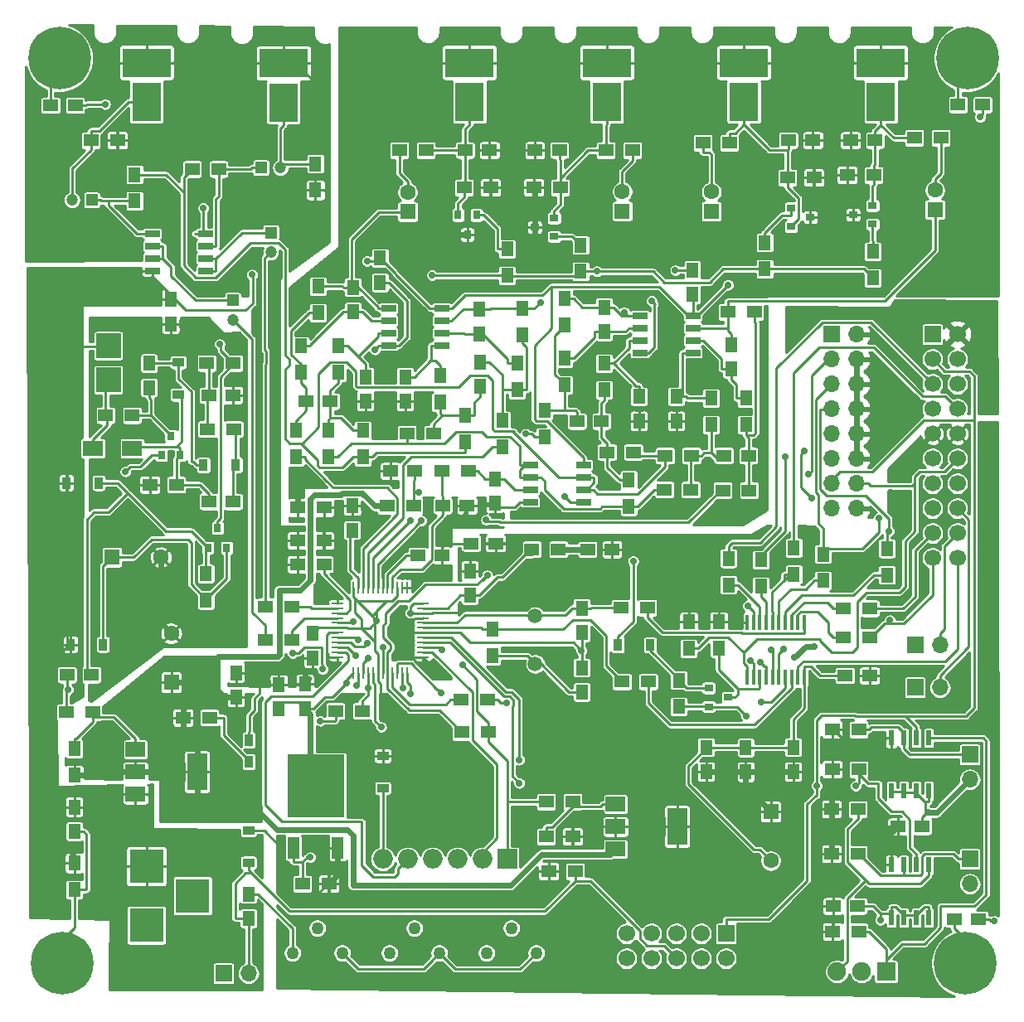
<source format=gtl>
G04 #@! TF.GenerationSoftware,KiCad,Pcbnew,(5.1.0-0)*
G04 #@! TF.CreationDate,2019-04-20T13:38:53+09:00*
G04 #@! TF.ProjectId,FreeDSP_SMD_AB,46726565-4453-4505-9f53-4d445f41422e,rev?*
G04 #@! TF.SameCoordinates,Original*
G04 #@! TF.FileFunction,Copper,L1,Top*
G04 #@! TF.FilePolarity,Positive*
%FSLAX46Y46*%
G04 Gerber Fmt 4.6, Leading zero omitted, Abs format (unit mm)*
G04 Created by KiCad (PCBNEW (5.1.0-0)) date 2019-04-20 13:38:53*
%MOMM*%
%LPD*%
G04 APERTURE LIST*
%ADD10R,0.900000X1.200000*%
%ADD11R,1.500000X1.300000*%
%ADD12C,1.500000*%
%ADD13R,0.600000X1.550000*%
%ADD14R,0.800000X0.900000*%
%ADD15R,1.700000X1.700000*%
%ADD16O,1.700000X1.700000*%
%ADD17R,1.300000X0.250000*%
%ADD18R,0.250000X1.300000*%
%ADD19R,0.900000X0.800000*%
%ADD20C,1.260000*%
%ADD21R,2.000000X3.800000*%
%ADD22R,2.000000X1.500000*%
%ADD23C,6.400000*%
%ADD24C,0.800000*%
%ADD25R,1.200000X2.200000*%
%ADD26R,5.800000X6.400000*%
%ADD27R,2.750000X3.050000*%
%ADD28R,1.250000X1.500000*%
%ADD29R,1.500000X1.250000*%
%ADD30R,1.300000X1.500000*%
%ADD31R,1.600000X1.600000*%
%ADD32C,1.600000*%
%ADD33R,1.200000X1.200000*%
%ADD34C,1.200000*%
%ADD35O,1.998980X1.998980*%
%ADD36R,1.998980X1.998980*%
%ADD37C,1.900000*%
%ADD38R,1.900000X1.900000*%
%ADD39R,1.525000X0.650000*%
%ADD40R,0.300000X1.600000*%
%ADD41C,1.700000*%
%ADD42R,3.000000X4.000000*%
%ADD43R,5.000000X3.000000*%
%ADD44R,3.500000X3.500000*%
%ADD45R,1.200000X0.900000*%
%ADD46R,2.500000X2.500000*%
%ADD47R,2.000000X1.600000*%
%ADD48C,0.700000*%
%ADD49C,0.250000*%
%ADD50C,0.600000*%
%ADD51C,0.254000*%
G04 APERTURE END LIST*
D10*
X46776840Y-97255960D03*
X46776840Y-95055960D03*
D11*
X32162960Y-61871040D03*
X34862960Y-61871040D03*
D12*
X76019700Y-87276900D03*
X76019700Y-82396900D03*
D13*
X112395000Y-113190000D03*
X113665000Y-113190000D03*
X114935000Y-113190000D03*
X116205000Y-113190000D03*
X116205000Y-107790000D03*
X114935000Y-107790000D03*
X113665000Y-107790000D03*
X112395000Y-107790000D03*
D14*
X70038000Y-41418000D03*
X68138000Y-41418000D03*
X69088000Y-43418000D03*
D15*
X114808000Y-85344000D03*
D16*
X117348000Y-85344000D03*
D15*
X114808000Y-89662000D03*
D16*
X117348000Y-89662000D03*
D15*
X44196000Y-118872000D03*
D16*
X46736000Y-118872000D03*
D15*
X120396000Y-96520000D03*
D16*
X120396000Y-99060000D03*
D10*
X28146940Y-68777300D03*
X31446940Y-68777300D03*
D17*
X55848000Y-81070000D03*
X55848000Y-81570000D03*
X55848000Y-82070000D03*
X55848000Y-82570000D03*
X55848000Y-83070000D03*
X55848000Y-83570000D03*
X55848000Y-84070000D03*
X55848000Y-84570000D03*
X55848000Y-85070000D03*
X55848000Y-85570000D03*
X55848000Y-86070000D03*
X55848000Y-86570000D03*
D18*
X57448000Y-88170000D03*
X57948000Y-88170000D03*
X58448000Y-88170000D03*
X58948000Y-88170000D03*
X59448000Y-88170000D03*
X59948000Y-88170000D03*
X60448000Y-88170000D03*
X60948000Y-88170000D03*
X61448000Y-88170000D03*
X61948000Y-88170000D03*
X62448000Y-88170000D03*
X62948000Y-88170000D03*
D17*
X64548000Y-86570000D03*
X64548000Y-86070000D03*
X64548000Y-85570000D03*
X64548000Y-85070000D03*
X64548000Y-84570000D03*
X64548000Y-84070000D03*
X64548000Y-83570000D03*
X64548000Y-83070000D03*
X64548000Y-82570000D03*
X64548000Y-82070000D03*
X64548000Y-81570000D03*
X64548000Y-81070000D03*
D18*
X62948000Y-79470000D03*
X62448000Y-79470000D03*
X61948000Y-79470000D03*
X61448000Y-79470000D03*
X60948000Y-79470000D03*
X60448000Y-79470000D03*
X59948000Y-79470000D03*
X59448000Y-79470000D03*
X58948000Y-79470000D03*
X58448000Y-79470000D03*
X57948000Y-79470000D03*
X57448000Y-79470000D03*
D13*
X112395000Y-100236000D03*
X113665000Y-100236000D03*
X114935000Y-100236000D03*
X116205000Y-100236000D03*
X116205000Y-94836000D03*
X114935000Y-94836000D03*
X113665000Y-94836000D03*
X112395000Y-94836000D03*
D15*
X120396000Y-107188000D03*
D16*
X120396000Y-109728000D03*
D19*
X77962000Y-43622000D03*
X77962000Y-41722000D03*
X75962000Y-42672000D03*
X110474000Y-42352000D03*
X110474000Y-40452000D03*
X108474000Y-41402000D03*
D20*
X66218000Y-116796000D03*
X63678000Y-114256000D03*
X61138000Y-116796000D03*
X76124000Y-116796000D03*
X73584000Y-114256000D03*
X71044000Y-116796000D03*
X56312000Y-116796000D03*
X53772000Y-114256000D03*
X51232000Y-116796000D03*
D19*
X102124000Y-40706000D03*
X102124000Y-42606000D03*
X104124000Y-41656000D03*
D14*
X42616280Y-75400860D03*
X44516280Y-75400860D03*
X43566280Y-73400860D03*
D21*
X41504000Y-98298000D03*
D22*
X35204000Y-98298000D03*
X35204000Y-100598000D03*
X35204000Y-95998000D03*
D21*
X90526000Y-103886000D03*
D22*
X84226000Y-103886000D03*
X84226000Y-106186000D03*
X84226000Y-101586000D03*
D23*
X27686000Y-117856000D03*
D24*
X30086000Y-117856000D03*
X29383056Y-119553056D03*
X27686000Y-120256000D03*
X25988944Y-119553056D03*
X25286000Y-117856000D03*
X25988944Y-116158944D03*
X27686000Y-115456000D03*
X29383056Y-116158944D03*
D23*
X120142000Y-25400000D03*
X119888000Y-117856000D03*
X27432000Y-25400000D03*
D25*
X51314000Y-106054000D03*
X55874000Y-106054000D03*
D26*
X53594000Y-99754000D03*
D27*
X55119000Y-98079000D03*
X52069000Y-101429000D03*
X52069000Y-98079000D03*
X55119000Y-101429000D03*
D28*
X57404000Y-48788000D03*
X57404000Y-51288000D03*
D29*
X110152000Y-88455500D03*
X107652000Y-88455500D03*
X52598000Y-60452000D03*
X55098000Y-60452000D03*
D28*
X58674000Y-57932000D03*
X58674000Y-60432000D03*
D29*
X68854000Y-34798000D03*
X71354000Y-34798000D03*
D28*
X70330300Y-51042700D03*
X70330300Y-53542700D03*
X70358000Y-56408000D03*
X70358000Y-58908000D03*
X62738000Y-57932000D03*
X62738000Y-60432000D03*
D29*
X78482000Y-34798000D03*
X75982000Y-34798000D03*
X64028000Y-76200000D03*
X66528000Y-76200000D03*
D28*
X86614000Y-59944000D03*
X86614000Y-62444000D03*
D29*
X101874000Y-33782000D03*
X104374000Y-33782000D03*
D28*
X80772000Y-90150000D03*
X80772000Y-87650000D03*
X80772000Y-81554000D03*
X80772000Y-84054000D03*
X96012000Y-54630000D03*
X96012000Y-57130000D03*
X46736000Y-113264000D03*
X46736000Y-110764000D03*
D29*
X106446000Y-112014000D03*
X108946000Y-112014000D03*
X97790300Y-65986700D03*
X95290300Y-65986700D03*
D28*
X90424000Y-59944000D03*
X90424000Y-62444000D03*
D29*
X110724000Y-33782000D03*
X108224000Y-33782000D03*
D28*
X28956000Y-101874000D03*
X28956000Y-104374000D03*
X45466000Y-90658000D03*
X45466000Y-88158000D03*
X102362000Y-98278000D03*
X102362000Y-95778000D03*
X97527200Y-98312300D03*
X97527200Y-95812300D03*
X93472000Y-98278000D03*
X93472000Y-95778000D03*
X49850240Y-91876380D03*
X49850240Y-89376380D03*
X52504540Y-91828120D03*
X52504540Y-89328120D03*
D29*
X113050000Y-103886000D03*
X115550000Y-103886000D03*
X63734000Y-67564000D03*
X61234000Y-67564000D03*
X30714000Y-88392000D03*
X28214000Y-88392000D03*
D30*
X53848000Y-48688000D03*
X53848000Y-51388000D03*
X51562000Y-66120000D03*
X51562000Y-63420000D03*
X52070000Y-54784000D03*
X52070000Y-57484000D03*
D11*
X62150000Y-34798000D03*
X64850000Y-34798000D03*
D30*
X54864000Y-66120000D03*
X54864000Y-63420000D03*
X55880000Y-57484000D03*
X55880000Y-54784000D03*
X95758000Y-79201000D03*
X95758000Y-76501000D03*
X99060000Y-79328000D03*
X99060000Y-76628000D03*
D11*
X68754000Y-38608000D03*
X71454000Y-38608000D03*
D30*
X58420000Y-63420000D03*
X58420000Y-66120000D03*
X73152000Y-44878000D03*
X73152000Y-47578000D03*
X102426000Y-78121500D03*
X102426000Y-75421500D03*
X105410000Y-78756500D03*
X105410000Y-76056500D03*
X111950000Y-78185000D03*
X111950000Y-75485000D03*
D11*
X107489000Y-81597500D03*
X110189000Y-81597500D03*
X107489000Y-84518500D03*
X110189000Y-84518500D03*
D30*
X74691400Y-50963000D03*
X74691400Y-53663000D03*
X91694000Y-85678000D03*
X91694000Y-82978000D03*
X72644000Y-65104000D03*
X72644000Y-62404000D03*
X74168000Y-56562000D03*
X74168000Y-59262000D03*
D11*
X85932000Y-34798000D03*
X83232000Y-34798000D03*
X62912000Y-63754000D03*
X65612000Y-63754000D03*
D30*
X66294000Y-60532000D03*
X66294000Y-57832000D03*
D11*
X78566000Y-38608000D03*
X75866000Y-38608000D03*
D30*
X68834000Y-61896000D03*
X68834000Y-64596000D03*
X80655360Y-44475860D03*
X80655360Y-47175860D03*
X53586400Y-38873400D03*
X53586400Y-36173400D03*
D11*
X43692000Y-36722500D03*
X40992000Y-36722500D03*
X66468000Y-67564000D03*
X69168000Y-67564000D03*
D30*
X78994000Y-49958000D03*
X78994000Y-52658000D03*
X76962000Y-64088000D03*
X76962000Y-61388000D03*
X78994000Y-56054000D03*
X78994000Y-58754000D03*
D11*
X51736000Y-74676000D03*
X54436000Y-74676000D03*
X93138000Y-34036000D03*
X95838000Y-34036000D03*
X48497500Y-81407000D03*
X51197500Y-81407000D03*
X78375500Y-75565000D03*
X75675500Y-75565000D03*
D30*
X85565000Y-71182200D03*
X85565000Y-68482200D03*
X83058000Y-59262000D03*
X83058000Y-56562000D03*
D11*
X51736000Y-77089000D03*
X54436000Y-77089000D03*
X101774000Y-37592000D03*
X104474000Y-37592000D03*
X83348800Y-65638700D03*
X86048800Y-65638700D03*
D30*
X99456400Y-44220600D03*
X99456400Y-46920600D03*
D11*
X33354000Y-33782000D03*
X30654000Y-33782000D03*
D30*
X35103000Y-39977500D03*
X35103000Y-37277500D03*
D11*
X48434000Y-84836000D03*
X51134000Y-84836000D03*
X84756000Y-81534000D03*
X87456000Y-81534000D03*
D30*
X71628000Y-83740000D03*
X71628000Y-86440000D03*
D11*
X80090000Y-108458000D03*
X77390000Y-108458000D03*
X95678000Y-51308000D03*
X98378000Y-51308000D03*
X95162400Y-69540100D03*
X97862400Y-69540100D03*
D30*
X97536000Y-60118000D03*
X97536000Y-62818000D03*
D11*
X109069000Y-114600000D03*
X106369000Y-114600000D03*
X109046000Y-98044000D03*
X106346000Y-98044000D03*
X109046000Y-93980000D03*
X106346000Y-93980000D03*
X117428000Y-33528000D03*
X114728000Y-33528000D03*
X89203500Y-69469000D03*
X91903500Y-69469000D03*
D30*
X93980000Y-62818000D03*
X93980000Y-60118000D03*
D11*
X68434000Y-90932000D03*
X71134000Y-90932000D03*
X52244000Y-109728000D03*
X54944000Y-109728000D03*
X71200000Y-94234000D03*
X68500000Y-94234000D03*
X110570000Y-37338000D03*
X107870000Y-37338000D03*
X91977200Y-65999400D03*
X89277200Y-65999400D03*
D30*
X110490000Y-45132000D03*
X110490000Y-47832000D03*
X28956000Y-98632000D03*
X28956000Y-95932000D03*
D11*
X79836000Y-104902000D03*
X77136000Y-104902000D03*
D30*
X28956000Y-107616000D03*
X28956000Y-110316000D03*
D11*
X30814000Y-92202000D03*
X28114000Y-92202000D03*
X79836000Y-101346000D03*
X77136000Y-101346000D03*
X108980000Y-102108000D03*
X106280000Y-102108000D03*
X108980000Y-106680000D03*
X106280000Y-106680000D03*
D30*
X42387720Y-80752120D03*
X42387720Y-78052120D03*
D11*
X63580000Y-71120000D03*
X60880000Y-71120000D03*
X45235060Y-63288360D03*
X42535060Y-63288360D03*
D28*
X57328000Y-73596000D03*
X57328000Y-71096000D03*
D29*
X66568000Y-71120000D03*
X69068000Y-71120000D03*
D28*
X71882000Y-70846000D03*
X71882000Y-68346000D03*
X83058000Y-50820000D03*
X83058000Y-53320000D03*
X69342000Y-77744000D03*
X69342000Y-80244000D03*
D29*
X83863500Y-75565000D03*
X81363500Y-75565000D03*
X80284000Y-62484000D03*
X82784000Y-62484000D03*
D15*
X106299000Y-53594000D03*
D16*
X108839000Y-53594000D03*
X106299000Y-56134000D03*
X108839000Y-56134000D03*
X106299000Y-58674000D03*
X108839000Y-58674000D03*
X106299000Y-61214000D03*
X108839000Y-61214000D03*
X106299000Y-63754000D03*
X108839000Y-63754000D03*
X106299000Y-66294000D03*
X108839000Y-66294000D03*
X106299000Y-68834000D03*
X108839000Y-68834000D03*
X106299000Y-71374000D03*
X108839000Y-71374000D03*
D11*
X54487000Y-71304600D03*
X51787000Y-71304600D03*
D28*
X38786000Y-52514000D03*
X38786000Y-50014000D03*
D29*
X69476500Y-74949500D03*
X71976500Y-74949500D03*
D28*
X92062500Y-47029500D03*
X92062500Y-49529500D03*
X60185500Y-48323000D03*
X60185500Y-45823000D03*
D31*
X84912400Y-41022720D03*
D32*
X84912400Y-39022720D03*
D33*
X49022000Y-43212200D03*
D34*
X49022000Y-45212200D03*
D33*
X48006000Y-36576000D03*
D34*
X50006000Y-36576000D03*
D33*
X45136000Y-50121000D03*
D34*
X45136000Y-52121000D03*
D31*
X94008100Y-41040500D03*
D32*
X94008100Y-39040500D03*
D33*
X30734000Y-39878000D03*
D34*
X28734000Y-39878000D03*
D31*
X116840000Y-40875400D03*
D32*
X116840000Y-38875400D03*
D35*
X60452000Y-107188000D03*
X62992000Y-107188000D03*
X68072000Y-107188000D03*
X70612000Y-107188000D03*
D36*
X73152000Y-107188000D03*
D35*
X65532000Y-107188000D03*
D37*
X106841000Y-118692000D03*
X109341000Y-118692000D03*
D38*
X111841000Y-118692000D03*
D39*
X66466000Y-50927000D03*
X66466000Y-52197000D03*
X66466000Y-53467000D03*
X66466000Y-54737000D03*
X61042000Y-54737000D03*
X61042000Y-53467000D03*
X61042000Y-52197000D03*
X61042000Y-50927000D03*
D40*
X97659000Y-83052000D03*
X98309000Y-83052000D03*
X98959000Y-83052000D03*
X99609000Y-83052000D03*
X100259000Y-83052000D03*
X100909000Y-83052000D03*
X101559000Y-83052000D03*
X102209000Y-83052000D03*
X102859000Y-83052000D03*
X103509000Y-83052000D03*
X103509000Y-88652000D03*
X102859000Y-88652000D03*
X102209000Y-88652000D03*
X101559000Y-88652000D03*
X100909000Y-88652000D03*
X100259000Y-88652000D03*
X99609000Y-88652000D03*
X98959000Y-88652000D03*
X98309000Y-88652000D03*
X97659000Y-88652000D03*
D39*
X36912000Y-47117000D03*
X36912000Y-45847000D03*
X36912000Y-44577000D03*
X36912000Y-43307000D03*
X42336000Y-43307000D03*
X42336000Y-44577000D03*
X42336000Y-45847000D03*
X42336000Y-47117000D03*
X80944000Y-66929000D03*
X80944000Y-68199000D03*
X80944000Y-69469000D03*
X80944000Y-70739000D03*
X75520000Y-70739000D03*
X75520000Y-69469000D03*
X75520000Y-68199000D03*
X75520000Y-66929000D03*
X92120000Y-51689000D03*
X92120000Y-52959000D03*
X92120000Y-54229000D03*
X92120000Y-55499000D03*
X86696000Y-55499000D03*
X86696000Y-54229000D03*
X86696000Y-52959000D03*
X86696000Y-51689000D03*
D15*
X116586000Y-53594000D03*
D41*
X119126000Y-53594000D03*
X116586000Y-56134000D03*
X119126000Y-56134000D03*
X116586000Y-58674000D03*
X119126000Y-58674000D03*
X116586000Y-61214000D03*
X119126000Y-61214000D03*
X116586000Y-63754000D03*
X119126000Y-63754000D03*
X116586000Y-66294000D03*
X119126000Y-66294000D03*
X116586000Y-68834000D03*
X119126000Y-68834000D03*
X116586000Y-71374000D03*
X119126000Y-71374000D03*
X116586000Y-73914000D03*
X119126000Y-73914000D03*
X116586000Y-76454000D03*
X119126000Y-76454000D03*
D31*
X38862000Y-89154000D03*
D32*
X38862000Y-84154000D03*
D31*
X100076000Y-102362000D03*
D32*
X100076000Y-107362000D03*
D15*
X95504000Y-114808000D03*
D41*
X95504000Y-117348000D03*
X92964000Y-114808000D03*
X92964000Y-117348000D03*
X90424000Y-114808000D03*
X90424000Y-117348000D03*
X87884000Y-114808000D03*
X87884000Y-117348000D03*
X85344000Y-114808000D03*
X85344000Y-117348000D03*
D31*
X32796680Y-76374440D03*
D32*
X37796680Y-76374440D03*
D31*
X62992000Y-41078600D03*
D32*
X62992000Y-39078600D03*
D42*
X83322000Y-29844000D03*
D43*
X83322000Y-25844000D03*
X50322000Y-25908000D03*
D42*
X50322000Y-29908000D03*
D43*
X97322000Y-25844000D03*
D42*
X97322000Y-29844000D03*
D43*
X36322000Y-25844000D03*
D42*
X36322000Y-29844000D03*
X111322000Y-29844000D03*
D43*
X111322000Y-25844000D03*
D44*
X41022000Y-110950000D03*
X36322000Y-113950000D03*
X36322000Y-107950000D03*
D43*
X69322000Y-25844000D03*
D42*
X69322000Y-29844000D03*
D11*
X40064900Y-92752360D03*
X42764900Y-92752360D03*
D28*
X36586360Y-59049420D03*
X36586360Y-56549420D03*
D29*
X42674420Y-70697540D03*
X45174420Y-70697540D03*
X45171880Y-59831420D03*
X42671880Y-59831420D03*
X121702000Y-30151500D03*
X119202000Y-30151500D03*
X118798000Y-113349000D03*
X121298000Y-113349000D03*
X29037800Y-30217600D03*
X26537800Y-30217600D03*
D14*
X38808860Y-63957140D03*
X39758860Y-65957140D03*
X37858860Y-65957140D03*
D11*
X55637600Y-92074200D03*
X58337600Y-92074200D03*
X39374000Y-68960180D03*
X36674000Y-68960180D03*
D28*
X53309720Y-86671920D03*
X53309720Y-84171920D03*
D10*
X45447420Y-66940880D03*
X42147420Y-66940880D03*
D45*
X39573400Y-59779620D03*
X39573400Y-56479620D03*
D46*
X32438540Y-58261640D03*
X32438540Y-54761640D03*
D11*
X87573040Y-89087140D03*
X84873040Y-89087140D03*
D10*
X84463820Y-85343180D03*
X87763820Y-85343180D03*
D19*
X95726960Y-90679720D03*
X93726960Y-91629720D03*
X93726960Y-89729720D03*
D30*
X94762520Y-85656860D03*
X94762520Y-82956860D03*
X90675660Y-91625860D03*
X90675660Y-88925860D03*
D45*
X46741280Y-107559560D03*
X46741280Y-104259560D03*
D10*
X31876200Y-85284760D03*
X28576200Y-85284760D03*
D45*
X60452200Y-96659880D03*
X60452200Y-99959880D03*
D11*
X45177900Y-56554820D03*
X42477900Y-56554820D03*
D47*
X34857640Y-65256860D03*
X30857640Y-65256860D03*
D48*
X122919000Y-113529200D03*
X121448800Y-31420600D03*
X32092200Y-30091400D03*
X42137400Y-40702800D03*
X90332800Y-47067900D03*
X102489000Y-86614000D03*
X54122300Y-78785700D03*
X56408300Y-78770500D03*
X28334400Y-89910100D03*
X59665100Y-55147500D03*
X111256000Y-113430000D03*
X116126000Y-102445000D03*
X97720200Y-81344800D03*
X68580000Y-87369900D03*
X65405000Y-87376000D03*
X64381400Y-74554100D03*
X51531500Y-87137200D03*
X104521000Y-85471000D03*
X40307458Y-52584800D03*
X66423740Y-74540560D03*
X87901980Y-50187040D03*
X45542398Y-54550760D03*
X80746798Y-85912140D03*
X97587000Y-92577100D03*
X112268000Y-69763000D03*
X112268000Y-68413000D03*
X55874000Y-108308000D03*
X61646000Y-93135900D03*
X59834980Y-82892080D03*
X63293830Y-82062525D03*
X64378300Y-72648600D03*
X71015900Y-72571600D03*
X63244100Y-72632500D03*
X75083600Y-63771800D03*
X57457300Y-82925900D03*
X57912000Y-84836000D03*
X58877100Y-85164200D03*
X57721500Y-86423500D03*
X103921000Y-67908700D03*
X57805100Y-89442700D03*
X99034700Y-87097700D03*
X58949100Y-86650000D03*
X98025600Y-86899300D03*
X58994900Y-89754400D03*
X99105920Y-91152160D03*
X101387000Y-85750400D03*
X60449660Y-85599720D03*
X71120000Y-78238200D03*
X66423200Y-90202200D03*
X62533800Y-89734400D03*
X108755380Y-99732280D03*
X104780280Y-99732280D03*
X66465000Y-85796600D03*
X100152000Y-85864700D03*
X74402500Y-99441200D03*
X74375900Y-97051500D03*
X51790800Y-68688400D03*
X74841100Y-61300400D03*
X59593500Y-68046600D03*
X60713600Y-63616800D03*
X75948500Y-44008000D03*
X84980800Y-62448400D03*
X67203300Y-43434000D03*
X64239100Y-52278300D03*
X63563500Y-55168800D03*
X76576100Y-50316600D03*
X85090200Y-51340200D03*
X58852000Y-46120500D03*
X47122100Y-47510700D03*
X95705120Y-48541380D03*
X63279100Y-90324200D03*
X56768800Y-89174000D03*
X64114700Y-69752000D03*
X79037380Y-70192080D03*
X43794880Y-54604100D03*
X65506800Y-47565760D03*
X82317780Y-47175860D03*
X86024920Y-76745280D03*
X60294720Y-93727720D03*
X53043800Y-107029000D03*
X73129900Y-91244300D03*
X101536000Y-66103500D03*
X51582300Y-45344100D03*
X49626500Y-46725800D03*
X51828700Y-38826400D03*
X51828700Y-34531300D03*
X111117000Y-72401100D03*
X112133000Y-73690200D03*
X104252000Y-70331900D03*
X103479000Y-65532700D03*
X112237000Y-82807600D03*
X54085100Y-93087200D03*
X51261600Y-86159100D03*
X34186060Y-67608900D03*
X54325586Y-87808879D03*
D49*
X38278900Y-53021100D02*
X38786000Y-52514000D01*
X121298000Y-113349000D02*
X122373300Y-113349000D01*
X122919000Y-113529200D02*
X122553500Y-113529200D01*
X122553500Y-113529200D02*
X122373300Y-113349000D01*
X121448800Y-31420600D02*
X121702000Y-31167400D01*
X121702000Y-31167400D02*
X121702000Y-30151500D01*
X29037800Y-30217600D02*
X30113100Y-30217600D01*
X32092200Y-30091400D02*
X30239300Y-30091400D01*
X30239300Y-30091400D02*
X30113100Y-30217600D01*
X42137400Y-43307000D02*
X42336000Y-43307000D01*
X41248200Y-43307000D02*
X42137400Y-43307000D01*
X42137400Y-40702800D02*
X42137400Y-43307000D01*
X72224700Y-71244900D02*
X73926300Y-71244900D01*
X73926300Y-71244900D02*
X74198900Y-70972300D01*
D50*
X108839000Y-61214000D02*
X108839000Y-63754000D01*
X108839000Y-58674000D02*
X108839000Y-61214000D01*
D49*
X113665000Y-100305000D02*
X112464000Y-100305000D01*
X112464000Y-100305000D02*
X112395000Y-100236000D01*
X113665000Y-100236000D02*
X113665000Y-100305000D01*
X113665000Y-112915000D02*
X113665000Y-113190000D01*
X112395000Y-112760000D02*
X112395000Y-112090000D01*
X112395000Y-112090000D02*
X112840000Y-112090000D01*
X112840000Y-112090000D02*
X113665000Y-112915000D01*
D50*
X108839000Y-63754000D02*
X108839000Y-66294000D01*
D49*
X66530200Y-75322800D02*
X66528000Y-75325000D01*
X69476500Y-74949500D02*
X66903500Y-74949500D01*
X66903500Y-74949500D02*
X66530200Y-75322800D01*
X111256000Y-112760000D02*
X110510000Y-112014000D01*
X110510000Y-112014000D02*
X108946000Y-112014000D01*
X111256000Y-113430000D02*
X111256000Y-112760000D01*
X115880000Y-102445000D02*
X115880000Y-101336000D01*
X116126000Y-102445000D02*
X115880000Y-102445000D01*
X92062500Y-47029500D02*
X90371200Y-47029500D01*
X90371200Y-47029500D02*
X90332800Y-47067900D01*
X28956000Y-110316000D02*
X30213500Y-110316000D01*
X30213500Y-110316000D02*
X30213500Y-104681000D01*
X30213500Y-104681000D02*
X29906300Y-104374000D01*
X29906300Y-104374000D02*
X28956000Y-104374000D01*
X60185500Y-48323000D02*
X61060500Y-48323000D01*
X61060500Y-48323000D02*
X62916000Y-50178500D01*
X62916000Y-50178500D02*
X62916000Y-53931000D01*
X62916000Y-53931000D02*
X62110000Y-54737000D01*
X62110000Y-54737000D02*
X61042000Y-54737000D01*
X66528000Y-75325000D02*
X66528000Y-76200000D01*
X51232000Y-116796000D02*
X51232000Y-114256000D01*
X51232000Y-114256000D02*
X47740000Y-110764000D01*
X47740000Y-110764000D02*
X46736000Y-110764000D01*
D50*
X102489000Y-86614000D02*
X103632000Y-85471000D01*
X103632000Y-85471000D02*
X104521000Y-85471000D01*
X116126000Y-102445000D02*
X117011000Y-102445000D01*
X117011000Y-102445000D02*
X120396000Y-99060000D01*
X108839000Y-56134000D02*
X108839000Y-58674000D01*
D49*
X53982600Y-78320900D02*
X53982600Y-78646000D01*
X53982600Y-78646000D02*
X54122300Y-78785700D01*
X74198900Y-70972300D02*
X74432200Y-70739000D01*
X74432200Y-70739000D02*
X75520000Y-70739000D01*
X28334400Y-89910100D02*
X28214000Y-89789700D01*
X28214000Y-89789700D02*
X28214000Y-88392000D01*
X28334400Y-89910100D02*
X28114000Y-90130500D01*
X28114000Y-90130500D02*
X28114000Y-92202000D01*
X59665100Y-55147500D02*
X59954200Y-54858400D01*
X59954200Y-54858400D02*
X59954200Y-54737000D01*
X59954200Y-54737000D02*
X61042000Y-54737000D01*
X112395000Y-113190000D02*
X112395000Y-112760000D01*
X111256000Y-112760000D02*
X112395000Y-112760000D01*
X116205000Y-113190000D02*
X116205000Y-112090000D01*
X116205000Y-112090000D02*
X115760000Y-112090000D01*
X115760000Y-112090000D02*
X114935000Y-112915000D01*
X114935000Y-113190000D02*
X114935000Y-112915000D01*
X115550000Y-103886000D02*
X115550000Y-102936000D01*
X115550000Y-102936000D02*
X115880000Y-102605000D01*
X115880000Y-102605000D02*
X115880000Y-102445000D01*
X113665000Y-112915000D02*
X114935000Y-112915000D01*
X97720200Y-81344800D02*
X98302100Y-81926700D01*
X98302100Y-81926700D02*
X98309000Y-81926700D01*
X98309000Y-81926700D02*
X98309000Y-83052000D01*
X114935000Y-100374000D02*
X114935000Y-100511000D01*
X114935000Y-100511000D02*
X115760000Y-101336000D01*
X115760000Y-101336000D02*
X115880000Y-101336000D01*
X116205000Y-100236000D02*
X116205000Y-101336000D01*
X116205000Y-101336000D02*
X115880000Y-101336000D01*
X27686000Y-115456000D02*
X28956000Y-114186000D01*
X28956000Y-114186000D02*
X28956000Y-110316000D01*
X93472000Y-95778000D02*
X96542600Y-95778000D01*
X96542600Y-95778000D02*
X96576900Y-95812300D01*
X96576900Y-95812300D02*
X97527200Y-95812300D01*
X102362000Y-95778000D02*
X101412000Y-95778000D01*
X101412000Y-95778000D02*
X101377000Y-95812300D01*
X101377000Y-95812300D02*
X97527200Y-95812300D01*
X71200000Y-94234000D02*
X71200000Y-95209300D01*
X71200000Y-95209300D02*
X73152000Y-97161300D01*
X73152000Y-97161300D02*
X73152000Y-101346000D01*
X68459100Y-87249000D02*
X68580000Y-87369900D01*
X71200000Y-94234000D02*
X71200000Y-93258700D01*
X71200000Y-93258700D02*
X70058600Y-92117300D01*
X70058600Y-92117300D02*
X70058600Y-88848500D01*
X70058600Y-88848500D02*
X68580000Y-87369900D01*
X65405000Y-87376000D02*
X65354000Y-87376000D01*
X65354000Y-87376000D02*
X64548000Y-86570000D01*
X62448000Y-79470000D02*
X62948000Y-79470000D01*
X69068000Y-71120000D02*
X71608000Y-71120000D01*
X56408300Y-78770500D02*
X56408300Y-78275500D01*
X56408300Y-78275500D02*
X56423600Y-78260300D01*
X56423600Y-78260300D02*
X56423600Y-75643700D01*
X100076000Y-107362000D02*
X98950600Y-106237000D01*
X98950600Y-106237000D02*
X98375300Y-106237000D01*
X98375300Y-106237000D02*
X91658400Y-99519700D01*
X91658400Y-99519700D02*
X91658400Y-97716600D01*
X91658400Y-97716600D02*
X93472000Y-95903000D01*
X93472000Y-95903000D02*
X93472000Y-95778000D01*
X102362000Y-95778000D02*
X102362000Y-92902000D01*
X102362000Y-92902000D02*
X103509000Y-91755000D01*
X103509000Y-91755000D02*
X103509000Y-88652000D01*
X63393700Y-83815700D02*
X63648000Y-84070000D01*
X63648000Y-84070000D02*
X64548000Y-84070000D01*
X60448000Y-79470000D02*
X60448000Y-77745800D01*
X60448000Y-77745800D02*
X60426600Y-77724400D01*
X60426600Y-77724400D02*
X60426600Y-77480200D01*
X60426600Y-77480200D02*
X63352700Y-74554100D01*
X63352700Y-74554100D02*
X64381400Y-74554100D01*
X68943000Y-71120000D02*
X69068000Y-71120000D01*
X66528000Y-75325000D02*
X66530200Y-75322800D01*
X107652000Y-88455500D02*
X105133000Y-88455500D01*
X105133000Y-88455500D02*
X104204000Y-87526700D01*
X104204000Y-87526700D02*
X103509000Y-87526700D01*
X103509000Y-87526700D02*
X103509000Y-88652000D01*
X73152000Y-107188000D02*
X73152000Y-101346000D01*
X73152000Y-101346000D02*
X77136000Y-101346000D01*
X114935000Y-100236000D02*
X114935000Y-100374000D01*
X114935000Y-100374000D02*
X113665000Y-100374000D01*
X113665000Y-100374000D02*
X113665000Y-100305000D01*
D50*
X37766000Y-83058000D02*
X38862000Y-84154000D01*
X37766000Y-76405120D02*
X37766000Y-83058000D01*
X37796680Y-76374440D02*
X37766000Y-76405120D01*
D49*
X38856800Y-52584800D02*
X38786000Y-52514000D01*
X40307458Y-52584800D02*
X38856800Y-52584800D01*
X63340180Y-86262180D02*
X63340180Y-83869220D01*
X63648000Y-86570000D02*
X63340180Y-86262180D01*
X63340180Y-83869220D02*
X63393700Y-83815700D01*
X64548000Y-86570000D02*
X63648000Y-86570000D01*
X66903500Y-73799180D02*
X66903500Y-74949500D01*
X69068000Y-71634680D02*
X66903500Y-73799180D01*
X69068000Y-71120000D02*
X69068000Y-71634680D01*
X66832680Y-74949500D02*
X66423740Y-74540560D01*
X66903500Y-74949500D02*
X66832680Y-74949500D01*
X46840340Y-95394000D02*
X46840340Y-95544000D01*
X88163600Y-54954620D02*
X88163600Y-50625418D01*
X88251979Y-50537039D02*
X87901980Y-50187040D01*
X87619220Y-55499000D02*
X88163600Y-54954620D01*
X88163600Y-50625418D02*
X88251979Y-50537039D01*
X86696000Y-55499000D02*
X87619220Y-55499000D01*
X63393700Y-82960111D02*
X63393700Y-83815700D01*
X63783811Y-82570000D02*
X63393700Y-82960111D01*
X64548000Y-82570000D02*
X63783811Y-82570000D01*
X54709732Y-84308268D02*
X54709732Y-86331732D01*
X55848000Y-84070000D02*
X54948000Y-84070000D01*
X54709732Y-86331732D02*
X54948000Y-86570000D01*
X54948000Y-84070000D02*
X54709732Y-84308268D01*
X54948000Y-86570000D02*
X55848000Y-86570000D01*
D50*
X51531500Y-87137200D02*
X52504540Y-88110240D01*
X52504540Y-88110240D02*
X52504540Y-89328120D01*
D49*
X46706220Y-88158000D02*
X47886820Y-89338600D01*
X45466000Y-88158000D02*
X46706220Y-88158000D01*
X47924920Y-89376700D02*
X47886820Y-89338600D01*
X52375300Y-89376700D02*
X47924920Y-89376700D01*
X53086000Y-88666000D02*
X52375300Y-89376700D01*
X46776840Y-94205960D02*
X46776840Y-95055960D01*
X47345800Y-91988540D02*
X46840340Y-92494000D01*
X46840340Y-94142460D02*
X46776840Y-94205960D01*
X47345800Y-90832120D02*
X47345800Y-91988540D01*
X47912220Y-90265700D02*
X47345800Y-90832120D01*
X46840340Y-92494000D02*
X46840340Y-94142460D01*
X47912220Y-89364000D02*
X47912220Y-90265700D01*
X47886820Y-89338600D02*
X47912220Y-89364000D01*
X80772000Y-84054000D02*
X80772000Y-85886938D01*
X68353500Y-84070000D02*
X69387920Y-85104420D01*
X80772000Y-87650000D02*
X80772000Y-85937342D01*
X80772000Y-85937342D02*
X80746798Y-85912140D01*
X80772000Y-85886938D02*
X80746798Y-85912140D01*
X79939078Y-85104420D02*
X80396799Y-85562141D01*
X64548000Y-84070000D02*
X68353500Y-84070000D01*
X69387920Y-85104420D02*
X79939078Y-85104420D01*
X80396799Y-85562141D02*
X80746798Y-85912140D01*
X93723100Y-91625860D02*
X93726960Y-91629720D01*
X90675660Y-91625860D02*
X93723100Y-91625860D01*
X96639620Y-91629720D02*
X97587000Y-92577100D01*
X93726960Y-91629720D02*
X96639620Y-91629720D01*
X63648000Y-86570000D02*
X63648000Y-86778760D01*
X63648000Y-86875280D02*
X63885800Y-87113080D01*
X63648000Y-86778760D02*
X63648000Y-86875280D01*
X55098000Y-62110700D02*
X55098000Y-60452000D01*
X58420000Y-63420000D02*
X57444700Y-63420000D01*
X57444700Y-63420000D02*
X56135400Y-62110700D01*
X56135400Y-62110700D02*
X55098000Y-62110700D01*
X55880000Y-57484000D02*
X55880000Y-58559300D01*
X55880000Y-58559300D02*
X55098000Y-59341300D01*
X55098000Y-59341300D02*
X55098000Y-60452000D01*
X54864000Y-63420000D02*
X54864000Y-62344700D01*
X54864000Y-62344700D02*
X55098000Y-62110700D01*
X49022000Y-45212200D02*
X49022000Y-45212000D01*
X48497500Y-81407000D02*
X48497500Y-56676442D01*
X48422001Y-45812199D02*
X49022000Y-45212200D01*
X48370500Y-45863700D02*
X48422001Y-45812199D01*
X48561821Y-55342199D02*
X48370500Y-55150878D01*
X48497500Y-56676442D02*
X48561821Y-56612121D01*
X48370500Y-55150878D02*
X48370500Y-45863700D01*
X48561821Y-56612121D02*
X48561821Y-55342199D01*
X106369000Y-114600000D02*
X106227000Y-114600000D01*
X106446000Y-112014000D02*
X106446000Y-114523000D01*
X106446000Y-114523000D02*
X106369000Y-114600000D01*
D50*
X97527200Y-98312300D02*
X97527200Y-99813200D01*
X97527200Y-99813200D02*
X100076000Y-102362000D01*
X93472000Y-98278000D02*
X97492900Y-98278000D01*
X97492900Y-98278000D02*
X97527200Y-98312300D01*
X106280000Y-100858000D02*
X106346000Y-100792000D01*
X106280000Y-102108000D02*
X106280000Y-100858000D01*
X55874000Y-108308000D02*
X55874000Y-108798000D01*
X55874000Y-108798000D02*
X54944000Y-109728000D01*
X55874000Y-106054000D02*
X55874000Y-108308000D01*
X116586000Y-63754000D02*
X112268000Y-68072000D01*
X112268000Y-68072000D02*
X112268000Y-68413000D01*
D49*
X55848000Y-83570000D02*
X56823300Y-83570000D01*
X56823300Y-83570000D02*
X56854500Y-83601200D01*
X68420700Y-82020400D02*
X65572900Y-82020400D01*
X65572900Y-82020400D02*
X65523300Y-82070000D01*
X65523300Y-82070000D02*
X64548000Y-82070000D01*
X112395000Y-107790000D02*
X112395000Y-104541000D01*
D50*
X106280000Y-102108000D02*
X106280000Y-106680000D01*
X112395000Y-104541000D02*
X111744000Y-103890000D01*
X111744000Y-103890000D02*
X111744000Y-102600000D01*
X111744000Y-102600000D02*
X110002000Y-100858000D01*
X110002000Y-100858000D02*
X106280000Y-100858000D01*
X112395000Y-104541000D02*
X113050000Y-103886000D01*
X97527200Y-98312300D02*
X102328000Y-98312300D01*
X102328000Y-98312300D02*
X102362000Y-98278000D01*
D49*
X61636880Y-93126780D02*
X61646000Y-93135900D01*
X111845000Y-94836000D02*
X111360700Y-95320300D01*
X112395000Y-94836000D02*
X111845000Y-94836000D01*
X106446000Y-93980000D02*
X106346000Y-93980000D01*
X107786300Y-95320300D02*
X106446000Y-93980000D01*
X111360700Y-95320300D02*
X107786300Y-95320300D01*
X63648000Y-81070000D02*
X63293830Y-81424170D01*
X64548000Y-82070000D02*
X63301305Y-82070000D01*
X63293830Y-81424170D02*
X63293830Y-81567551D01*
X64548000Y-81070000D02*
X63648000Y-81070000D01*
X63293830Y-81567551D02*
X63293830Y-82062525D01*
X63301305Y-82070000D02*
X63293830Y-82062525D01*
X61948000Y-79470000D02*
X61948000Y-80322990D01*
X61405830Y-80865160D02*
X60833660Y-80865160D01*
X61948000Y-80322990D02*
X61405830Y-80865160D01*
X59350760Y-82348060D02*
X60833660Y-80865160D01*
X58215100Y-81212400D02*
X59350760Y-82348060D01*
X59834980Y-81863840D02*
X59834980Y-82892080D01*
X59852180Y-82849480D02*
X58215100Y-81212400D01*
X59100460Y-83601200D02*
X59852180Y-82849480D01*
X57448000Y-79470000D02*
X57448000Y-80408657D01*
X58215100Y-81175757D02*
X58215100Y-81212400D01*
X53911640Y-83570000D02*
X53309720Y-84171920D01*
X55848000Y-83570000D02*
X53911640Y-83570000D01*
X47586000Y-104268000D02*
X47614660Y-104296660D01*
X46736000Y-104268000D02*
X47586000Y-104268000D01*
X47614660Y-104296660D02*
X48349100Y-104296660D01*
X48349100Y-104296660D02*
X49860400Y-105807960D01*
X49860400Y-105807960D02*
X49860400Y-110207240D01*
X49860400Y-110207240D02*
X51117700Y-111464540D01*
X54844000Y-109728000D02*
X54944000Y-109728000D01*
X53107460Y-111464540D02*
X54844000Y-109728000D01*
X51117700Y-111464540D02*
X53107460Y-111464540D01*
X59664800Y-83062260D02*
X59125860Y-83601200D01*
X59125860Y-83601200D02*
X58132500Y-83601200D01*
X59948000Y-86235980D02*
X59664800Y-85952780D01*
X59948000Y-88170000D02*
X59948000Y-86235980D01*
X57882951Y-80843609D02*
X60715129Y-80843609D01*
X60715129Y-80843609D02*
X60785170Y-80913650D01*
X60785170Y-80913650D02*
X59834980Y-81863840D01*
X60833660Y-80865160D02*
X60785170Y-80913650D01*
X57882951Y-80843609D02*
X58215100Y-81175757D01*
X57611171Y-80571829D02*
X57611171Y-82042489D01*
X57448000Y-80408657D02*
X57611171Y-80571829D01*
X57611171Y-80571829D02*
X57882951Y-80843609D01*
X57611171Y-82042489D02*
X58262720Y-82694038D01*
X58262720Y-83511840D02*
X58173360Y-83601200D01*
X58262720Y-82694038D02*
X58262720Y-83511840D01*
X58173360Y-83601200D02*
X59100460Y-83601200D01*
X58132500Y-83601200D02*
X58173360Y-83601200D01*
X58313102Y-83601200D02*
X59664800Y-84952898D01*
X57871100Y-83601200D02*
X58313102Y-83601200D01*
X59664800Y-84952898D02*
X59664800Y-85106960D01*
X59664800Y-85106960D02*
X59664800Y-83062260D01*
X59664800Y-85952780D02*
X59664800Y-85106960D01*
X56854500Y-83601200D02*
X57871100Y-83601200D01*
X57871100Y-83601200D02*
X58132500Y-83601200D01*
X60209400Y-91699300D02*
X61646000Y-93135900D01*
X59948000Y-89026600D02*
X59948000Y-88170000D01*
X60209400Y-91641828D02*
X60209400Y-89288000D01*
X60209400Y-89288000D02*
X59948000Y-89026600D01*
X60188284Y-91662944D02*
X60209400Y-91641828D01*
X62738000Y-57932000D02*
X63688300Y-57932000D01*
X63688300Y-57932000D02*
X65321500Y-56298800D01*
X65321500Y-56298800D02*
X65378200Y-56298800D01*
X66294000Y-57832000D02*
X66294000Y-56756700D01*
X66294000Y-56756700D02*
X65836100Y-56298800D01*
X65836100Y-56298800D02*
X65378200Y-56298800D01*
X65378200Y-56298800D02*
X65378200Y-54737000D01*
X65378200Y-54737000D02*
X66466000Y-54737000D01*
X64028000Y-76200000D02*
X62852300Y-76200000D01*
X62852300Y-76200000D02*
X60948000Y-78104300D01*
X60948000Y-78104300D02*
X60948000Y-79470000D01*
X49021800Y-43212000D02*
X49022000Y-43212200D01*
X49021800Y-43212000D02*
X49022000Y-43212000D01*
X43423800Y-45847000D02*
X46058800Y-43212000D01*
X46058800Y-43212000D02*
X49021800Y-43212000D01*
X42336000Y-47117000D02*
X43423800Y-47117000D01*
X43423800Y-47117000D02*
X43423800Y-45847000D01*
X42336000Y-45847000D02*
X43423800Y-45847000D01*
X57328000Y-73616000D02*
X57328000Y-73596000D01*
X57328000Y-73616000D02*
X57130000Y-73814000D01*
X57130000Y-73814000D02*
X57130000Y-77676700D01*
X57130000Y-77676700D02*
X57948000Y-78494700D01*
X57948000Y-78494700D02*
X57948000Y-79470000D01*
X66568000Y-71120000D02*
X66568000Y-70169700D01*
X66468000Y-67564000D02*
X66468000Y-70069700D01*
X66468000Y-70069700D02*
X66568000Y-70169700D01*
X66568000Y-72070300D02*
X66568000Y-71120000D01*
X66568000Y-72070300D02*
X65452600Y-73185700D01*
X65452600Y-73185700D02*
X65452600Y-76638300D01*
X65452600Y-76638300D02*
X64493900Y-77597000D01*
X64493900Y-77597000D02*
X62230000Y-77597000D01*
X62230000Y-77597000D02*
X61448000Y-78379000D01*
X61448000Y-78379000D02*
X61448000Y-79470000D01*
X78994000Y-52658000D02*
X78994000Y-52758000D01*
X78994000Y-52758000D02*
X78018700Y-53733300D01*
X78018700Y-53733300D02*
X78018700Y-57678700D01*
X78018700Y-57678700D02*
X78994000Y-58654000D01*
X78994000Y-58654000D02*
X78994000Y-58754000D01*
X76962000Y-61388000D02*
X78994000Y-61388000D01*
X78994000Y-58754000D02*
X78994000Y-61388000D01*
X80284000Y-62484000D02*
X80284000Y-61533700D01*
X80284000Y-61533700D02*
X80138300Y-61388000D01*
X80138300Y-61388000D02*
X78994000Y-61388000D01*
X37999800Y-45847000D02*
X36912000Y-45847000D01*
X36912000Y-44577000D02*
X37999800Y-44577000D01*
X37999800Y-44577000D02*
X37999800Y-45847000D01*
X45136000Y-50121000D02*
X41326000Y-50121000D01*
X41326000Y-50121000D02*
X38849500Y-47644500D01*
X38849500Y-47644500D02*
X38849500Y-46696700D01*
X38849500Y-46696700D02*
X37999800Y-45847000D01*
X35103000Y-39977500D02*
X34203000Y-39977500D01*
X34203000Y-39977500D02*
X34186500Y-39961000D01*
X34186500Y-39961000D02*
X32436000Y-39961000D01*
X36912000Y-43307000D02*
X35337500Y-43307000D01*
X35337500Y-43307000D02*
X32436000Y-40405500D01*
X32436000Y-40405500D02*
X32436000Y-39961000D01*
X32436000Y-39961000D02*
X31742300Y-39961000D01*
X31742300Y-39961000D02*
X31659300Y-39878000D01*
X31659300Y-39878000D02*
X30734000Y-39878000D01*
X84033300Y-56562000D02*
X86340000Y-58868700D01*
X86340000Y-58868700D02*
X86614000Y-58868700D01*
X86614000Y-58868700D02*
X86614000Y-59944000D01*
X86696000Y-54229000D02*
X85608200Y-54229000D01*
X85608200Y-54229000D02*
X85608200Y-54987100D01*
X85608200Y-54987100D02*
X84033300Y-56562000D01*
X83058000Y-56562000D02*
X84033300Y-56562000D01*
X76174600Y-82242000D02*
X68878300Y-82242000D01*
X68878300Y-82242000D02*
X68050300Y-83070000D01*
X68050300Y-83070000D02*
X64548000Y-83070000D01*
X80772000Y-81554000D02*
X79821700Y-81554000D01*
X79821700Y-81554000D02*
X79133700Y-82242000D01*
X79133700Y-82242000D02*
X76174600Y-82242000D01*
X84756000Y-81534000D02*
X81742300Y-81534000D01*
X81742300Y-81534000D02*
X81722300Y-81554000D01*
X81722300Y-81554000D02*
X80772000Y-81554000D01*
X76174600Y-82242000D02*
X76019700Y-82396900D01*
X116840000Y-40862000D02*
X116840000Y-40875400D01*
X96012000Y-54630000D02*
X96012000Y-53554700D01*
X96012000Y-53554700D02*
X95678000Y-53220700D01*
X95678000Y-53220700D02*
X95678000Y-52959000D01*
X95678000Y-51308000D02*
X95678000Y-52959000D01*
X95678000Y-52959000D02*
X92120000Y-52959000D01*
X116840000Y-45043740D02*
X111676380Y-50207360D01*
X95678000Y-50207360D02*
X95678000Y-51308000D01*
X111676380Y-50207360D02*
X95678000Y-50207360D01*
X116840000Y-40875400D02*
X116840000Y-45043740D01*
X97536000Y-60118000D02*
X96560700Y-60118000D01*
X96560700Y-60118000D02*
X96560700Y-58754000D01*
X96560700Y-58754000D02*
X96012000Y-58205300D01*
X96012000Y-58205300D02*
X96012000Y-57130000D01*
X96012000Y-57130000D02*
X95061700Y-57130000D01*
X95061700Y-57130000D02*
X95061700Y-56082900D01*
X95061700Y-56082900D02*
X93207800Y-54229000D01*
X93207800Y-54229000D02*
X92120000Y-54229000D01*
X97790300Y-65986700D02*
X97790300Y-64147600D01*
X97790300Y-64147600D02*
X97536000Y-63893300D01*
X97862400Y-69540100D02*
X97976700Y-69425800D01*
X97976700Y-69425800D02*
X97976700Y-69179400D01*
X97976700Y-69179400D02*
X97790300Y-68993100D01*
X97790300Y-68993100D02*
X97790300Y-65986700D01*
X98378000Y-51308000D02*
X98378000Y-52283300D01*
X98378000Y-52283300D02*
X98541000Y-52446300D01*
X98541000Y-52446300D02*
X98541000Y-63677800D01*
X98541000Y-63677800D02*
X98325500Y-63893300D01*
X98325500Y-63893300D02*
X97536000Y-63893300D01*
X97536000Y-62818000D02*
X97536000Y-63893300D01*
X90976200Y-59944000D02*
X91032200Y-59888000D01*
X91032200Y-59888000D02*
X91032200Y-55499000D01*
X91032200Y-55499000D02*
X92120000Y-55499000D01*
X90424000Y-59944000D02*
X90976200Y-59944000D01*
X93980000Y-60118000D02*
X91548300Y-60118000D01*
X91548300Y-60118000D02*
X91374300Y-59944000D01*
X91374300Y-59944000D02*
X90976200Y-59944000D01*
X110724000Y-33782000D02*
X110724000Y-32831700D01*
X110724000Y-32831700D02*
X111322000Y-32233700D01*
X110570000Y-37338000D02*
X110570000Y-36362700D01*
X110570000Y-36362700D02*
X110724000Y-36208700D01*
X110724000Y-36208700D02*
X110724000Y-33782000D01*
X111322000Y-32233700D02*
X111322000Y-29844000D01*
X114728000Y-33528000D02*
X112616000Y-33528000D01*
X112616000Y-33528000D02*
X111322000Y-32233700D01*
X110570000Y-37338000D02*
X110570000Y-38313300D01*
X110570000Y-38313300D02*
X110474000Y-38409300D01*
X110474000Y-38409300D02*
X110474000Y-40452000D01*
X68434000Y-90932000D02*
X67358700Y-90932000D01*
X67358700Y-90932000D02*
X66894700Y-91396000D01*
X66894700Y-91396000D02*
X63202700Y-91396000D01*
X63202700Y-91396000D02*
X61448000Y-89641300D01*
X61448000Y-89641300D02*
X61448000Y-88170000D01*
X64378300Y-72648600D02*
X60035900Y-76991000D01*
X60035900Y-76991000D02*
X59948000Y-76991000D01*
X95276700Y-69179400D02*
X95276700Y-69425800D01*
X95276700Y-69425800D02*
X95162400Y-69540100D01*
X59948000Y-76991000D02*
X59948000Y-79470000D01*
X72454160Y-72821200D02*
X72329360Y-72696400D01*
X91687000Y-72821200D02*
X72454160Y-72821200D01*
X94968100Y-69540100D02*
X91687000Y-72821200D01*
X95162400Y-69540100D02*
X94968100Y-69540100D01*
X71140700Y-72696400D02*
X72329360Y-72696400D01*
X71015900Y-72571600D02*
X71140700Y-72696400D01*
X63244100Y-72632500D02*
X59448000Y-76428600D01*
X59448000Y-76428600D02*
X59448000Y-79470000D01*
X76962000Y-64088000D02*
X75986700Y-64088000D01*
X75986700Y-64088000D02*
X75670500Y-63771800D01*
X75670500Y-63771800D02*
X75083600Y-63771800D01*
X72644000Y-65104000D02*
X71668700Y-65104000D01*
X71159900Y-65612800D02*
X71668700Y-65104000D01*
X71159900Y-65612800D02*
X70651000Y-66121700D01*
X70651000Y-66121700D02*
X63337900Y-66121700D01*
X63337900Y-66121700D02*
X62504600Y-66955000D01*
X62504600Y-66955000D02*
X62504600Y-72186700D01*
X71668700Y-65104000D02*
X71159900Y-65612800D01*
X58948000Y-75952600D02*
X62504600Y-72396000D01*
X62504600Y-72396000D02*
X62504600Y-72186700D01*
X58948000Y-75952600D02*
X58948000Y-79470000D01*
D50*
X43658300Y-86506500D02*
X49708000Y-86506500D01*
X49708000Y-86506500D02*
X49883600Y-86330900D01*
X49883600Y-86330900D02*
X49883600Y-79756000D01*
X49883600Y-79756000D02*
X52006500Y-79756000D01*
X52006500Y-79756000D02*
X53074700Y-78687800D01*
X53074700Y-78687800D02*
X53074700Y-70400300D01*
X53074700Y-70400300D02*
X53480300Y-69994700D01*
X53480300Y-69994700D02*
X56203000Y-69994700D01*
X56203000Y-69994700D02*
X56203000Y-69946000D01*
X56203000Y-69946000D02*
X56303000Y-69846000D01*
X56303000Y-69846000D02*
X58353000Y-69846000D01*
X58353000Y-69846000D02*
X58453000Y-69946000D01*
X58453000Y-69946000D02*
X58453000Y-69994700D01*
X58453000Y-69994700D02*
X58504400Y-69994700D01*
X58504400Y-69994700D02*
X59629700Y-71120000D01*
X35204000Y-98298000D02*
X37603400Y-98298000D01*
X37603400Y-98298000D02*
X40003700Y-95897700D01*
X40003700Y-95897700D02*
X41504000Y-95897700D01*
X28956000Y-98632000D02*
X30106300Y-98632000D01*
X30106300Y-98632000D02*
X30440300Y-98298000D01*
X30440300Y-98298000D02*
X35204000Y-98298000D01*
X43308500Y-89625800D02*
X43308500Y-86856300D01*
X43308500Y-86856300D02*
X43658300Y-86506500D01*
X45466000Y-90658000D02*
X44340700Y-90658000D01*
X44340700Y-90658000D02*
X43308500Y-89625800D01*
X41504000Y-98298000D02*
X41504000Y-95897700D01*
X41504000Y-98298000D02*
X41504000Y-100698000D01*
X41504000Y-100698000D02*
X46200100Y-100698000D01*
X46200100Y-100698000D02*
X49672200Y-104170000D01*
X49672200Y-104170000D02*
X56814700Y-104170000D01*
X56814700Y-104170000D02*
X57416700Y-104772000D01*
X57416700Y-104772000D02*
X57416700Y-109875000D01*
X57416700Y-109875000D02*
X73494100Y-109875000D01*
X73494100Y-109875000D02*
X76641100Y-106728000D01*
X76641100Y-106728000D02*
X83683700Y-106728000D01*
X83683700Y-106728000D02*
X84226000Y-106186000D01*
X38862000Y-89154000D02*
X40162300Y-89154000D01*
X40162300Y-89154000D02*
X41504000Y-90495700D01*
X41504000Y-90495700D02*
X42373900Y-89625800D01*
X42373900Y-89625800D02*
X43308500Y-89625800D01*
X59629700Y-71120000D02*
X60880000Y-71120000D01*
X40064900Y-94458600D02*
X41504000Y-95897700D01*
X40064900Y-91934800D02*
X40064900Y-94458600D01*
X41504000Y-90495700D02*
X40064900Y-91934800D01*
D49*
X42336000Y-44577000D02*
X43423800Y-44577000D01*
X43423800Y-44577000D02*
X43423800Y-39747100D01*
X43423800Y-39747100D02*
X43692000Y-39478900D01*
X43692000Y-39478900D02*
X43692000Y-36722500D01*
X43692000Y-36722500D02*
X46934200Y-36722500D01*
X46934200Y-36722500D02*
X47080700Y-36576000D01*
X47080700Y-36576000D02*
X48006000Y-36576000D01*
X61955400Y-71969300D02*
X61955400Y-70297000D01*
X61955400Y-70297000D02*
X60879100Y-69220700D01*
X60879100Y-69220700D02*
X55394200Y-69220700D01*
X55394200Y-69220700D02*
X54687900Y-68514400D01*
X61955400Y-71969300D02*
X58448000Y-75476700D01*
X58448000Y-75476700D02*
X58448000Y-79470000D01*
X51562000Y-66120000D02*
X52537300Y-66120000D01*
X52537300Y-66120000D02*
X52537300Y-66363800D01*
X52537300Y-66363800D02*
X54687900Y-68514400D01*
X80090000Y-109433000D02*
X81631800Y-109433000D01*
X81631800Y-109433000D02*
X86708600Y-114510000D01*
X86708600Y-114510000D02*
X86708600Y-115334000D01*
X86708600Y-115334000D02*
X87453000Y-116078000D01*
X87453000Y-116078000D02*
X89154000Y-116078000D01*
X89154000Y-116078000D02*
X90424000Y-117348000D01*
X80090000Y-108458000D02*
X80090000Y-109433000D01*
X46736000Y-113264000D02*
X45390000Y-113264000D01*
X45390000Y-113264000D02*
X45390000Y-109684000D01*
X45390000Y-109684000D02*
X46465000Y-108609000D01*
X46465000Y-108609000D02*
X47001600Y-108609000D01*
X46736000Y-118872000D02*
X46736000Y-113264000D01*
X46736000Y-107568000D02*
X46736000Y-108343000D01*
X46736000Y-108343000D02*
X47001600Y-108609000D01*
X55848000Y-83070000D02*
X57313200Y-83070000D01*
X57313200Y-83070000D02*
X57457300Y-82925900D01*
X80090000Y-109433000D02*
X76991200Y-112532000D01*
X76991200Y-112532000D02*
X50925000Y-112532000D01*
X50925000Y-112532000D02*
X47001600Y-108609000D01*
X119126000Y-73914000D02*
X117835000Y-75204900D01*
X117835000Y-75204900D02*
X117835000Y-83681600D01*
X117835000Y-83681600D02*
X117348000Y-84168700D01*
X117348000Y-84168700D02*
X117348000Y-85344000D01*
X55848000Y-84570000D02*
X57646000Y-84570000D01*
X57646000Y-84570000D02*
X57912000Y-84836000D01*
X119126000Y-71374000D02*
X120304000Y-72552400D01*
X120304000Y-72552400D02*
X120304000Y-85530300D01*
X120304000Y-85530300D02*
X117348000Y-88486700D01*
X117348000Y-88486700D02*
X117348000Y-89662000D01*
X55848000Y-85070000D02*
X57147000Y-85070000D01*
X57147000Y-85070000D02*
X57591200Y-85514200D01*
X57591200Y-85514200D02*
X58527100Y-85514200D01*
X58527100Y-85514200D02*
X58877100Y-85164200D01*
X106299000Y-56134000D02*
X106299000Y-56261000D01*
X106299000Y-56261000D02*
X105791000Y-56261000D01*
X105791000Y-56261000D02*
X104223000Y-57829000D01*
X104223000Y-57829000D02*
X104223000Y-67606900D01*
X104223000Y-67606900D02*
X103921000Y-67908700D01*
X55848000Y-85570000D02*
X56868000Y-85570000D01*
X56868000Y-85570000D02*
X57721500Y-86423500D01*
X56959500Y-86931500D02*
X56959500Y-86321500D01*
X56959500Y-86321500D02*
X56708000Y-86070000D01*
X53292560Y-90598440D02*
X56959500Y-86931500D01*
X56708000Y-86070000D02*
X55848000Y-86070000D01*
X48450500Y-91172280D02*
X49024340Y-90598440D01*
X59491900Y-108989000D02*
X58318400Y-107815000D01*
X58318400Y-107815000D02*
X58318400Y-103380000D01*
X61653400Y-108989000D02*
X59491900Y-108989000D01*
X48450500Y-101658000D02*
X48450500Y-91172280D01*
X58318400Y-103380000D02*
X50172100Y-103380000D01*
X61992500Y-108187000D02*
X61992500Y-108650000D01*
X61992500Y-108650000D02*
X61653400Y-108989000D01*
X50172100Y-103380000D02*
X48450500Y-101658000D01*
X49024340Y-90598440D02*
X53292560Y-90598440D01*
X62992000Y-107188000D02*
X61992500Y-108187000D01*
X57805100Y-89442700D02*
X57948000Y-89299800D01*
X57948000Y-89299800D02*
X57948000Y-88170000D01*
X99609000Y-88652000D02*
X99609000Y-87526700D01*
X99609000Y-87526700D02*
X99463700Y-87526700D01*
X99463700Y-87526700D02*
X99034700Y-87097700D01*
X58949100Y-86650000D02*
X58448000Y-87151100D01*
X58448000Y-87151100D02*
X58448000Y-88170000D01*
X98309000Y-88652000D02*
X98309000Y-87182700D01*
X98309000Y-87182700D02*
X98025600Y-86899300D01*
X58337600Y-92074200D02*
X58337600Y-91098900D01*
X58994900Y-89754400D02*
X58994900Y-90441600D01*
X58994900Y-90441600D02*
X58337600Y-91098900D01*
X58948000Y-88170000D02*
X58948000Y-89707500D01*
X58948000Y-89707500D02*
X58994900Y-89754400D01*
X101559000Y-88652000D02*
X101559000Y-89702000D01*
X99600894Y-91152160D02*
X99105920Y-91152160D01*
X101559000Y-89702000D02*
X100108840Y-91152160D01*
X100108840Y-91152160D02*
X99600894Y-91152160D01*
X100909000Y-88652000D02*
X100909000Y-86228000D01*
X100909000Y-86228000D02*
X101387000Y-85750400D01*
X60448000Y-88170000D02*
X60448000Y-85601380D01*
X60448000Y-85601380D02*
X60449660Y-85599720D01*
X68500000Y-94234000D02*
X66264000Y-91998000D01*
X66264000Y-91998000D02*
X63160000Y-91998000D01*
X63160000Y-91998000D02*
X60948000Y-89786000D01*
X60948000Y-89786000D02*
X60948000Y-88170000D01*
X70554700Y-78703400D02*
X71019900Y-78238200D01*
X70554700Y-78703400D02*
X70654800Y-78703400D01*
X70654800Y-78703400D02*
X71120000Y-78238200D01*
X70089500Y-79168600D02*
X70554700Y-78703400D01*
X63098880Y-80865160D02*
X64795440Y-79168600D01*
X61270080Y-85310160D02*
X60505540Y-84545620D01*
X60762080Y-82145320D02*
X62042240Y-80865160D01*
X60762080Y-83074960D02*
X60762080Y-82145320D01*
X60505540Y-83331500D02*
X60762080Y-83074960D01*
X64795440Y-79168600D02*
X70089500Y-79168600D01*
X60505540Y-84545620D02*
X60505540Y-83331500D01*
X61270080Y-85736880D02*
X61270080Y-85310160D01*
X62042240Y-80865160D02*
X63098880Y-80865160D01*
X60948000Y-88170000D02*
X60948000Y-86058960D01*
X60948000Y-86058960D02*
X61270080Y-85736880D01*
X63331009Y-87194700D02*
X62023300Y-87194700D01*
X66423200Y-90202200D02*
X66073201Y-89852201D01*
X61948000Y-87270000D02*
X61948000Y-88170000D01*
X66073201Y-89852201D02*
X65988510Y-89852201D01*
X65988510Y-89852201D02*
X63331009Y-87194700D01*
X62023300Y-87194700D02*
X61948000Y-87270000D01*
X108639000Y-92517000D02*
X108717000Y-92595700D01*
X108717000Y-92595700D02*
X113795000Y-92595700D01*
X107719000Y-92517000D02*
X108639000Y-92517000D01*
X113795000Y-92595700D02*
X114935000Y-93735700D01*
X114935000Y-93735700D02*
X114935000Y-94836000D01*
X120815000Y-62357000D02*
X120783000Y-62389000D01*
X120783000Y-62389000D02*
X115665000Y-62389000D01*
X115665000Y-62389000D02*
X110438000Y-67615600D01*
X110438000Y-67615600D02*
X108395000Y-67615600D01*
X108395000Y-67615600D02*
X108383000Y-67627500D01*
X108383000Y-67627500D02*
X107124000Y-67627500D01*
X107124000Y-67627500D02*
X106299000Y-68453000D01*
X106299000Y-68453000D02*
X106299000Y-68834000D01*
X116586000Y-56134000D02*
X117846000Y-57393800D01*
X117846000Y-57393800D02*
X120368000Y-57393800D01*
X120368000Y-57393800D02*
X120818000Y-57843400D01*
X120818000Y-57843400D02*
X120818000Y-61157300D01*
X120818000Y-61157300D02*
X120815000Y-61160100D01*
X120815000Y-61160100D02*
X120815000Y-62357000D01*
X120815000Y-62357000D02*
X120815000Y-91795000D01*
X120815000Y-91795000D02*
X120014000Y-92595700D01*
X120014000Y-92595700D02*
X113795000Y-92595700D01*
X62448000Y-88170000D02*
X62448000Y-89648600D01*
X62448000Y-89648600D02*
X62533800Y-89734400D01*
X109046000Y-98044000D02*
X109046000Y-98531600D01*
X95504000Y-114808000D02*
X95504000Y-113335000D01*
X95504000Y-113335000D02*
X99852500Y-113335000D01*
X99852500Y-113335000D02*
X103774000Y-109413000D01*
X103774000Y-109413000D02*
X103774000Y-101585000D01*
X103774000Y-101585000D02*
X104648000Y-100711000D01*
X104648000Y-100711000D02*
X104775000Y-100711000D01*
X104775000Y-93017300D02*
X105275000Y-92517000D01*
X105275000Y-92517000D02*
X107719000Y-92517000D01*
X107719000Y-92517000D02*
X108639000Y-92517000D01*
X104775000Y-96183700D02*
X104775000Y-93017300D01*
X104775000Y-100711000D02*
X104775000Y-96183700D01*
X114290000Y-103166000D02*
X114290000Y-106045000D01*
X114935000Y-106690000D02*
X114935000Y-107790000D01*
X113460000Y-102336000D02*
X114290000Y-103166000D01*
X111059160Y-101026160D02*
X112369000Y-102336000D01*
X114290000Y-106045000D02*
X114935000Y-106690000D01*
X111059160Y-99475740D02*
X111059160Y-101026160D01*
X109990140Y-99475740D02*
X111059160Y-99475740D01*
X112369000Y-102336000D02*
X113460000Y-102336000D01*
X109046000Y-98531600D02*
X109990140Y-99475740D01*
X109046000Y-99441660D02*
X108755380Y-99732280D01*
X109046000Y-98044000D02*
X109046000Y-99441660D01*
X70612000Y-107188000D02*
X70612000Y-106540000D01*
X70612000Y-106540000D02*
X72126000Y-105026000D01*
X72126000Y-105026000D02*
X72126000Y-97547900D01*
X72126000Y-97547900D02*
X69608200Y-95030000D01*
X69608200Y-95030000D02*
X69608200Y-90154900D01*
X69608200Y-90154900D02*
X65523300Y-86070000D01*
X65523300Y-86070000D02*
X64548000Y-86070000D01*
X66465000Y-85796600D02*
X66238400Y-85570000D01*
X66238400Y-85570000D02*
X64548000Y-85570000D01*
X100259000Y-88652000D02*
X100259000Y-85971500D01*
X100259000Y-85971500D02*
X100152000Y-85864700D01*
X74402500Y-99441200D02*
X73700600Y-98739300D01*
X73700600Y-98739300D02*
X73700600Y-91628700D01*
X73700600Y-91628700D02*
X73805200Y-91524100D01*
X73805200Y-91524100D02*
X73805200Y-90964500D01*
X73805200Y-90964500D02*
X73409700Y-90569000D01*
X73409700Y-90569000D02*
X72833700Y-90569000D01*
X72833700Y-90569000D02*
X67334700Y-85070000D01*
X67334700Y-85070000D02*
X64548000Y-85070000D01*
X74375900Y-97051500D02*
X74375900Y-90898300D01*
X74375900Y-90898300D02*
X73596300Y-90118700D01*
X73596300Y-90118700D02*
X73020300Y-90118700D01*
X73020300Y-90118700D02*
X67471600Y-84570000D01*
X67471600Y-84570000D02*
X64548000Y-84570000D01*
X71628000Y-83740000D02*
X70652700Y-83740000D01*
X70652700Y-83740000D02*
X70482700Y-83570000D01*
X70482700Y-83570000D02*
X64548000Y-83570000D01*
X83261400Y-87475500D02*
X84873040Y-89087140D01*
X78865100Y-83740000D02*
X79840020Y-82765080D01*
X83261400Y-84385600D02*
X83261400Y-87475500D01*
X81640880Y-82765080D02*
X83261400Y-84385600D01*
X79840020Y-82765080D02*
X81640880Y-82765080D01*
X71628000Y-83740000D02*
X78865100Y-83740000D01*
X62954600Y-41116000D02*
X62992000Y-41078600D01*
X62954600Y-41116000D02*
X60046500Y-41116000D01*
X60046500Y-41116000D02*
X57264500Y-43898000D01*
X57264500Y-43898000D02*
X57264500Y-48121100D01*
X57264500Y-48121100D02*
X57931400Y-48788000D01*
X62992000Y-41116000D02*
X62954600Y-41116000D01*
X57404000Y-48788000D02*
X57931400Y-48788000D01*
X53848000Y-48688000D02*
X56353700Y-48688000D01*
X56353700Y-48688000D02*
X56453700Y-48788000D01*
X56453700Y-48788000D02*
X57404000Y-48788000D01*
X61042000Y-50927000D02*
X59954200Y-50927000D01*
X59954200Y-50927000D02*
X59954200Y-50810800D01*
X59954200Y-50810800D02*
X57931400Y-48788000D01*
X52070000Y-54784000D02*
X53045300Y-54784000D01*
X53045300Y-54784000D02*
X53045300Y-54696400D01*
X53045300Y-54696400D02*
X56453700Y-51288000D01*
X56453700Y-51288000D02*
X57404000Y-51288000D01*
X57404000Y-51288000D02*
X58354300Y-51288000D01*
X58354300Y-51288000D02*
X59263300Y-52197000D01*
X59263300Y-52197000D02*
X61042000Y-52197000D01*
X52070000Y-57484000D02*
X52070000Y-58021600D01*
X52070000Y-58021600D02*
X52070000Y-58559300D01*
X52070000Y-58559300D02*
X52598000Y-59087300D01*
X52598000Y-59087300D02*
X52598000Y-60452000D01*
X52598000Y-60452000D02*
X52598000Y-61402300D01*
X52598000Y-61402300D02*
X51655600Y-62344700D01*
X51655600Y-62344700D02*
X51562000Y-62344700D01*
X51562000Y-62344700D02*
X51562000Y-63420000D01*
X52070000Y-58021600D02*
X52070000Y-56651487D01*
X52948000Y-51388000D02*
X53848000Y-51388000D01*
X51094600Y-55676087D02*
X51094600Y-53241400D01*
X51094600Y-53241400D02*
X52948000Y-51388000D01*
X52070000Y-56651487D02*
X51094600Y-55676087D01*
X57939900Y-55868500D02*
X58674000Y-56602700D01*
X58674000Y-56602700D02*
X58674000Y-57932000D01*
X55880000Y-54784000D02*
X56855300Y-54784000D01*
X56855300Y-54784000D02*
X57939900Y-55868500D01*
X57939900Y-55868500D02*
X59954200Y-53854200D01*
X59954200Y-53854200D02*
X59954200Y-53467000D01*
X59954200Y-53467000D02*
X61042000Y-53467000D01*
D50*
X51787000Y-71304600D02*
X51787000Y-68692200D01*
X51787000Y-68692200D02*
X51790800Y-68688400D01*
X75962000Y-42022000D02*
X75962000Y-38704000D01*
X75962000Y-38704000D02*
X75866000Y-38608000D01*
D49*
X60713600Y-63616800D02*
X60713600Y-61581400D01*
X60713600Y-61581400D02*
X61863000Y-60432000D01*
X61863000Y-60432000D02*
X62738000Y-60432000D01*
D50*
X75962000Y-42672000D02*
X75962000Y-43994600D01*
X75962000Y-43994600D02*
X75948500Y-44008000D01*
D49*
X86614000Y-62444000D02*
X84985200Y-62444000D01*
X84985200Y-62444000D02*
X84980800Y-62448400D01*
D50*
X69088000Y-43418000D02*
X67219300Y-43418000D01*
X67219300Y-43418000D02*
X67203300Y-43434000D01*
X64239100Y-52278300D02*
X64239100Y-54493200D01*
X64239100Y-54493200D02*
X63563500Y-55168800D01*
X75962000Y-42672000D02*
X75962000Y-42022000D01*
D49*
X75962000Y-42672000D02*
X75962000Y-42022000D01*
X75962000Y-42022000D02*
X74089800Y-40149800D01*
X74089800Y-40149800D02*
X69871200Y-40149800D01*
X69871200Y-40149800D02*
X69088000Y-40933000D01*
X69088000Y-40933000D02*
X69088000Y-43418000D01*
X60076100Y-67564000D02*
X59593500Y-68046600D01*
X61234000Y-67564000D02*
X60076100Y-67564000D01*
X68754000Y-39095600D02*
X68854000Y-38995600D01*
X68854000Y-38995600D02*
X68854000Y-34798000D01*
X68754000Y-38608000D02*
X68754000Y-39095600D01*
X64850000Y-34798000D02*
X68854000Y-34798000D01*
X68754000Y-39095600D02*
X68754000Y-39583300D01*
X68754000Y-39583300D02*
X68138000Y-40199300D01*
X68138000Y-40199300D02*
X68138000Y-41418000D01*
X69322000Y-29844000D02*
X69322000Y-32169300D01*
X69322000Y-32169300D02*
X68854000Y-32637300D01*
X68854000Y-32637300D02*
X68854000Y-34798000D01*
X74691400Y-50963000D02*
X75929700Y-50963000D01*
X75929700Y-50963000D02*
X76576100Y-50316600D01*
X70330300Y-51042700D02*
X71393600Y-51042700D01*
X71393600Y-51042700D02*
X71473300Y-50963000D01*
X71473300Y-50963000D02*
X74691400Y-50963000D01*
X66466000Y-52197000D02*
X67553800Y-52197000D01*
X67553800Y-52197000D02*
X67553800Y-52165900D01*
X67553800Y-52165900D02*
X68677000Y-51042700D01*
X68677000Y-51042700D02*
X70330300Y-51042700D01*
X70330300Y-53542700D02*
X68828400Y-53542700D01*
X68828400Y-53542700D02*
X68752700Y-53467000D01*
X68752700Y-53467000D02*
X66466000Y-53467000D01*
X74168000Y-56562000D02*
X73192700Y-56562000D01*
X73192700Y-56562000D02*
X73192700Y-56120300D01*
X73192700Y-56120300D02*
X70615100Y-53542700D01*
X70615100Y-53542700D02*
X70330300Y-53542700D01*
X72644000Y-59262000D02*
X74168000Y-59262000D01*
X72644000Y-62404000D02*
X72644000Y-59262000D01*
X74691400Y-53663000D02*
X74691400Y-53435400D01*
X74691400Y-53435400D02*
X74676000Y-53420000D01*
X74168000Y-59262000D02*
X75143300Y-59262000D01*
X75143300Y-59262000D02*
X75143300Y-54962600D01*
X75143300Y-54962600D02*
X74691400Y-54510700D01*
X74691400Y-54510700D02*
X74691400Y-53663000D01*
X70358000Y-56408000D02*
X71308300Y-56408000D01*
X71308300Y-56408000D02*
X72644000Y-57743700D01*
X72644000Y-57743700D02*
X72644000Y-59262000D01*
X66538700Y-61852000D02*
X66582700Y-61896000D01*
X66582700Y-61896000D02*
X68834000Y-61896000D01*
X68834000Y-61896000D02*
X69809300Y-61896000D01*
X69809300Y-61896000D02*
X69809300Y-60532000D01*
X69809300Y-60532000D02*
X70358000Y-59983300D01*
X70358000Y-59983300D02*
X70358000Y-58908000D01*
X65612000Y-63754000D02*
X65612000Y-62778700D01*
X65612000Y-62778700D02*
X66538700Y-61852000D01*
X66538700Y-61852000D02*
X66294000Y-61607300D01*
X66294000Y-61607300D02*
X66294000Y-60532000D01*
X83232000Y-34798000D02*
X83232000Y-32259300D01*
X83232000Y-32259300D02*
X83322000Y-32169300D01*
X83322000Y-32169300D02*
X83322000Y-29844000D01*
X83232000Y-34798000D02*
X81400700Y-34798000D01*
X81400700Y-34798000D02*
X78566000Y-37632700D01*
X78566000Y-38608000D02*
X78566000Y-40392700D01*
X78566000Y-40392700D02*
X77962000Y-40996700D01*
X77962000Y-40996700D02*
X77962000Y-41722000D01*
X78566000Y-38608000D02*
X78566000Y-37632700D01*
X78482000Y-34798000D02*
X78482000Y-35673000D01*
X78482000Y-35673000D02*
X78566000Y-35757000D01*
X78566000Y-35757000D02*
X78566000Y-37632700D01*
X50006000Y-36576000D02*
X50006000Y-32549300D01*
X50006000Y-32549300D02*
X50322000Y-32233300D01*
X50322000Y-32233300D02*
X50322000Y-29908000D01*
X53586400Y-36173400D02*
X50408600Y-36173400D01*
X50408600Y-36173400D02*
X50006000Y-36576000D01*
X69168000Y-67564000D02*
X70243300Y-67564000D01*
X71882000Y-68346000D02*
X70931700Y-68346000D01*
X70243300Y-67564000D02*
X70243300Y-67657600D01*
X70243300Y-67657600D02*
X70931700Y-68346000D01*
X71882000Y-68346000D02*
X72832300Y-68346000D01*
X74432200Y-69469000D02*
X73955300Y-69469000D01*
X73955300Y-69469000D02*
X72832300Y-68346000D01*
X74432200Y-69469000D02*
X75520000Y-69469000D01*
X85439000Y-51689000D02*
X85090200Y-51340200D01*
X85608200Y-51689000D02*
X85607000Y-51690200D01*
X85607000Y-51690200D02*
X85440200Y-51690200D01*
X85440200Y-51690200D02*
X85439000Y-51689000D01*
X85439000Y-51689000D02*
X85608200Y-51689000D01*
X83058000Y-50820000D02*
X84008300Y-50820000D01*
X84008300Y-50820000D02*
X84877300Y-51689000D01*
X84877300Y-51689000D02*
X85439000Y-51689000D01*
X78994000Y-49958000D02*
X79969300Y-49958000D01*
X79969300Y-49958000D02*
X80831300Y-50820000D01*
X80831300Y-50820000D02*
X83058000Y-50820000D01*
X86696000Y-51689000D02*
X85608200Y-51689000D01*
X78994000Y-56054000D02*
X79969300Y-56054000D01*
X79969300Y-56054000D02*
X82107700Y-53915600D01*
X82107700Y-53915600D02*
X82107700Y-53320000D01*
X82107700Y-53320000D02*
X83058000Y-53320000D01*
X83058000Y-53320000D02*
X85247200Y-53320000D01*
X85247200Y-53320000D02*
X85608200Y-52959000D01*
X85608200Y-52959000D02*
X86696000Y-52959000D01*
X75339900Y-76120000D02*
X75501500Y-75958400D01*
X75501500Y-75958400D02*
X75501500Y-75739000D01*
X75339900Y-76120000D02*
X75692000Y-76120000D01*
X69342000Y-80244000D02*
X70292300Y-80244000D01*
X70292300Y-80244000D02*
X72136000Y-78400300D01*
X72136000Y-78400300D02*
X72707500Y-78400300D01*
X72707500Y-78400300D02*
X74987800Y-76120000D01*
X74987800Y-76120000D02*
X75339900Y-76120000D01*
X69342000Y-80244000D02*
X68391700Y-80244000D01*
X68391700Y-80244000D02*
X67065700Y-81570000D01*
X67065700Y-81570000D02*
X64548000Y-81570000D01*
X75501500Y-75739000D02*
X75675500Y-75565000D01*
D50*
X78375500Y-75565000D02*
X81363500Y-75565000D01*
D49*
X83348800Y-65638700D02*
X83348800Y-64738700D01*
X83348800Y-64738700D02*
X82784000Y-64173800D01*
X82784000Y-64173800D02*
X82784000Y-62484000D01*
X85565000Y-68482200D02*
X84665000Y-68482200D01*
X84665000Y-68482200D02*
X83348800Y-67166100D01*
X83348800Y-67166100D02*
X83348800Y-65638700D01*
X83058000Y-59262000D02*
X83058000Y-60337300D01*
X83058000Y-60337300D02*
X82784000Y-60611300D01*
X82784000Y-60611300D02*
X82784000Y-62484000D01*
X47104500Y-54089500D02*
X47104500Y-81999000D01*
X47104500Y-81999000D02*
X48434000Y-83328500D01*
X48434000Y-83328500D02*
X48434000Y-83936000D01*
X45136000Y-52121000D02*
X47104500Y-54089500D01*
X48434000Y-83936000D02*
X48434000Y-84836000D01*
X30654000Y-33782000D02*
X30654000Y-32806700D01*
X30654000Y-32806700D02*
X31534000Y-32806700D01*
X31534000Y-32806700D02*
X34496700Y-29844000D01*
X34496700Y-29844000D02*
X36322000Y-29844000D01*
X28734000Y-39878000D02*
X28734000Y-36677300D01*
X28734000Y-36677300D02*
X30654000Y-34757300D01*
X30654000Y-34757300D02*
X30654000Y-33782000D01*
X101774000Y-34761600D02*
X99914300Y-34761600D01*
X99914300Y-34761600D02*
X97322000Y-32169300D01*
X101874000Y-33782000D02*
X101874000Y-34732300D01*
X101874000Y-34732300D02*
X101803000Y-34732300D01*
X101803000Y-34732300D02*
X101774000Y-34761600D01*
X101774000Y-37592000D02*
X101774000Y-38567300D01*
X101774000Y-38567300D02*
X102899000Y-39692700D01*
X102899000Y-39692700D02*
X102899000Y-41830600D01*
X102899000Y-41830600D02*
X102124000Y-42606000D01*
X101774000Y-37592000D02*
X101774000Y-34761600D01*
X95838000Y-34036000D02*
X95838000Y-33060700D01*
X95838000Y-33060700D02*
X96430600Y-33060700D01*
X96430600Y-33060700D02*
X97322000Y-32169300D01*
X97322000Y-29844000D02*
X97322000Y-32169300D01*
X75864800Y-87122000D02*
X76454000Y-87122000D01*
X76454000Y-87122000D02*
X79482000Y-90150000D01*
X79482000Y-90150000D02*
X80772000Y-90150000D01*
X75864800Y-87122000D02*
X76019700Y-87276900D01*
X75229460Y-86440000D02*
X75864800Y-87075340D01*
X75864800Y-87075340D02*
X75864800Y-87122000D01*
X71628000Y-86440000D02*
X75229460Y-86440000D01*
X93980000Y-62818000D02*
X93980000Y-65706000D01*
X91903500Y-69469000D02*
X91903500Y-66073000D01*
X91903500Y-66073000D02*
X91977200Y-65999400D01*
X91977200Y-65999400D02*
X92977200Y-65999400D01*
X92977200Y-65999400D02*
X93270600Y-65706000D01*
X93270600Y-65706000D02*
X93980000Y-65706000D01*
X93980000Y-65706000D02*
X94568000Y-66294000D01*
X94568000Y-66294000D02*
X94983000Y-66294000D01*
X94983000Y-66294000D02*
X95016000Y-66294000D01*
X94983000Y-66294000D02*
X95290300Y-65986700D01*
X35204000Y-101874000D02*
X35204000Y-100598000D01*
X36322000Y-107950000D02*
X36322000Y-105875000D01*
X36322000Y-105875000D02*
X35204000Y-104757000D01*
X35204000Y-104757000D02*
X35204000Y-101874000D01*
X66466000Y-50927000D02*
X67553800Y-50927000D01*
X67553800Y-50927000D02*
X68890700Y-49590100D01*
X68890700Y-49590100D02*
X76768400Y-49590100D01*
X76768400Y-49590100D02*
X77642100Y-48716400D01*
X77642100Y-48716400D02*
X77695600Y-48769900D01*
X77695600Y-48769900D02*
X77695600Y-52974100D01*
X77695600Y-52974100D02*
X75950500Y-54719200D01*
X75950500Y-54719200D02*
X75950500Y-62264100D01*
X75950500Y-62264100D02*
X76149800Y-62463400D01*
X76149800Y-62463400D02*
X77213400Y-62463400D01*
X77213400Y-62463400D02*
X80944000Y-66194000D01*
X80944000Y-66194000D02*
X80944000Y-66929000D01*
X66466000Y-50927000D02*
X65269700Y-50927000D01*
X65269700Y-50927000D02*
X61794500Y-47451800D01*
X61794500Y-47451800D02*
X61794500Y-47432000D01*
X61794500Y-47432000D02*
X60185500Y-45823000D01*
X36912000Y-47117000D02*
X36912000Y-47692000D01*
X36912000Y-47692000D02*
X40357000Y-51137000D01*
X40357000Y-51137000D02*
X46469500Y-51137000D01*
X46469500Y-51137000D02*
X47168000Y-50438500D01*
X47168000Y-50438500D02*
X47168000Y-47567400D01*
X47168000Y-47567400D02*
X47111300Y-47510700D01*
X47111300Y-47510700D02*
X47122100Y-47510700D01*
X28956000Y-107616000D02*
X28956000Y-106966000D01*
X28956000Y-106966000D02*
X27737000Y-105747000D01*
X27737000Y-105747000D02*
X27737000Y-102143000D01*
X27737000Y-102143000D02*
X28005700Y-101874000D01*
X60185500Y-45823000D02*
X59888000Y-46120500D01*
X59888000Y-46120500D02*
X58852000Y-46120500D01*
X92120000Y-51689000D02*
X92120000Y-49587000D01*
X92120000Y-49587000D02*
X92062500Y-49529500D01*
X28956000Y-101874000D02*
X28005700Y-101874000D01*
X35204000Y-101874000D02*
X28956000Y-101874000D01*
X29332200Y-48978000D02*
X28576000Y-49734200D01*
X35824200Y-47117000D02*
X33963200Y-48978000D01*
X33963200Y-48978000D02*
X29332200Y-48978000D01*
X36912000Y-47117000D02*
X35824200Y-47117000D01*
X92120000Y-51689000D02*
X91682500Y-51689000D01*
X91682500Y-51689000D02*
X88709900Y-48716400D01*
X88709900Y-48716400D02*
X83441400Y-48716400D01*
X83441400Y-48716400D02*
X77642100Y-48716400D01*
X92557500Y-51689000D02*
X93132500Y-51114000D01*
X92120000Y-51689000D02*
X92557500Y-51689000D01*
X93132500Y-51114000D02*
X95705120Y-48541380D01*
X28576000Y-49734200D02*
X28576000Y-52702440D01*
X26995100Y-100863000D02*
X28005700Y-101874000D01*
X28260240Y-55079080D02*
X28260240Y-85467640D01*
X28576000Y-54763320D02*
X28260240Y-55079080D01*
X26995100Y-86732780D02*
X26995100Y-100863000D01*
X28260240Y-85467640D02*
X26995100Y-86732780D01*
X28576000Y-52702440D02*
X28576000Y-54763320D01*
X32382720Y-54817460D02*
X32438540Y-54761640D01*
X28630140Y-54817460D02*
X32382720Y-54817460D01*
X28576000Y-54763320D02*
X28630140Y-54817460D01*
X55119000Y-99754000D02*
X55119000Y-101429000D01*
X55119000Y-98079000D02*
X55119000Y-99754000D01*
X53594000Y-99754000D02*
X52069000Y-101279000D01*
X52069000Y-101279000D02*
X52069000Y-101429000D01*
X53594000Y-99754000D02*
X53594000Y-99604000D01*
X53594000Y-99604000D02*
X52069000Y-98079000D01*
X63279100Y-90324200D02*
X63279100Y-89476400D01*
X63279100Y-89476400D02*
X62948000Y-89145300D01*
X62948000Y-89145300D02*
X62948000Y-88170000D01*
X55119000Y-99754000D02*
X53594000Y-99754000D01*
X57448000Y-88170000D02*
X56768800Y-88849200D01*
X56768800Y-88849200D02*
X56768800Y-89174000D01*
D50*
X53594000Y-99454000D02*
X53594000Y-99754000D01*
X53073300Y-96321500D02*
X53073300Y-96786700D01*
D49*
X53073300Y-96321500D02*
X52069000Y-97325800D01*
X52069000Y-97325800D02*
X52069000Y-98079000D01*
X51842420Y-91166000D02*
X52504540Y-91828120D01*
X49784000Y-91166000D02*
X51842420Y-91166000D01*
X55319000Y-90623800D02*
X56768800Y-89174000D01*
X54551800Y-90623800D02*
X55319000Y-90623800D01*
X53347480Y-91828120D02*
X54551800Y-90623800D01*
X52504540Y-91828120D02*
X53347480Y-91828120D01*
D50*
X53073300Y-92396880D02*
X53073300Y-96321500D01*
X52504540Y-91828120D02*
X53073300Y-92396880D01*
D49*
X63734000Y-67564000D02*
X63734000Y-68514300D01*
X63657000Y-69829000D02*
X63657000Y-68591300D01*
X63657000Y-68591300D02*
X63734000Y-68514300D01*
X63657000Y-69829000D02*
X63734000Y-69752000D01*
X63734000Y-69752000D02*
X64114700Y-69752000D01*
X63580000Y-69906000D02*
X63657000Y-69829000D01*
X63580000Y-69906000D02*
X63580000Y-71120000D01*
X80944000Y-70739000D02*
X79584300Y-70739000D01*
X79584300Y-70739000D02*
X79387379Y-70542079D01*
X79387379Y-70542079D02*
X79037380Y-70192080D01*
X110490000Y-47832000D02*
X109579000Y-46920600D01*
X109579000Y-46920600D02*
X99456400Y-46920600D01*
X80655360Y-47175860D02*
X80179120Y-47652100D01*
X73226100Y-47652100D02*
X73152000Y-47578000D01*
X80179120Y-47652100D02*
X73226100Y-47652100D01*
X89189360Y-48302360D02*
X88062860Y-47175860D01*
X93845580Y-48302360D02*
X89189360Y-48302360D01*
X95227340Y-46920600D02*
X93845580Y-48302360D01*
X99456400Y-46920600D02*
X95227340Y-46920600D01*
X73152000Y-47578000D02*
X65519040Y-47578000D01*
X65519040Y-47578000D02*
X65506800Y-47565760D01*
X82317780Y-47175860D02*
X80655360Y-47175860D01*
X88062860Y-47175860D02*
X82317780Y-47175860D01*
X86024920Y-77240254D02*
X86024920Y-76745280D01*
X84463820Y-85343180D02*
X84463820Y-84493180D01*
X84463820Y-84493180D02*
X86024920Y-82932080D01*
X86024920Y-82932080D02*
X86024920Y-77240254D01*
X43893900Y-57943900D02*
X45177900Y-56659900D01*
X43566280Y-72700860D02*
X43893900Y-72373240D01*
X45177900Y-56659900D02*
X45177900Y-56554820D01*
X43893900Y-72373240D02*
X43893900Y-57943900D01*
X43566280Y-73400860D02*
X43566280Y-72700860D01*
X43915588Y-54724808D02*
X43794880Y-54604100D01*
X43915588Y-55292508D02*
X43915588Y-54724808D01*
X45177900Y-56554820D02*
X43915588Y-55292508D01*
X33361000Y-68777300D02*
X34384600Y-69800900D01*
X31446940Y-68777300D02*
X33361000Y-68777300D01*
X32433860Y-71751640D02*
X34384600Y-69800900D01*
X30972960Y-71751640D02*
X32433860Y-71751640D01*
X30228740Y-87906740D02*
X30228740Y-72495860D01*
X30228740Y-72495860D02*
X30972960Y-71751640D01*
X30714000Y-88392000D02*
X30228740Y-87906740D01*
X42387720Y-75629420D02*
X42616280Y-75400860D01*
X42387720Y-78052120D02*
X42387720Y-75629420D01*
X38288600Y-73704900D02*
X34384600Y-69800900D01*
X40920320Y-73704900D02*
X38288600Y-73704900D01*
X42616280Y-75400860D02*
X40920320Y-73704900D01*
X52244000Y-107479000D02*
X52694000Y-107029000D01*
X52694000Y-107029000D02*
X53043800Y-107029000D01*
X52244000Y-109728000D02*
X52244000Y-107479000D01*
X51314000Y-106054000D02*
X51314000Y-107479000D01*
X51314000Y-107479000D02*
X52244000Y-107479000D01*
X59669900Y-93102900D02*
X60294720Y-93727720D01*
X59669900Y-89385400D02*
X59669900Y-93102900D01*
X59448000Y-89163500D02*
X59669900Y-89385400D01*
X59448000Y-88170000D02*
X59448000Y-89163500D01*
X51134000Y-84836000D02*
X51134000Y-83860700D01*
X51134000Y-83860700D02*
X52424700Y-82570000D01*
X52424700Y-82570000D02*
X55848000Y-82570000D01*
X55848000Y-82070000D02*
X56748000Y-82070000D01*
X54436000Y-77989000D02*
X54436000Y-77089000D01*
X57129880Y-80726948D02*
X54436000Y-78033068D01*
X56748000Y-82070000D02*
X57129880Y-81688120D01*
X57129880Y-81688120D02*
X57129880Y-80726948D01*
X54436000Y-78033068D02*
X54436000Y-77989000D01*
X51197500Y-81407000D02*
X53079700Y-81407000D01*
X53079700Y-81407000D02*
X53242700Y-81570000D01*
X53242700Y-81570000D02*
X55848000Y-81570000D01*
X113665000Y-94836000D02*
X113665000Y-95936300D01*
X113665000Y-95936300D02*
X114249000Y-96520000D01*
X114249000Y-96520000D02*
X120396000Y-96520000D01*
X109046000Y-93980000D02*
X110121000Y-93980000D01*
X110121000Y-93980000D02*
X110379000Y-93722000D01*
X110379000Y-93722000D02*
X113101000Y-93722000D01*
X113101000Y-93722000D02*
X113665000Y-94285800D01*
X113665000Y-94285800D02*
X113665000Y-94836000D01*
X71134000Y-90932000D02*
X72209300Y-90932000D01*
X72209300Y-90932000D02*
X72521600Y-91244300D01*
X72521600Y-91244300D02*
X73129900Y-91244300D01*
X111841000Y-117492000D02*
X111841000Y-118692000D01*
X109069000Y-114600000D02*
X110069000Y-114600000D01*
X110069000Y-114600000D02*
X111841000Y-116372000D01*
X111841000Y-116372000D02*
X111841000Y-117492000D01*
X111841000Y-117492000D02*
X113471000Y-115862000D01*
X113471000Y-115862000D02*
X115763000Y-115862000D01*
X115763000Y-115862000D02*
X117396000Y-114229000D01*
X117396000Y-114229000D02*
X117396000Y-112016000D01*
X117396000Y-112016000D02*
X119845000Y-112016000D01*
X119845000Y-112016000D02*
X119846000Y-112017000D01*
X119846000Y-112017000D02*
X120891000Y-112017000D01*
X120891000Y-112017000D02*
X122060000Y-110848000D01*
X122060000Y-110848000D02*
X122060000Y-95120500D01*
X122060000Y-95120500D02*
X121775000Y-94836000D01*
X121775000Y-94836000D02*
X116205000Y-94836000D01*
X108980000Y-102108000D02*
X108980000Y-103083000D01*
X108980000Y-103083000D02*
X107905000Y-104159000D01*
X107905000Y-104159000D02*
X107905000Y-107505000D01*
X107905000Y-107505000D02*
X109751000Y-109352000D01*
X109751000Y-109352000D02*
X110127000Y-109728000D01*
X110127000Y-109728000D02*
X115367000Y-109728000D01*
X115367000Y-109728000D02*
X116205000Y-108890000D01*
X116205000Y-108890000D02*
X116205000Y-107790000D01*
X109751000Y-109352000D02*
X107871000Y-111232000D01*
X107871000Y-111232000D02*
X107871000Y-117662000D01*
X107871000Y-117662000D02*
X106841000Y-118692000D01*
X113665000Y-108890000D02*
X115370000Y-108890000D01*
X115370000Y-108890000D02*
X115560000Y-108700000D01*
X115560000Y-108700000D02*
X115560000Y-106889000D01*
X115560000Y-106889000D02*
X115777000Y-106672000D01*
X115777000Y-106672000D02*
X118704000Y-106672000D01*
X118704000Y-106672000D02*
X119221000Y-107188000D01*
X119221000Y-107188000D02*
X120396000Y-107188000D01*
X108980000Y-106680000D02*
X109080000Y-106680000D01*
X109080000Y-106680000D02*
X111290000Y-108890000D01*
X111290000Y-108890000D02*
X113665000Y-108890000D01*
X113665000Y-108890000D02*
X113665000Y-107790000D01*
X116586000Y-58674000D02*
X110290000Y-52378400D01*
X110290000Y-52378400D02*
X105332000Y-52378400D01*
X105332000Y-52378400D02*
X100648000Y-57063000D01*
X100648000Y-57063000D02*
X100648000Y-73215500D01*
X100648000Y-73215500D02*
X98996500Y-74866500D01*
X98996500Y-74866500D02*
X96139000Y-74866500D01*
X96139000Y-74866500D02*
X95758000Y-75247500D01*
X95758000Y-75247500D02*
X95758000Y-76501000D01*
X99060000Y-76628000D02*
X99060000Y-76200000D01*
X99060000Y-76200000D02*
X101536000Y-73723500D01*
X101536000Y-73723500D02*
X101536000Y-66103500D01*
X102426000Y-75421500D02*
X102426000Y-57530500D01*
X102426000Y-57530500D02*
X104998000Y-54958700D01*
X104998000Y-54958700D02*
X110585000Y-54958700D01*
X110585000Y-54958700D02*
X115570000Y-59944000D01*
X115570000Y-59944000D02*
X117856000Y-59944000D01*
X117856000Y-59944000D02*
X119126000Y-61214000D01*
X119126000Y-76454000D02*
X119126000Y-85725000D01*
X119126000Y-85725000D02*
X117856000Y-86995000D01*
X117856000Y-86995000D02*
X103391000Y-86995000D01*
X103391000Y-86995000D02*
X102859000Y-87526700D01*
X102859000Y-87526700D02*
X102859000Y-88652000D01*
X51736000Y-74676000D02*
X51736000Y-77089000D01*
X53586400Y-38873400D02*
X51875700Y-38873400D01*
X51875700Y-38873400D02*
X51828700Y-38826400D01*
X51828700Y-34531300D02*
X52178700Y-34181300D01*
X52178700Y-34181300D02*
X52178700Y-33574200D01*
X52178700Y-33574200D02*
X53121600Y-32631400D01*
X53121600Y-32631400D02*
X53121600Y-27424400D01*
X53121600Y-27424400D02*
X52133500Y-26436300D01*
X52133500Y-26436300D02*
X50935300Y-26436300D01*
X50935300Y-26436300D02*
X50407000Y-25908000D01*
X50407000Y-25908000D02*
X50322000Y-25908000D01*
X73152000Y-44878000D02*
X72176700Y-44878000D01*
X72176700Y-44878000D02*
X72176700Y-42831400D01*
X72176700Y-42831400D02*
X70763300Y-41418000D01*
X70763300Y-41418000D02*
X70038000Y-41418000D01*
X79801500Y-43622000D02*
X77962000Y-43622000D01*
X81057500Y-44878000D02*
X79801500Y-43622000D01*
X110490000Y-45132000D02*
X110490000Y-44056700D01*
X110490000Y-44056700D02*
X110474000Y-44040700D01*
X110474000Y-44040700D02*
X110474000Y-42352000D01*
X75520000Y-68199000D02*
X74432200Y-68199000D01*
X74978500Y-66929000D02*
X74432200Y-67475300D01*
X74432200Y-67475300D02*
X74432200Y-68199000D01*
X74978500Y-66929000D02*
X75520000Y-66929000D01*
X74436900Y-66929000D02*
X74978500Y-66929000D01*
X62912000Y-64729300D02*
X66772900Y-64729300D01*
X66772900Y-64729300D02*
X67981600Y-63520600D01*
X62912000Y-64729300D02*
X57230000Y-64729300D01*
X57230000Y-64729300D02*
X55839300Y-66120000D01*
X55839300Y-66120000D02*
X54864000Y-66120000D01*
X62912000Y-63754000D02*
X62912000Y-64729300D01*
X74436900Y-66929000D02*
X74436900Y-65031500D01*
X74436900Y-65031500D02*
X73434000Y-64028600D01*
X73434000Y-64028600D02*
X71049600Y-64028600D01*
X71049600Y-64028600D02*
X70541600Y-63520600D01*
X70541600Y-63520600D02*
X67981600Y-63520600D01*
X89203500Y-69469000D02*
X88203500Y-69469000D01*
X88203500Y-69469000D02*
X86490300Y-71182200D01*
X86490300Y-71182200D02*
X85565000Y-71182200D01*
X74432200Y-66933700D02*
X74436900Y-66929000D01*
X75520000Y-68199000D02*
X76607800Y-68199000D01*
X82881100Y-71182200D02*
X85565000Y-71182200D01*
X82637200Y-71426100D02*
X82881100Y-71182200D01*
X78920120Y-71426100D02*
X82637200Y-71426100D01*
X76990140Y-69496120D02*
X78920120Y-71426100D01*
X76990140Y-68581340D02*
X76990140Y-69496120D01*
X76607800Y-68199000D02*
X76990140Y-68581340D01*
X95758000Y-79201000D02*
X96733300Y-79201000D01*
X96733300Y-79201000D02*
X98959000Y-81426700D01*
X98959000Y-81426700D02*
X98959000Y-83052000D01*
X99060000Y-79328000D02*
X99060000Y-80403300D01*
X99060000Y-80403300D02*
X99609000Y-80952300D01*
X99609000Y-80952300D02*
X99609000Y-83052000D01*
X73716200Y-63516700D02*
X78398500Y-68199000D01*
X78398500Y-68199000D02*
X78973400Y-68199000D01*
X73716200Y-63516700D02*
X73873500Y-63516700D01*
X52155000Y-64797000D02*
X53888600Y-63063400D01*
X53888600Y-63063400D02*
X53888600Y-57603500D01*
X53888600Y-57603500D02*
X55083500Y-56408600D01*
X55083500Y-56408600D02*
X56726100Y-56408600D01*
X56726100Y-56408600D02*
X57723600Y-57406100D01*
X57723600Y-57406100D02*
X57723600Y-58864100D01*
X57723600Y-58864100D02*
X57882500Y-59023000D01*
X57882500Y-59023000D02*
X68222900Y-59023000D01*
X68222900Y-59023000D02*
X69413300Y-57832600D01*
X69413300Y-57832600D02*
X71129000Y-57832600D01*
X71129000Y-57832600D02*
X71627600Y-58331200D01*
X71627600Y-58331200D02*
X71627600Y-63267000D01*
X71627600Y-63267000D02*
X71877300Y-63516700D01*
X71877300Y-63516700D02*
X73716200Y-63516700D01*
X58420000Y-66120000D02*
X57444700Y-66120000D01*
X57444700Y-66120000D02*
X56369300Y-67195400D01*
X56369300Y-67195400D02*
X54005800Y-67195400D01*
X54005800Y-67195400D02*
X53787900Y-66977500D01*
X53787900Y-66977500D02*
X53787900Y-66430000D01*
X53787900Y-66430000D02*
X52155000Y-64797000D01*
X68834000Y-64596000D02*
X68834000Y-65671300D01*
X68834000Y-65671300D02*
X59844000Y-65671300D01*
X59844000Y-65671300D02*
X59395300Y-66120000D01*
X59395300Y-66120000D02*
X58420000Y-66120000D01*
X35103000Y-37277500D02*
X38310200Y-37277500D01*
X38310200Y-37277500D02*
X40128300Y-39095600D01*
X40992000Y-36722500D02*
X40128300Y-37586200D01*
X40128300Y-37586200D02*
X40128300Y-39095600D01*
X80944000Y-68199000D02*
X82031800Y-68199000D01*
X82031800Y-68199000D02*
X82031800Y-68755300D01*
X82031800Y-68755300D02*
X81318100Y-69469000D01*
X81318100Y-69469000D02*
X81216000Y-69469000D01*
X80944000Y-69469000D02*
X81216000Y-69469000D01*
X78973400Y-68199000D02*
X80944000Y-68199000D01*
X89277200Y-65999400D02*
X86409500Y-65999400D01*
X86409500Y-65999400D02*
X86048800Y-65638700D01*
X80944000Y-69469000D02*
X81216000Y-69469000D01*
X81216000Y-69469000D02*
X81956500Y-69469000D01*
X81956500Y-69469000D02*
X82370500Y-69883000D01*
X82370500Y-69883000D02*
X86502200Y-69883000D01*
X86502200Y-69883000D02*
X89277200Y-67108100D01*
X89277200Y-67108100D02*
X89277200Y-65999400D01*
X50942200Y-64729500D02*
X52087400Y-64729500D01*
X50936721Y-56154619D02*
X50936721Y-56731501D01*
X50485600Y-64272900D02*
X50942200Y-64729500D01*
X40128300Y-39095600D02*
X40128300Y-46583500D01*
X43387200Y-47824200D02*
X46924800Y-44286600D01*
X50485600Y-55703498D02*
X50936721Y-56154619D01*
X50485600Y-57182622D02*
X50485600Y-64272900D01*
X40128300Y-46583500D02*
X41369000Y-47824200D01*
X41369000Y-47824200D02*
X43387200Y-47824200D01*
X50936721Y-56731501D02*
X50485600Y-57182622D01*
X50485600Y-44940500D02*
X50485600Y-55703498D01*
X46924800Y-44286600D02*
X49831700Y-44286600D01*
X52087400Y-64729500D02*
X52155000Y-64797000D01*
X49831700Y-44286600D02*
X50485600Y-44940500D01*
X101450700Y-78692900D02*
X101450700Y-78121500D01*
X101450700Y-78692900D02*
X100234000Y-79910000D01*
X100234000Y-79910000D02*
X100234000Y-81901400D01*
X100234000Y-81901400D02*
X100259000Y-81926700D01*
X100259000Y-81926700D02*
X100259000Y-83052000D01*
X102426000Y-78693000D02*
X101938000Y-78205400D01*
X101938000Y-78205400D02*
X101450700Y-78692900D01*
X102426000Y-78121500D02*
X101450700Y-78121500D01*
X100909000Y-83052000D02*
X100909000Y-80849800D01*
X100909000Y-80849800D02*
X102130000Y-79629000D01*
X102130000Y-79629000D02*
X103638000Y-79629000D01*
X103638000Y-79629000D02*
X104510000Y-78756500D01*
X104510000Y-78756500D02*
X105410000Y-78756500D01*
X105410000Y-78756500D02*
X105661000Y-78505200D01*
X111950000Y-78185000D02*
X110600000Y-78185000D01*
X110600000Y-78185000D02*
X108522000Y-80264000D01*
X108522000Y-80264000D02*
X103222000Y-80264000D01*
X103222000Y-80264000D02*
X101559000Y-81926700D01*
X101559000Y-81926700D02*
X101559000Y-83052000D01*
X105854000Y-80962500D02*
X105728000Y-80962500D01*
X105728000Y-80962500D02*
X103471000Y-80962500D01*
X103471000Y-80962500D02*
X102209000Y-82224900D01*
X102209000Y-82224900D02*
X102209000Y-83052000D01*
X107489000Y-81597500D02*
X106489000Y-81597500D01*
X106489000Y-81597500D02*
X105854000Y-80962500D01*
X105902000Y-80962500D02*
X105854000Y-80962500D01*
X105854000Y-80962500D02*
X105728000Y-80962500D01*
X105982000Y-83566000D02*
X105982000Y-83011000D01*
X105982000Y-83011000D02*
X104897000Y-81926600D01*
X104897000Y-81926600D02*
X103144000Y-81926600D01*
X103144000Y-81926600D02*
X102859000Y-82211800D01*
X102859000Y-82211800D02*
X102859000Y-83052000D01*
X107489000Y-84518500D02*
X106489000Y-84518500D01*
X106489000Y-84518500D02*
X105982000Y-84011000D01*
X105982000Y-84011000D02*
X105982000Y-83756500D01*
X105982000Y-83756500D02*
X105982000Y-83566000D01*
X105982000Y-83756500D02*
X105982000Y-83566000D01*
X103509000Y-83052000D02*
X103509000Y-84177300D01*
X103509000Y-84177300D02*
X97183500Y-84177300D01*
X97183500Y-84177300D02*
X97059600Y-84053400D01*
X97059600Y-84053400D02*
X89000100Y-84053400D01*
X89000100Y-84053400D02*
X87456000Y-82509300D01*
X87456000Y-82509300D02*
X87456000Y-81534000D01*
X94762520Y-86656860D02*
X94762520Y-85656860D01*
X94762520Y-87840000D02*
X94762520Y-86656860D01*
X98959000Y-89702000D02*
X98865810Y-89795190D01*
X96717710Y-89795190D02*
X94762520Y-87840000D01*
X98865810Y-89795190D02*
X96717710Y-89795190D01*
X98959000Y-88652000D02*
X98959000Y-89702000D01*
X96717710Y-90388970D02*
X96717710Y-89795190D01*
X96426960Y-90679720D02*
X96717710Y-90388970D01*
X95726960Y-90679720D02*
X96426960Y-90679720D01*
X99456400Y-44220600D02*
X99456400Y-43207100D01*
X99456400Y-43207100D02*
X101232000Y-41431300D01*
X101232000Y-41431300D02*
X102124000Y-41431300D01*
X102124000Y-41431300D02*
X102124000Y-40706000D01*
X30814000Y-92689600D02*
X32970900Y-92689600D01*
X32970900Y-92689600D02*
X35204000Y-94922700D01*
X35204000Y-94922700D02*
X35204000Y-95998000D01*
X30814000Y-92202000D02*
X30814000Y-92689600D01*
X30814000Y-92689600D02*
X30814000Y-93177300D01*
X30814000Y-93177300D02*
X29134600Y-94856700D01*
X29134600Y-94856700D02*
X28956000Y-94856700D01*
X28956000Y-94856700D02*
X28956000Y-95932000D01*
X77136000Y-104902000D02*
X77136000Y-103927000D01*
X77136000Y-103927000D02*
X77742900Y-103927000D01*
X77742900Y-103927000D02*
X79836000Y-101834000D01*
X84226000Y-101586000D02*
X82900700Y-101586000D01*
X82900700Y-101586000D02*
X82653100Y-101834000D01*
X82653100Y-101834000D02*
X79836000Y-101834000D01*
X79836000Y-101346000D02*
X79836000Y-101834000D01*
X108839000Y-68834000D02*
X110014000Y-68834000D01*
X110014000Y-68834000D02*
X110268000Y-69088000D01*
X110268000Y-69088000D02*
X114535000Y-69088000D01*
X114535000Y-69088000D02*
X114789000Y-68834000D01*
X119126000Y-66294000D02*
X117780000Y-67640200D01*
X117780000Y-67640200D02*
X115303000Y-67640200D01*
X115303000Y-67640200D02*
X114789000Y-68154600D01*
X114789000Y-68154600D02*
X114789000Y-68834000D01*
X114789000Y-68834000D02*
X114789000Y-73742400D01*
X114789000Y-73742400D02*
X113792000Y-74739500D01*
X113792000Y-74739500D02*
X113792000Y-79375000D01*
X113792000Y-79375000D02*
X113220000Y-79946500D01*
X113220000Y-79946500D02*
X109850000Y-79946500D01*
X109850000Y-79946500D02*
X108902000Y-80894100D01*
X108902000Y-80894100D02*
X108902000Y-85598000D01*
X108902000Y-85598000D02*
X108394000Y-86106000D01*
X108394000Y-86106000D02*
X106299000Y-86106000D01*
X106299000Y-86106000D02*
X105092000Y-84899500D01*
X105092000Y-84899500D02*
X105092000Y-84711500D01*
X105092000Y-84711500D02*
X98710300Y-84711500D01*
X98710300Y-84711500D02*
X97300300Y-86121500D01*
X91694000Y-85678000D02*
X92669300Y-85678000D01*
X92669300Y-85678000D02*
X93776000Y-84571300D01*
X93776000Y-84571300D02*
X95750100Y-84571300D01*
X95750100Y-84571300D02*
X97300300Y-86121500D01*
X97659000Y-88652000D02*
X97659000Y-87526700D01*
X97659000Y-87526700D02*
X97300300Y-87168000D01*
X97300300Y-87168000D02*
X97300300Y-86121500D01*
X106299000Y-58674000D02*
X104673000Y-60299600D01*
X104673000Y-60299600D02*
X104673000Y-69754800D01*
X104673000Y-69754800D02*
X104927000Y-70007900D01*
X104927000Y-70007900D02*
X104927000Y-72928800D01*
X104927000Y-72928800D02*
X105410000Y-73412300D01*
X105410000Y-73412300D02*
X105410000Y-76056500D01*
X105410000Y-76056500D02*
X105982000Y-75485000D01*
X105982000Y-75485000D02*
X109433000Y-75485000D01*
X109433000Y-75485000D02*
X111117000Y-73801500D01*
X111117000Y-73801500D02*
X111117000Y-72401100D01*
X112133000Y-73690200D02*
X112133000Y-72429700D01*
X112133000Y-72429700D02*
X109807000Y-70104000D01*
X109807000Y-70104000D02*
X105806000Y-70104000D01*
X105806000Y-70104000D02*
X105124000Y-69421700D01*
X105124000Y-69421700D02*
X105124000Y-61277500D01*
X105124000Y-61277500D02*
X106299000Y-61277500D01*
X106299000Y-61277500D02*
X106299000Y-61214000D01*
X111950000Y-75485000D02*
X111950000Y-73872800D01*
X111950000Y-73872800D02*
X112133000Y-73690200D01*
X103479000Y-65532700D02*
X103129000Y-65882700D01*
X103129000Y-65882700D02*
X103129000Y-69209500D01*
X103129000Y-69209500D02*
X103902000Y-69981900D01*
X103902000Y-69981900D02*
X104252000Y-70331900D01*
X110189000Y-81597500D02*
X113602000Y-81597500D01*
X113602000Y-81597500D02*
X114808000Y-80391000D01*
X114808000Y-80391000D02*
X114808000Y-75692000D01*
X114808000Y-75692000D02*
X116586000Y-73914000D01*
X110189000Y-84518500D02*
X110289000Y-84518500D01*
X110289000Y-84518500D02*
X111686000Y-83121500D01*
X111686000Y-83121500D02*
X111923000Y-83121500D01*
X111923000Y-83121500D02*
X113665000Y-83121500D01*
X113665000Y-83121500D02*
X116586000Y-80200500D01*
X116586000Y-80200500D02*
X116586000Y-76454000D01*
X111923000Y-83121500D02*
X112237000Y-82807600D01*
X62992000Y-39078600D02*
X62992000Y-39116000D01*
X62150000Y-34798000D02*
X62150000Y-37148700D01*
X62150000Y-37148700D02*
X62992000Y-37990700D01*
X62992000Y-37990700D02*
X62992000Y-39078600D01*
X85932000Y-34798000D02*
X85932000Y-35910700D01*
X84912400Y-39022720D02*
X84780320Y-39154800D01*
X84884460Y-38994780D02*
X84912400Y-39022720D01*
X84884460Y-36958240D02*
X84884460Y-38994780D01*
X85932000Y-35910700D02*
X84884460Y-36958240D01*
X93138000Y-34036000D02*
X93138000Y-35011300D01*
X93138000Y-35011300D02*
X93794600Y-35011300D01*
X93794600Y-35011300D02*
X94008100Y-35224800D01*
X94008100Y-35224800D02*
X94008100Y-39040500D01*
X116840000Y-38862000D02*
X116840000Y-38875400D01*
X117428000Y-33528000D02*
X117428000Y-37148700D01*
X117428000Y-37148700D02*
X116840000Y-37736700D01*
X116840000Y-37736700D02*
X116840000Y-38862000D01*
X42764900Y-92752360D02*
X44198700Y-92752360D01*
X44198700Y-94527820D02*
X44198700Y-92752360D01*
X46776840Y-97105960D02*
X44198700Y-94527820D01*
X46776840Y-97255960D02*
X46776840Y-97105960D01*
X44516280Y-76100860D02*
X44516280Y-75400860D01*
X44516280Y-78523560D02*
X44516280Y-76100860D01*
X42387720Y-80652120D02*
X44516280Y-78523560D01*
X42387720Y-80752120D02*
X42387720Y-80652120D01*
X31876000Y-77295120D02*
X32796680Y-76374440D01*
X31876000Y-85284960D02*
X31876000Y-77295120D01*
X31802540Y-85358420D02*
X31876000Y-85284960D01*
X40553840Y-74545640D02*
X36825120Y-74545640D01*
X34996320Y-76374440D02*
X32796680Y-76374440D01*
X36825120Y-74545640D02*
X34996320Y-76374440D01*
X40899280Y-74891080D02*
X40553840Y-74545640D01*
X40899280Y-79163680D02*
X40899280Y-74891080D01*
X42387720Y-80652120D02*
X40899280Y-79163680D01*
X39758860Y-65257140D02*
X39466480Y-64964760D01*
X39758860Y-65957140D02*
X39758860Y-65257140D01*
X39372500Y-65058740D02*
X34818840Y-65058740D01*
X39466480Y-64964760D02*
X39372500Y-65058740D01*
X39374000Y-66342000D02*
X39758860Y-65957140D01*
X39374000Y-68960180D02*
X39374000Y-66342000D01*
X42674420Y-70496880D02*
X42544880Y-70626420D01*
X42674420Y-69880960D02*
X42674420Y-70496880D01*
X41753640Y-68960180D02*
X42674420Y-69880960D01*
X39374000Y-68960180D02*
X41753640Y-68960180D01*
X39913760Y-64517480D02*
X39466480Y-64964760D01*
X39913760Y-60119980D02*
X39913760Y-64517480D01*
X39573400Y-59779620D02*
X39913760Y-60119980D01*
X32318840Y-62861960D02*
X32318840Y-62026920D01*
X32318840Y-62026920D02*
X32162960Y-61871040D01*
X30857640Y-64323160D02*
X32318840Y-62861960D01*
X30857640Y-65256860D02*
X30857640Y-64323160D01*
X32262960Y-61871040D02*
X32162960Y-61871040D01*
X32156600Y-61764680D02*
X32262960Y-61871040D01*
X32156600Y-58543580D02*
X32156600Y-61764680D01*
X32438540Y-58261640D02*
X32156600Y-58543580D01*
X38808860Y-63907140D02*
X38808860Y-63957140D01*
X36772760Y-61871040D02*
X38808860Y-63907140D01*
X34862960Y-61871040D02*
X36772760Y-61871040D01*
X36772760Y-60235820D02*
X36772760Y-61871040D01*
X36586360Y-60049420D02*
X36772760Y-60235820D01*
X36586360Y-59049420D02*
X36586360Y-60049420D01*
X41447420Y-66940880D02*
X42147420Y-66940880D01*
X41094360Y-66587820D02*
X41447420Y-66940880D01*
X40899280Y-66587820D02*
X41094360Y-66587820D01*
X40899280Y-59451420D02*
X40899280Y-66587820D01*
X39573400Y-58125540D02*
X40899280Y-59451420D01*
X39573400Y-56479620D02*
X39573400Y-58125540D01*
X39503600Y-56549420D02*
X39573400Y-56479620D01*
X36586360Y-56549420D02*
X39503600Y-56549420D01*
X45174420Y-67213880D02*
X45447420Y-66940880D01*
X45174420Y-70697540D02*
X45174420Y-67213880D01*
X45447420Y-63500720D02*
X45235060Y-63288360D01*
X45447420Y-66940880D02*
X45447420Y-63500720D01*
X119202000Y-30151500D02*
X119202000Y-26340000D01*
X119202000Y-26340000D02*
X120142000Y-25400000D01*
X118798000Y-113349000D02*
X118798000Y-114299300D01*
X118798000Y-114299300D02*
X119888000Y-115389300D01*
X119888000Y-115389300D02*
X119888000Y-117856000D01*
X26537800Y-30217600D02*
X26537800Y-26294200D01*
X26537800Y-26294200D02*
X27432000Y-25400000D01*
X54842500Y-93087200D02*
X55599900Y-93087200D01*
X55599900Y-93087200D02*
X55637600Y-93049500D01*
X54085100Y-93087200D02*
X54842500Y-93087200D01*
X55637600Y-92074200D02*
X55637600Y-93049500D01*
X54194721Y-85596919D02*
X54259721Y-85661919D01*
X51261600Y-86159100D02*
X51862538Y-86159100D01*
X51862538Y-86159100D02*
X52424719Y-85596919D01*
X54325586Y-87313905D02*
X54325586Y-87808879D01*
X52424719Y-85596919D02*
X54194721Y-85596919D01*
X54259721Y-85661919D02*
X54259721Y-87248040D01*
X54259721Y-87248040D02*
X54325586Y-87313905D01*
X34663580Y-67131380D02*
X35720220Y-67131380D01*
X36894460Y-65957140D02*
X37858860Y-65957140D01*
X35720220Y-67131380D02*
X36894460Y-65957140D01*
X34186060Y-67608900D02*
X34663580Y-67131380D01*
X102209000Y-89702000D02*
X102209000Y-88652000D01*
X98437280Y-93473720D02*
X102209000Y-89702000D01*
X89776500Y-93473720D02*
X98437280Y-93473720D01*
X87573040Y-91270260D02*
X89776500Y-93473720D01*
X87573040Y-89087140D02*
X87573040Y-91270260D01*
X91479520Y-89729720D02*
X90675660Y-88925860D01*
X93726960Y-89729720D02*
X91479520Y-89729720D01*
X90675660Y-88825860D02*
X87763820Y-85914020D01*
X87763820Y-85914020D02*
X87763820Y-85343180D01*
X90675660Y-88925860D02*
X90675660Y-88825860D01*
X42535060Y-59968240D02*
X42671880Y-59831420D01*
X42535060Y-63288360D02*
X42535060Y-59968240D01*
X42671880Y-56748800D02*
X42477900Y-56554820D01*
X42671880Y-59831420D02*
X42671880Y-56748800D01*
X60452200Y-107187800D02*
X60452000Y-107188000D01*
X60452200Y-99959880D02*
X60452200Y-107187800D01*
X76124000Y-116796000D02*
X74480620Y-118439380D01*
X67861380Y-118439380D02*
X66218000Y-116796000D01*
X74480620Y-118439380D02*
X67861380Y-118439380D01*
X65588001Y-117425999D02*
X65588001Y-117499659D01*
X66218000Y-116796000D02*
X65588001Y-117425999D01*
X65588001Y-117499659D02*
X64678760Y-118408900D01*
X57924900Y-118408900D02*
X56312000Y-116796000D01*
X64678760Y-118408900D02*
X57924900Y-118408900D01*
G36*
X123304492Y-112974962D02*
G01*
X123238732Y-112931023D01*
X123115890Y-112880140D01*
X122985482Y-112854200D01*
X122852518Y-112854200D01*
X122722110Y-112880140D01*
X122599268Y-112931023D01*
X122575562Y-112946862D01*
X122546341Y-112931243D01*
X122461515Y-112905511D01*
X122395405Y-112899000D01*
X122395394Y-112899000D01*
X122374572Y-112896949D01*
X122374572Y-112724000D01*
X122368297Y-112660289D01*
X122349713Y-112599026D01*
X122319535Y-112542566D01*
X122278921Y-112493079D01*
X122229434Y-112452465D01*
X122172974Y-112422287D01*
X122111711Y-112403703D01*
X122048000Y-112397428D01*
X121133878Y-112397428D01*
X121142216Y-112392971D01*
X121210737Y-112336737D01*
X121224829Y-112319566D01*
X122362573Y-111181823D01*
X122379737Y-111167737D01*
X122393824Y-111150572D01*
X122393828Y-111150568D01*
X122435971Y-111099217D01*
X122477757Y-111021041D01*
X122480748Y-111011181D01*
X122503489Y-110936215D01*
X122510000Y-110870105D01*
X122510000Y-110870094D01*
X122512176Y-110848000D01*
X122510000Y-110825906D01*
X122510000Y-95142388D01*
X122512175Y-95120102D01*
X122507987Y-95077959D01*
X122503489Y-95032285D01*
X122503429Y-95032088D01*
X122503410Y-95031895D01*
X122490884Y-94990731D01*
X122477757Y-94947459D01*
X122477661Y-94947280D01*
X122477604Y-94947092D01*
X122456894Y-94908428D01*
X122435971Y-94869284D01*
X122435845Y-94869131D01*
X122435750Y-94868953D01*
X122407750Y-94834896D01*
X122379737Y-94800763D01*
X122362413Y-94786545D01*
X122108700Y-94533277D01*
X122094737Y-94516263D01*
X122077417Y-94502049D01*
X122077274Y-94501906D01*
X122060142Y-94487872D01*
X122026216Y-94460029D01*
X122026039Y-94459934D01*
X122025886Y-94459809D01*
X121987264Y-94439208D01*
X121948041Y-94418243D01*
X121947848Y-94418185D01*
X121947673Y-94418091D01*
X121906244Y-94405564D01*
X121863215Y-94392511D01*
X121863009Y-94392491D01*
X121862825Y-94392435D01*
X121820120Y-94388267D01*
X121797105Y-94386000D01*
X121796897Y-94386000D01*
X121774604Y-94383824D01*
X121752708Y-94386000D01*
X116831572Y-94386000D01*
X116831572Y-94061000D01*
X116825297Y-93997289D01*
X116806713Y-93936026D01*
X116776535Y-93879566D01*
X116735921Y-93830079D01*
X116686434Y-93789465D01*
X116629974Y-93759287D01*
X116568711Y-93740703D01*
X116505000Y-93734428D01*
X115905000Y-93734428D01*
X115841289Y-93740703D01*
X115780026Y-93759287D01*
X115723566Y-93789465D01*
X115674079Y-93830079D01*
X115633465Y-93879566D01*
X115603287Y-93936026D01*
X115584703Y-93997289D01*
X115578428Y-94061000D01*
X115578428Y-95611000D01*
X115584703Y-95674711D01*
X115603287Y-95735974D01*
X115633465Y-95792434D01*
X115674079Y-95841921D01*
X115723566Y-95882535D01*
X115780026Y-95912713D01*
X115841289Y-95931297D01*
X115905000Y-95937572D01*
X116505000Y-95937572D01*
X116568711Y-95931297D01*
X116629974Y-95912713D01*
X116686434Y-95882535D01*
X116735921Y-95841921D01*
X116776535Y-95792434D01*
X116806713Y-95735974D01*
X116825297Y-95674711D01*
X116831572Y-95611000D01*
X116831572Y-95286000D01*
X121588837Y-95286000D01*
X121610001Y-95307127D01*
X121610000Y-110661604D01*
X120704605Y-111567000D01*
X119877259Y-111567000D01*
X119867105Y-111566000D01*
X119867094Y-111566000D01*
X119845000Y-111563824D01*
X119822906Y-111566000D01*
X117418105Y-111566000D01*
X117396000Y-111563823D01*
X117373896Y-111566000D01*
X117373895Y-111566000D01*
X117307785Y-111572511D01*
X117222959Y-111598243D01*
X117144784Y-111640029D01*
X117076263Y-111696263D01*
X117020029Y-111764784D01*
X116978243Y-111842959D01*
X116952511Y-111927785D01*
X116943823Y-112016000D01*
X116946001Y-112038114D01*
X116946000Y-114042604D01*
X115576605Y-115412000D01*
X113493094Y-115412000D01*
X113470999Y-115409824D01*
X113448905Y-115412000D01*
X113448895Y-115412000D01*
X113382785Y-115418511D01*
X113297959Y-115444243D01*
X113219783Y-115486029D01*
X113168432Y-115528172D01*
X113168428Y-115528176D01*
X113151263Y-115542263D01*
X113137176Y-115559428D01*
X112291000Y-116405605D01*
X112291000Y-116394091D01*
X112293176Y-116371999D01*
X112291000Y-116349907D01*
X112291000Y-116349895D01*
X112284489Y-116283785D01*
X112258757Y-116198959D01*
X112216972Y-116120785D01*
X112216971Y-116120783D01*
X112174828Y-116069432D01*
X112174824Y-116069428D01*
X112160737Y-116052263D01*
X112143573Y-116038177D01*
X110402829Y-114297434D01*
X110388737Y-114280263D01*
X110320216Y-114224029D01*
X110242041Y-114182243D01*
X110157215Y-114156511D01*
X110145572Y-114155364D01*
X110145572Y-113950000D01*
X110139297Y-113886289D01*
X110120713Y-113825026D01*
X110090535Y-113768566D01*
X110049921Y-113719079D01*
X110000434Y-113678465D01*
X109943974Y-113648287D01*
X109882711Y-113629703D01*
X109819000Y-113623428D01*
X108321000Y-113623428D01*
X108321000Y-112965572D01*
X109696000Y-112965572D01*
X109759711Y-112959297D01*
X109820974Y-112940713D01*
X109877434Y-112910535D01*
X109926921Y-112869921D01*
X109967535Y-112820434D01*
X109997713Y-112763974D01*
X110016297Y-112702711D01*
X110022572Y-112639000D01*
X110022572Y-112464000D01*
X110323605Y-112464000D01*
X110795505Y-112935901D01*
X110731693Y-112999713D01*
X110657823Y-113110268D01*
X110606940Y-113233110D01*
X110581000Y-113363518D01*
X110581000Y-113496482D01*
X110606940Y-113626890D01*
X110657823Y-113749732D01*
X110731693Y-113860287D01*
X110825713Y-113954307D01*
X110936268Y-114028177D01*
X111059110Y-114079060D01*
X111189518Y-114105000D01*
X111322482Y-114105000D01*
X111452890Y-114079060D01*
X111575732Y-114028177D01*
X111686287Y-113954307D01*
X111768428Y-113872166D01*
X111768428Y-113965000D01*
X111774703Y-114028711D01*
X111793287Y-114089974D01*
X111823465Y-114146434D01*
X111864079Y-114195921D01*
X111913566Y-114236535D01*
X111970026Y-114266713D01*
X112031289Y-114285297D01*
X112095000Y-114291572D01*
X112695000Y-114291572D01*
X112758711Y-114285297D01*
X112819974Y-114266713D01*
X112876434Y-114236535D01*
X112925921Y-114195921D01*
X112966535Y-114146434D01*
X112996713Y-114089974D01*
X113015297Y-114028711D01*
X113021572Y-113965000D01*
X113021572Y-112907968D01*
X113038428Y-112924824D01*
X113038428Y-113965000D01*
X113044703Y-114028711D01*
X113063287Y-114089974D01*
X113093465Y-114146434D01*
X113134079Y-114195921D01*
X113183566Y-114236535D01*
X113240026Y-114266713D01*
X113301289Y-114285297D01*
X113365000Y-114291572D01*
X113965000Y-114291572D01*
X114028711Y-114285297D01*
X114089974Y-114266713D01*
X114146434Y-114236535D01*
X114195921Y-114195921D01*
X114236535Y-114146434D01*
X114266713Y-114089974D01*
X114285297Y-114028711D01*
X114291572Y-113965000D01*
X114291572Y-113365000D01*
X114308428Y-113365000D01*
X114308428Y-113965000D01*
X114314703Y-114028711D01*
X114333287Y-114089974D01*
X114363465Y-114146434D01*
X114404079Y-114195921D01*
X114453566Y-114236535D01*
X114510026Y-114266713D01*
X114571289Y-114285297D01*
X114635000Y-114291572D01*
X115235000Y-114291572D01*
X115298711Y-114285297D01*
X115359974Y-114266713D01*
X115416434Y-114236535D01*
X115465921Y-114195921D01*
X115506535Y-114146434D01*
X115536713Y-114089974D01*
X115555297Y-114028711D01*
X115561572Y-113965000D01*
X115561572Y-112924823D01*
X115578428Y-112907967D01*
X115578428Y-113965000D01*
X115584703Y-114028711D01*
X115603287Y-114089974D01*
X115633465Y-114146434D01*
X115674079Y-114195921D01*
X115723566Y-114236535D01*
X115780026Y-114266713D01*
X115841289Y-114285297D01*
X115905000Y-114291572D01*
X116505000Y-114291572D01*
X116568711Y-114285297D01*
X116629974Y-114266713D01*
X116686434Y-114236535D01*
X116735921Y-114195921D01*
X116776535Y-114146434D01*
X116806713Y-114089974D01*
X116825297Y-114028711D01*
X116831572Y-113965000D01*
X116831572Y-112415000D01*
X116825297Y-112351289D01*
X116806713Y-112290026D01*
X116776535Y-112233566D01*
X116735921Y-112184079D01*
X116686434Y-112143465D01*
X116655000Y-112126663D01*
X116655000Y-112112105D01*
X116657177Y-112090000D01*
X116648489Y-112001785D01*
X116622757Y-111916959D01*
X116580971Y-111838784D01*
X116524737Y-111770263D01*
X116456216Y-111714029D01*
X116378041Y-111672243D01*
X116293215Y-111646511D01*
X116227105Y-111640000D01*
X116205000Y-111637823D01*
X116182896Y-111640000D01*
X115782093Y-111640000D01*
X115759999Y-111637824D01*
X115737905Y-111640000D01*
X115737895Y-111640000D01*
X115671785Y-111646511D01*
X115586959Y-111672243D01*
X115508783Y-111714029D01*
X115457432Y-111756172D01*
X115457428Y-111756176D01*
X115440263Y-111770263D01*
X115426176Y-111787428D01*
X115125176Y-112088428D01*
X114635000Y-112088428D01*
X114571289Y-112094703D01*
X114510026Y-112113287D01*
X114453566Y-112143465D01*
X114404079Y-112184079D01*
X114363465Y-112233566D01*
X114333287Y-112290026D01*
X114314703Y-112351289D01*
X114308428Y-112415000D01*
X114308428Y-112465000D01*
X114291572Y-112465000D01*
X114291572Y-112415000D01*
X114285297Y-112351289D01*
X114266713Y-112290026D01*
X114236535Y-112233566D01*
X114195921Y-112184079D01*
X114146434Y-112143465D01*
X114089974Y-112113287D01*
X114028711Y-112094703D01*
X113965000Y-112088428D01*
X113474823Y-112088428D01*
X113173829Y-111787433D01*
X113159737Y-111770263D01*
X113091216Y-111714029D01*
X113013041Y-111672243D01*
X112928215Y-111646511D01*
X112862105Y-111640000D01*
X112862094Y-111640000D01*
X112840000Y-111637824D01*
X112817906Y-111640000D01*
X112417105Y-111640000D01*
X112395000Y-111637823D01*
X112372896Y-111640000D01*
X112372895Y-111640000D01*
X112306785Y-111646511D01*
X112221959Y-111672243D01*
X112143784Y-111714029D01*
X112075263Y-111770263D01*
X112019029Y-111838784D01*
X111977243Y-111916959D01*
X111951511Y-112001785D01*
X111942823Y-112090000D01*
X111945001Y-112112114D01*
X111945001Y-112126663D01*
X111913566Y-112143465D01*
X111864079Y-112184079D01*
X111823465Y-112233566D01*
X111793287Y-112290026D01*
X111787228Y-112310000D01*
X111442396Y-112310000D01*
X110843828Y-111711433D01*
X110829737Y-111694263D01*
X110761216Y-111638029D01*
X110683041Y-111596243D01*
X110598215Y-111570511D01*
X110532105Y-111564000D01*
X110532094Y-111564000D01*
X110510000Y-111561824D01*
X110487906Y-111564000D01*
X110022572Y-111564000D01*
X110022572Y-111389000D01*
X110016297Y-111325289D01*
X109997713Y-111264026D01*
X109967535Y-111207566D01*
X109926921Y-111158079D01*
X109877434Y-111117465D01*
X109820974Y-111087287D01*
X109759711Y-111068703D01*
X109696000Y-111062428D01*
X108676967Y-111062428D01*
X109751000Y-109988396D01*
X109793176Y-110030571D01*
X109807263Y-110047737D01*
X109824428Y-110061824D01*
X109824432Y-110061828D01*
X109875783Y-110103971D01*
X109897042Y-110115334D01*
X109953959Y-110145757D01*
X110038785Y-110171489D01*
X110104895Y-110178000D01*
X110104907Y-110178000D01*
X110126999Y-110180176D01*
X110149091Y-110178000D01*
X115344906Y-110178000D01*
X115367000Y-110180176D01*
X115389094Y-110178000D01*
X115389105Y-110178000D01*
X115455215Y-110171489D01*
X115540041Y-110145757D01*
X115618216Y-110103971D01*
X115686737Y-110047737D01*
X115700829Y-110030567D01*
X116003396Y-109728000D01*
X119215315Y-109728000D01*
X119238002Y-109958340D01*
X119305189Y-110179829D01*
X119414296Y-110383953D01*
X119561130Y-110562870D01*
X119740047Y-110709704D01*
X119944171Y-110818811D01*
X120165660Y-110885998D01*
X120338280Y-110903000D01*
X120453720Y-110903000D01*
X120626340Y-110885998D01*
X120847829Y-110818811D01*
X121051953Y-110709704D01*
X121230870Y-110562870D01*
X121377704Y-110383953D01*
X121486811Y-110179829D01*
X121553998Y-109958340D01*
X121576685Y-109728000D01*
X121553998Y-109497660D01*
X121486811Y-109276171D01*
X121377704Y-109072047D01*
X121230870Y-108893130D01*
X121051953Y-108746296D01*
X120847829Y-108637189D01*
X120626340Y-108570002D01*
X120453720Y-108553000D01*
X120338280Y-108553000D01*
X120165660Y-108570002D01*
X119944171Y-108637189D01*
X119740047Y-108746296D01*
X119561130Y-108893130D01*
X119414296Y-109072047D01*
X119305189Y-109276171D01*
X119238002Y-109497660D01*
X119215315Y-109728000D01*
X116003396Y-109728000D01*
X116507573Y-109223823D01*
X116524737Y-109209737D01*
X116538824Y-109192572D01*
X116538828Y-109192568D01*
X116580971Y-109141217D01*
X116622757Y-109063041D01*
X116630643Y-109037045D01*
X116648489Y-108978215D01*
X116655000Y-108912105D01*
X116655000Y-108912095D01*
X116657176Y-108890000D01*
X116655000Y-108867906D01*
X116655000Y-108853337D01*
X116686434Y-108836535D01*
X116735921Y-108795921D01*
X116776535Y-108746434D01*
X116806713Y-108689974D01*
X116825297Y-108628711D01*
X116831572Y-108565000D01*
X116831572Y-107122000D01*
X118517860Y-107122000D01*
X118887312Y-107490738D01*
X118901263Y-107507737D01*
X118918599Y-107521965D01*
X118918756Y-107522121D01*
X118936029Y-107536269D01*
X118969784Y-107563971D01*
X118969975Y-107564073D01*
X118970147Y-107564214D01*
X119009053Y-107584961D01*
X119047959Y-107605757D01*
X119048172Y-107605822D01*
X119048364Y-107605924D01*
X119089852Y-107618465D01*
X119132785Y-107631489D01*
X119133009Y-107631511D01*
X119133214Y-107631573D01*
X119176116Y-107635757D01*
X119198895Y-107638000D01*
X119199122Y-107638000D01*
X119219428Y-107639980D01*
X119219428Y-108038000D01*
X119225703Y-108101711D01*
X119244287Y-108162974D01*
X119274465Y-108219434D01*
X119315079Y-108268921D01*
X119364566Y-108309535D01*
X119421026Y-108339713D01*
X119482289Y-108358297D01*
X119546000Y-108364572D01*
X121246000Y-108364572D01*
X121309711Y-108358297D01*
X121370974Y-108339713D01*
X121427434Y-108309535D01*
X121476921Y-108268921D01*
X121517535Y-108219434D01*
X121547713Y-108162974D01*
X121566297Y-108101711D01*
X121572572Y-108038000D01*
X121572572Y-106338000D01*
X121566297Y-106274289D01*
X121547713Y-106213026D01*
X121517535Y-106156566D01*
X121476921Y-106107079D01*
X121427434Y-106066465D01*
X121370974Y-106036287D01*
X121309711Y-106017703D01*
X121246000Y-106011428D01*
X119546000Y-106011428D01*
X119482289Y-106017703D01*
X119421026Y-106036287D01*
X119364566Y-106066465D01*
X119315079Y-106107079D01*
X119274465Y-106156566D01*
X119244287Y-106213026D01*
X119225703Y-106274289D01*
X119219428Y-106338000D01*
X119219428Y-106550650D01*
X119037688Y-106369262D01*
X119023737Y-106352263D01*
X119006401Y-106338035D01*
X119006244Y-106337879D01*
X118989141Y-106323870D01*
X118955216Y-106296029D01*
X118955022Y-106295925D01*
X118954852Y-106295786D01*
X118916371Y-106275266D01*
X118877041Y-106254243D01*
X118876826Y-106254178D01*
X118876635Y-106254076D01*
X118835432Y-106241621D01*
X118792215Y-106228511D01*
X118791989Y-106228489D01*
X118791785Y-106228427D01*
X118748935Y-106224248D01*
X118726105Y-106222000D01*
X118725877Y-106222000D01*
X118703563Y-106219824D01*
X118681687Y-106222000D01*
X115799091Y-106222000D01*
X115776999Y-106219824D01*
X115754907Y-106222000D01*
X115754895Y-106222000D01*
X115688785Y-106228511D01*
X115603959Y-106254243D01*
X115525784Y-106296029D01*
X115457263Y-106352263D01*
X115443171Y-106369434D01*
X115332864Y-106479741D01*
X115310971Y-106438783D01*
X115268828Y-106387432D01*
X115268824Y-106387428D01*
X115254737Y-106370263D01*
X115237573Y-106356177D01*
X114740000Y-105858605D01*
X114740000Y-104831663D01*
X114800000Y-104837572D01*
X116300000Y-104837572D01*
X116363711Y-104831297D01*
X116424974Y-104812713D01*
X116481434Y-104782535D01*
X116530921Y-104741921D01*
X116571535Y-104692434D01*
X116601713Y-104635974D01*
X116620297Y-104574711D01*
X116626572Y-104511000D01*
X116626572Y-103261000D01*
X116620297Y-103197289D01*
X116601713Y-103136026D01*
X116571535Y-103079566D01*
X116563684Y-103070000D01*
X116980306Y-103070000D01*
X117011000Y-103073023D01*
X117041694Y-103070000D01*
X117041704Y-103070000D01*
X117133521Y-103060957D01*
X117251334Y-103025219D01*
X117359911Y-102967183D01*
X117455080Y-102889080D01*
X117474658Y-102865224D01*
X120132073Y-100207810D01*
X120165660Y-100217998D01*
X120338280Y-100235000D01*
X120453720Y-100235000D01*
X120626340Y-100217998D01*
X120847829Y-100150811D01*
X121051953Y-100041704D01*
X121230870Y-99894870D01*
X121377704Y-99715953D01*
X121486811Y-99511829D01*
X121553998Y-99290340D01*
X121576685Y-99060000D01*
X121553998Y-98829660D01*
X121486811Y-98608171D01*
X121377704Y-98404047D01*
X121230870Y-98225130D01*
X121051953Y-98078296D01*
X120847829Y-97969189D01*
X120626340Y-97902002D01*
X120453720Y-97885000D01*
X120338280Y-97885000D01*
X120165660Y-97902002D01*
X119944171Y-97969189D01*
X119740047Y-98078296D01*
X119561130Y-98225130D01*
X119414296Y-98404047D01*
X119305189Y-98608171D01*
X119238002Y-98829660D01*
X119215315Y-99060000D01*
X119238002Y-99290340D01*
X119248190Y-99323927D01*
X116752118Y-101820000D01*
X116380976Y-101820000D01*
X116330000Y-101798885D01*
X116330000Y-101768330D01*
X116378041Y-101753757D01*
X116456216Y-101711971D01*
X116524737Y-101655737D01*
X116580971Y-101587216D01*
X116622757Y-101509041D01*
X116648489Y-101424215D01*
X116655000Y-101358105D01*
X116657177Y-101336000D01*
X116655000Y-101313895D01*
X116655000Y-101299337D01*
X116686434Y-101282535D01*
X116735921Y-101241921D01*
X116776535Y-101192434D01*
X116806713Y-101135974D01*
X116825297Y-101074711D01*
X116831572Y-101011000D01*
X116831572Y-99461000D01*
X116825297Y-99397289D01*
X116806713Y-99336026D01*
X116776535Y-99279566D01*
X116735921Y-99230079D01*
X116686434Y-99189465D01*
X116629974Y-99159287D01*
X116568711Y-99140703D01*
X116505000Y-99134428D01*
X115905000Y-99134428D01*
X115841289Y-99140703D01*
X115780026Y-99159287D01*
X115723566Y-99189465D01*
X115674079Y-99230079D01*
X115633465Y-99279566D01*
X115603287Y-99336026D01*
X115584703Y-99397289D01*
X115578428Y-99461000D01*
X115578428Y-100518033D01*
X115561572Y-100501177D01*
X115561572Y-99461000D01*
X115555297Y-99397289D01*
X115536713Y-99336026D01*
X115506535Y-99279566D01*
X115465921Y-99230079D01*
X115416434Y-99189465D01*
X115359974Y-99159287D01*
X115298711Y-99140703D01*
X115235000Y-99134428D01*
X114635000Y-99134428D01*
X114571289Y-99140703D01*
X114510026Y-99159287D01*
X114453566Y-99189465D01*
X114404079Y-99230079D01*
X114363465Y-99279566D01*
X114333287Y-99336026D01*
X114314703Y-99397289D01*
X114308428Y-99461000D01*
X114308428Y-99924000D01*
X114291572Y-99924000D01*
X114291572Y-99461000D01*
X114285297Y-99397289D01*
X114266713Y-99336026D01*
X114236535Y-99279566D01*
X114195921Y-99230079D01*
X114146434Y-99189465D01*
X114089974Y-99159287D01*
X114028711Y-99140703D01*
X113965000Y-99134428D01*
X113365000Y-99134428D01*
X113301289Y-99140703D01*
X113240026Y-99159287D01*
X113183566Y-99189465D01*
X113134079Y-99230079D01*
X113093465Y-99279566D01*
X113063287Y-99336026D01*
X113044703Y-99397289D01*
X113038428Y-99461000D01*
X113038428Y-99855000D01*
X113021572Y-99855000D01*
X113021572Y-99461000D01*
X113015297Y-99397289D01*
X112996713Y-99336026D01*
X112966535Y-99279566D01*
X112925921Y-99230079D01*
X112876434Y-99189465D01*
X112819974Y-99159287D01*
X112758711Y-99140703D01*
X112695000Y-99134428D01*
X112095000Y-99134428D01*
X112031289Y-99140703D01*
X111970026Y-99159287D01*
X111913566Y-99189465D01*
X111864079Y-99230079D01*
X111823465Y-99279566D01*
X111793287Y-99336026D01*
X111774703Y-99397289D01*
X111768428Y-99461000D01*
X111768428Y-101011000D01*
X111774703Y-101074711D01*
X111788026Y-101118631D01*
X111509160Y-100839765D01*
X111509160Y-99497845D01*
X111511337Y-99475740D01*
X111502649Y-99387525D01*
X111476917Y-99302699D01*
X111435131Y-99224524D01*
X111378897Y-99156003D01*
X111310376Y-99099769D01*
X111232201Y-99057983D01*
X111147375Y-99032251D01*
X111081265Y-99025740D01*
X111081264Y-99025740D01*
X111059160Y-99023563D01*
X111037055Y-99025740D01*
X110176536Y-99025740D01*
X110048916Y-98898120D01*
X110067535Y-98875434D01*
X110097713Y-98818974D01*
X110116297Y-98757711D01*
X110122572Y-98694000D01*
X110122572Y-97394000D01*
X110116297Y-97330289D01*
X110097713Y-97269026D01*
X110067535Y-97212566D01*
X110026921Y-97163079D01*
X109977434Y-97122465D01*
X109920974Y-97092287D01*
X109859711Y-97073703D01*
X109796000Y-97067428D01*
X108296000Y-97067428D01*
X108232289Y-97073703D01*
X108171026Y-97092287D01*
X108114566Y-97122465D01*
X108065079Y-97163079D01*
X108024465Y-97212566D01*
X107994287Y-97269026D01*
X107975703Y-97330289D01*
X107969428Y-97394000D01*
X107969428Y-98694000D01*
X107975703Y-98757711D01*
X107994287Y-98818974D01*
X108024465Y-98875434D01*
X108065079Y-98924921D01*
X108114566Y-98965535D01*
X108171026Y-98995713D01*
X108232289Y-99014297D01*
X108296000Y-99020572D01*
X108596001Y-99020572D01*
X108596001Y-99075759D01*
X108558490Y-99083220D01*
X108435648Y-99134103D01*
X108325093Y-99207973D01*
X108231073Y-99301993D01*
X108157203Y-99412548D01*
X108106320Y-99535390D01*
X108080380Y-99665798D01*
X108080380Y-99798762D01*
X108106320Y-99929170D01*
X108157203Y-100052012D01*
X108231073Y-100162567D01*
X108325093Y-100256587D01*
X108435648Y-100330457D01*
X108558490Y-100381340D01*
X108688898Y-100407280D01*
X108821862Y-100407280D01*
X108952270Y-100381340D01*
X109075112Y-100330457D01*
X109185667Y-100256587D01*
X109279687Y-100162567D01*
X109353557Y-100052012D01*
X109404440Y-99929170D01*
X109430380Y-99798762D01*
X109430380Y-99677145D01*
X109463757Y-99614701D01*
X109463897Y-99614239D01*
X109470495Y-99592490D01*
X109656316Y-99778312D01*
X109670403Y-99795477D01*
X109687568Y-99809564D01*
X109687572Y-99809568D01*
X109738923Y-99851711D01*
X109800617Y-99884687D01*
X109817099Y-99893497D01*
X109901925Y-99919229D01*
X109968035Y-99925740D01*
X109968046Y-99925740D01*
X109990140Y-99927916D01*
X110012234Y-99925740D01*
X110609160Y-99925740D01*
X110609161Y-101004056D01*
X110606984Y-101026160D01*
X110615672Y-101114375D01*
X110641403Y-101199200D01*
X110683189Y-101277376D01*
X110725332Y-101328727D01*
X110725337Y-101328732D01*
X110739424Y-101345897D01*
X110756589Y-101359984D01*
X112035176Y-102638572D01*
X112049263Y-102655737D01*
X112066428Y-102669824D01*
X112066432Y-102669828D01*
X112117782Y-102711971D01*
X112158175Y-102733561D01*
X112195959Y-102753757D01*
X112280785Y-102779489D01*
X112346895Y-102786000D01*
X112346907Y-102786000D01*
X112368999Y-102788176D01*
X112391091Y-102786000D01*
X113273605Y-102786000D01*
X113371973Y-102884369D01*
X113144500Y-102885000D01*
X113050500Y-102979000D01*
X113050500Y-103885500D01*
X113070500Y-103885500D01*
X113070500Y-103886500D01*
X113050500Y-103886500D01*
X113050500Y-104793000D01*
X113144500Y-104887000D01*
X113800000Y-104888819D01*
X113840001Y-104884879D01*
X113840001Y-106022896D01*
X113837824Y-106045000D01*
X113840001Y-106067105D01*
X113843255Y-106100145D01*
X113846512Y-106133215D01*
X113872243Y-106218040D01*
X113914029Y-106296216D01*
X113956172Y-106347567D01*
X113956177Y-106347572D01*
X113970264Y-106364737D01*
X113987429Y-106378824D01*
X114398942Y-106790338D01*
X114363465Y-106833566D01*
X114333287Y-106890026D01*
X114314703Y-106951289D01*
X114308428Y-107015000D01*
X114308428Y-108440000D01*
X114291572Y-108440000D01*
X114291572Y-107015000D01*
X114285297Y-106951289D01*
X114266713Y-106890026D01*
X114236535Y-106833566D01*
X114195921Y-106784079D01*
X114146434Y-106743465D01*
X114089974Y-106713287D01*
X114028711Y-106694703D01*
X113965000Y-106688428D01*
X113365000Y-106688428D01*
X113301289Y-106694703D01*
X113240026Y-106713287D01*
X113183566Y-106743465D01*
X113134079Y-106784079D01*
X113093465Y-106833566D01*
X113063287Y-106890026D01*
X113056647Y-106911914D01*
X113044059Y-106870415D01*
X113009145Y-106805095D01*
X112962158Y-106747842D01*
X112904905Y-106700855D01*
X112839585Y-106665941D01*
X112768709Y-106644441D01*
X112695000Y-106637181D01*
X112489500Y-106639000D01*
X112395500Y-106733000D01*
X112395500Y-107789500D01*
X112415500Y-107789500D01*
X112415500Y-107790500D01*
X112395500Y-107790500D01*
X112395500Y-107810500D01*
X112394500Y-107810500D01*
X112394500Y-107790500D01*
X111813000Y-107790500D01*
X111719000Y-107884500D01*
X111717515Y-108440000D01*
X111476396Y-108440000D01*
X110056572Y-107020177D01*
X110056572Y-107015000D01*
X111717181Y-107015000D01*
X111719000Y-107695500D01*
X111813000Y-107789500D01*
X112394500Y-107789500D01*
X112394500Y-106733000D01*
X112300500Y-106639000D01*
X112095000Y-106637181D01*
X112021291Y-106644441D01*
X111950415Y-106665941D01*
X111885095Y-106700855D01*
X111827842Y-106747842D01*
X111780855Y-106805095D01*
X111745941Y-106870415D01*
X111724441Y-106941291D01*
X111717181Y-107015000D01*
X110056572Y-107015000D01*
X110056572Y-106030000D01*
X110050297Y-105966289D01*
X110031713Y-105905026D01*
X110001535Y-105848566D01*
X109960921Y-105799079D01*
X109911434Y-105758465D01*
X109854974Y-105728287D01*
X109793711Y-105709703D01*
X109730000Y-105703428D01*
X108355000Y-105703428D01*
X108355000Y-104511000D01*
X111922181Y-104511000D01*
X111929441Y-104584709D01*
X111950941Y-104655585D01*
X111985855Y-104720905D01*
X112032842Y-104778158D01*
X112090095Y-104825145D01*
X112155415Y-104860059D01*
X112226291Y-104881559D01*
X112300000Y-104888819D01*
X112955500Y-104887000D01*
X113049500Y-104793000D01*
X113049500Y-103886500D01*
X112018000Y-103886500D01*
X111924000Y-103980500D01*
X111922181Y-104511000D01*
X108355000Y-104511000D01*
X108355000Y-104345272D01*
X109282656Y-103416755D01*
X109299737Y-103402737D01*
X109313888Y-103385494D01*
X109313969Y-103385413D01*
X109329119Y-103366935D01*
X109355971Y-103334216D01*
X109356019Y-103334126D01*
X109356088Y-103334042D01*
X109377093Y-103294701D01*
X109395106Y-103261000D01*
X111922181Y-103261000D01*
X111924000Y-103791500D01*
X112018000Y-103885500D01*
X113049500Y-103885500D01*
X113049500Y-102979000D01*
X112955500Y-102885000D01*
X112300000Y-102883181D01*
X112226291Y-102890441D01*
X112155415Y-102911941D01*
X112090095Y-102946855D01*
X112032842Y-102993842D01*
X111985855Y-103051095D01*
X111950941Y-103116415D01*
X111929441Y-103187291D01*
X111922181Y-103261000D01*
X109395106Y-103261000D01*
X109397757Y-103256041D01*
X109397788Y-103255939D01*
X109397837Y-103255847D01*
X109410289Y-103214731D01*
X109423489Y-103171215D01*
X109423500Y-103171105D01*
X109423529Y-103171009D01*
X109427690Y-103128559D01*
X109430000Y-103105105D01*
X109430000Y-103104990D01*
X109432001Y-103084572D01*
X109730000Y-103084572D01*
X109793711Y-103078297D01*
X109854974Y-103059713D01*
X109911434Y-103029535D01*
X109960921Y-102988921D01*
X110001535Y-102939434D01*
X110031713Y-102882974D01*
X110050297Y-102821711D01*
X110056572Y-102758000D01*
X110056572Y-101458000D01*
X110050297Y-101394289D01*
X110031713Y-101333026D01*
X110001535Y-101276566D01*
X109960921Y-101227079D01*
X109911434Y-101186465D01*
X109854974Y-101156287D01*
X109793711Y-101137703D01*
X109730000Y-101131428D01*
X108230000Y-101131428D01*
X108166289Y-101137703D01*
X108105026Y-101156287D01*
X108048566Y-101186465D01*
X107999079Y-101227079D01*
X107958465Y-101276566D01*
X107928287Y-101333026D01*
X107909703Y-101394289D01*
X107903428Y-101458000D01*
X107903428Y-102758000D01*
X107909703Y-102821711D01*
X107928287Y-102882974D01*
X107958465Y-102939434D01*
X107999079Y-102988921D01*
X108048566Y-103029535D01*
X108105026Y-103059713D01*
X108166289Y-103078297D01*
X108230000Y-103084572D01*
X108342329Y-103084572D01*
X107602349Y-103825241D01*
X107585263Y-103839263D01*
X107571109Y-103856510D01*
X107571031Y-103856588D01*
X107556607Y-103874181D01*
X107529029Y-103907785D01*
X107528981Y-103907875D01*
X107528912Y-103907959D01*
X107507907Y-103947300D01*
X107487243Y-103985960D01*
X107487212Y-103986062D01*
X107487163Y-103986154D01*
X107474711Y-104027270D01*
X107461511Y-104070786D01*
X107461500Y-104070896D01*
X107461471Y-104070992D01*
X107457350Y-104113037D01*
X107455000Y-104136896D01*
X107455000Y-104137010D01*
X107452824Y-104159210D01*
X107455000Y-104181200D01*
X107455001Y-107482835D01*
X107452824Y-107504878D01*
X107455001Y-107527044D01*
X107455001Y-107527105D01*
X107457138Y-107548800D01*
X107461488Y-107593095D01*
X107461506Y-107593155D01*
X107461512Y-107593215D01*
X107473836Y-107633842D01*
X107487196Y-107677927D01*
X107487227Y-107677985D01*
X107487244Y-107678041D01*
X107506902Y-107714819D01*
X107528961Y-107756114D01*
X107529003Y-107756165D01*
X107529030Y-107756216D01*
X107555080Y-107787958D01*
X107571090Y-107807477D01*
X107571140Y-107807527D01*
X107585264Y-107824737D01*
X107602379Y-107838783D01*
X109114690Y-109351914D01*
X107568434Y-110898171D01*
X107551263Y-110912263D01*
X107537172Y-110929433D01*
X107495029Y-110980784D01*
X107477809Y-111013000D01*
X107453243Y-111058960D01*
X107439946Y-111102792D01*
X107405905Y-111074855D01*
X107340585Y-111039941D01*
X107269709Y-111018441D01*
X107196000Y-111011181D01*
X106540500Y-111013000D01*
X106446500Y-111107000D01*
X106446500Y-112013500D01*
X106466500Y-112013500D01*
X106466500Y-112014500D01*
X106446500Y-112014500D01*
X106446500Y-112921000D01*
X106540500Y-113015000D01*
X107196000Y-113016819D01*
X107269709Y-113009559D01*
X107340585Y-112988059D01*
X107405905Y-112953145D01*
X107421000Y-112940756D01*
X107421000Y-113725297D01*
X107386158Y-113682842D01*
X107328905Y-113635855D01*
X107263585Y-113600941D01*
X107192709Y-113579441D01*
X107119000Y-113572181D01*
X106463500Y-113574000D01*
X106369500Y-113668000D01*
X106369500Y-114599500D01*
X106389500Y-114599500D01*
X106389500Y-114600500D01*
X106369500Y-114600500D01*
X106369500Y-115532000D01*
X106463500Y-115626000D01*
X107119000Y-115627819D01*
X107192709Y-115620559D01*
X107263585Y-115599059D01*
X107328905Y-115564145D01*
X107386158Y-115517158D01*
X107421001Y-115474703D01*
X107421001Y-117475603D01*
X107366843Y-117529761D01*
X107212904Y-117465998D01*
X106966577Y-117417000D01*
X106715423Y-117417000D01*
X106469096Y-117465998D01*
X106237061Y-117562110D01*
X106028235Y-117701643D01*
X105850643Y-117879235D01*
X105711110Y-118088061D01*
X105614998Y-118320096D01*
X105566000Y-118566423D01*
X105566000Y-118817577D01*
X105614998Y-119063904D01*
X105711110Y-119295939D01*
X105850643Y-119504765D01*
X106028235Y-119682357D01*
X106237061Y-119821890D01*
X106469096Y-119918002D01*
X106715423Y-119967000D01*
X106966577Y-119967000D01*
X107212904Y-119918002D01*
X107444939Y-119821890D01*
X107653765Y-119682357D01*
X107831357Y-119504765D01*
X107970890Y-119295939D01*
X108067002Y-119063904D01*
X108091000Y-118943259D01*
X108114998Y-119063904D01*
X108211110Y-119295939D01*
X108350643Y-119504765D01*
X108528235Y-119682357D01*
X108737061Y-119821890D01*
X108969096Y-119918002D01*
X109215423Y-119967000D01*
X109466577Y-119967000D01*
X109712904Y-119918002D01*
X109944939Y-119821890D01*
X110153765Y-119682357D01*
X110331357Y-119504765D01*
X110470890Y-119295939D01*
X110564428Y-119070118D01*
X110564428Y-119642000D01*
X110570703Y-119705711D01*
X110589287Y-119766974D01*
X110619465Y-119823434D01*
X110660079Y-119872921D01*
X110709566Y-119913535D01*
X110766026Y-119943713D01*
X110827289Y-119962297D01*
X110891000Y-119968572D01*
X112791000Y-119968572D01*
X112854711Y-119962297D01*
X112915974Y-119943713D01*
X112972434Y-119913535D01*
X113021921Y-119872921D01*
X113062535Y-119823434D01*
X113092713Y-119766974D01*
X113111297Y-119705711D01*
X113117572Y-119642000D01*
X113117572Y-117742000D01*
X113111297Y-117678289D01*
X113092713Y-117617026D01*
X113062535Y-117560566D01*
X113021921Y-117511079D01*
X112972434Y-117470465D01*
X112915974Y-117440287D01*
X112854711Y-117421703D01*
X112791000Y-117415428D01*
X112553967Y-117415428D01*
X113657396Y-116312000D01*
X115740906Y-116312000D01*
X115763000Y-116314176D01*
X115785094Y-116312000D01*
X115785105Y-116312000D01*
X115851215Y-116305489D01*
X115936041Y-116279757D01*
X116014216Y-116237971D01*
X116082737Y-116181737D01*
X116096829Y-116164566D01*
X117698573Y-114562823D01*
X117715737Y-114548737D01*
X117729824Y-114531572D01*
X117729828Y-114531568D01*
X117771971Y-114480217D01*
X117813757Y-114402041D01*
X117818163Y-114387515D01*
X117839489Y-114317215D01*
X117846000Y-114251105D01*
X117846000Y-114251094D01*
X117848045Y-114230334D01*
X117866566Y-114245535D01*
X117923026Y-114275713D01*
X117984289Y-114294297D01*
X118048000Y-114300572D01*
X118345949Y-114300572D01*
X118348001Y-114321405D01*
X118350823Y-114350059D01*
X118354512Y-114387515D01*
X118380243Y-114472340D01*
X118422029Y-114550516D01*
X118464172Y-114601867D01*
X118464177Y-114601872D01*
X118478264Y-114619037D01*
X118482687Y-114622667D01*
X118218286Y-114732185D01*
X117640943Y-115117954D01*
X117149954Y-115608943D01*
X116764185Y-116186286D01*
X116498464Y-116827795D01*
X116363000Y-117508818D01*
X116363000Y-118203182D01*
X116498464Y-118884205D01*
X116764185Y-119525714D01*
X117149954Y-120103057D01*
X117640943Y-120594046D01*
X118218286Y-120979815D01*
X118825777Y-121231445D01*
X49655000Y-120399494D01*
X49655000Y-113315396D01*
X50782001Y-114442397D01*
X50782000Y-115948711D01*
X50779638Y-115949690D01*
X50623223Y-116054203D01*
X50490203Y-116187223D01*
X50385690Y-116343638D01*
X50313700Y-116517437D01*
X50277000Y-116701941D01*
X50277000Y-116890059D01*
X50313700Y-117074563D01*
X50385690Y-117248362D01*
X50490203Y-117404777D01*
X50623223Y-117537797D01*
X50779638Y-117642310D01*
X50953437Y-117714300D01*
X51137941Y-117751000D01*
X51326059Y-117751000D01*
X51510563Y-117714300D01*
X51684362Y-117642310D01*
X51840777Y-117537797D01*
X51973797Y-117404777D01*
X52078310Y-117248362D01*
X52150300Y-117074563D01*
X52187000Y-116890059D01*
X52187000Y-116701941D01*
X55357000Y-116701941D01*
X55357000Y-116890059D01*
X55393700Y-117074563D01*
X55465690Y-117248362D01*
X55570203Y-117404777D01*
X55703223Y-117537797D01*
X55859638Y-117642310D01*
X56033437Y-117714300D01*
X56217941Y-117751000D01*
X56406059Y-117751000D01*
X56590563Y-117714300D01*
X56592926Y-117713321D01*
X57591076Y-118711472D01*
X57605163Y-118728637D01*
X57622328Y-118742724D01*
X57622332Y-118742728D01*
X57673683Y-118784871D01*
X57730707Y-118815351D01*
X57751859Y-118826657D01*
X57836685Y-118852389D01*
X57902795Y-118858900D01*
X57902805Y-118858900D01*
X57924899Y-118861076D01*
X57946994Y-118858900D01*
X64656666Y-118858900D01*
X64678760Y-118861076D01*
X64700854Y-118858900D01*
X64700865Y-118858900D01*
X64766975Y-118852389D01*
X64851801Y-118826657D01*
X64929976Y-118784871D01*
X64998497Y-118728637D01*
X65012589Y-118711467D01*
X65890573Y-117833483D01*
X65907738Y-117819396D01*
X65921825Y-117802231D01*
X65921829Y-117802227D01*
X65963972Y-117750876D01*
X65979286Y-117722226D01*
X66123941Y-117751000D01*
X66312059Y-117751000D01*
X66496563Y-117714300D01*
X66498926Y-117713321D01*
X67527556Y-118741952D01*
X67541643Y-118759117D01*
X67558808Y-118773204D01*
X67558812Y-118773208D01*
X67610163Y-118815351D01*
X67679454Y-118852388D01*
X67688339Y-118857137D01*
X67773165Y-118882869D01*
X67839275Y-118889380D01*
X67839287Y-118889380D01*
X67861379Y-118891556D01*
X67883471Y-118889380D01*
X74458526Y-118889380D01*
X74480620Y-118891556D01*
X74502714Y-118889380D01*
X74502725Y-118889380D01*
X74568835Y-118882869D01*
X74653661Y-118857137D01*
X74731836Y-118815351D01*
X74800357Y-118759117D01*
X74814449Y-118741946D01*
X75843074Y-117713321D01*
X75845437Y-117714300D01*
X76029941Y-117751000D01*
X76218059Y-117751000D01*
X76402563Y-117714300D01*
X76576362Y-117642310D01*
X76732777Y-117537797D01*
X76865797Y-117404777D01*
X76970310Y-117248362D01*
X76976974Y-117232273D01*
X84169000Y-117232273D01*
X84169000Y-117463727D01*
X84214155Y-117690735D01*
X84302729Y-117904571D01*
X84431318Y-118097019D01*
X84594981Y-118260682D01*
X84787429Y-118389271D01*
X85001265Y-118477845D01*
X85228273Y-118523000D01*
X85459727Y-118523000D01*
X85686735Y-118477845D01*
X85900571Y-118389271D01*
X86093019Y-118260682D01*
X86256682Y-118097019D01*
X86385271Y-117904571D01*
X86473845Y-117690735D01*
X86519000Y-117463727D01*
X86519000Y-117232273D01*
X86473845Y-117005265D01*
X86385271Y-116791429D01*
X86256682Y-116598981D01*
X86093019Y-116435318D01*
X85900571Y-116306729D01*
X85686735Y-116218155D01*
X85459727Y-116173000D01*
X85228273Y-116173000D01*
X85001265Y-116218155D01*
X84787429Y-116306729D01*
X84594981Y-116435318D01*
X84431318Y-116598981D01*
X84302729Y-116791429D01*
X84214155Y-117005265D01*
X84169000Y-117232273D01*
X76976974Y-117232273D01*
X77042300Y-117074563D01*
X77079000Y-116890059D01*
X77079000Y-116701941D01*
X77042300Y-116517437D01*
X76970310Y-116343638D01*
X76865797Y-116187223D01*
X76732777Y-116054203D01*
X76576362Y-115949690D01*
X76402563Y-115877700D01*
X76218059Y-115841000D01*
X76029941Y-115841000D01*
X75845437Y-115877700D01*
X75671638Y-115949690D01*
X75515223Y-116054203D01*
X75382203Y-116187223D01*
X75277690Y-116343638D01*
X75205700Y-116517437D01*
X75169000Y-116701941D01*
X75169000Y-116890059D01*
X75205700Y-117074563D01*
X75206679Y-117076926D01*
X74294225Y-117989380D01*
X68047776Y-117989380D01*
X67135321Y-117076926D01*
X67136300Y-117074563D01*
X67173000Y-116890059D01*
X67173000Y-116701941D01*
X70089000Y-116701941D01*
X70089000Y-116890059D01*
X70125700Y-117074563D01*
X70197690Y-117248362D01*
X70302203Y-117404777D01*
X70435223Y-117537797D01*
X70591638Y-117642310D01*
X70765437Y-117714300D01*
X70949941Y-117751000D01*
X71138059Y-117751000D01*
X71322563Y-117714300D01*
X71496362Y-117642310D01*
X71652777Y-117537797D01*
X71785797Y-117404777D01*
X71890310Y-117248362D01*
X71962300Y-117074563D01*
X71999000Y-116890059D01*
X71999000Y-116701941D01*
X71962300Y-116517437D01*
X71890310Y-116343638D01*
X71785797Y-116187223D01*
X71652777Y-116054203D01*
X71496362Y-115949690D01*
X71322563Y-115877700D01*
X71138059Y-115841000D01*
X70949941Y-115841000D01*
X70765437Y-115877700D01*
X70591638Y-115949690D01*
X70435223Y-116054203D01*
X70302203Y-116187223D01*
X70197690Y-116343638D01*
X70125700Y-116517437D01*
X70089000Y-116701941D01*
X67173000Y-116701941D01*
X67136300Y-116517437D01*
X67064310Y-116343638D01*
X66959797Y-116187223D01*
X66826777Y-116054203D01*
X66670362Y-115949690D01*
X66496563Y-115877700D01*
X66312059Y-115841000D01*
X66123941Y-115841000D01*
X65939437Y-115877700D01*
X65765638Y-115949690D01*
X65609223Y-116054203D01*
X65476203Y-116187223D01*
X65371690Y-116343638D01*
X65299700Y-116517437D01*
X65263000Y-116701941D01*
X65263000Y-116890059D01*
X65299700Y-117074563D01*
X65300679Y-117076926D01*
X65285434Y-117092171D01*
X65268264Y-117106262D01*
X65254173Y-117123432D01*
X65212030Y-117174783D01*
X65181301Y-117232273D01*
X65170244Y-117252959D01*
X65158025Y-117293239D01*
X64492365Y-117958900D01*
X58111296Y-117958900D01*
X57229321Y-117076926D01*
X57230300Y-117074563D01*
X57267000Y-116890059D01*
X57267000Y-116701941D01*
X60183000Y-116701941D01*
X60183000Y-116890059D01*
X60219700Y-117074563D01*
X60291690Y-117248362D01*
X60396203Y-117404777D01*
X60529223Y-117537797D01*
X60685638Y-117642310D01*
X60859437Y-117714300D01*
X61043941Y-117751000D01*
X61232059Y-117751000D01*
X61416563Y-117714300D01*
X61590362Y-117642310D01*
X61746777Y-117537797D01*
X61879797Y-117404777D01*
X61984310Y-117248362D01*
X62056300Y-117074563D01*
X62093000Y-116890059D01*
X62093000Y-116701941D01*
X62056300Y-116517437D01*
X61984310Y-116343638D01*
X61879797Y-116187223D01*
X61746777Y-116054203D01*
X61590362Y-115949690D01*
X61416563Y-115877700D01*
X61232059Y-115841000D01*
X61043941Y-115841000D01*
X60859437Y-115877700D01*
X60685638Y-115949690D01*
X60529223Y-116054203D01*
X60396203Y-116187223D01*
X60291690Y-116343638D01*
X60219700Y-116517437D01*
X60183000Y-116701941D01*
X57267000Y-116701941D01*
X57230300Y-116517437D01*
X57158310Y-116343638D01*
X57053797Y-116187223D01*
X56920777Y-116054203D01*
X56764362Y-115949690D01*
X56590563Y-115877700D01*
X56406059Y-115841000D01*
X56217941Y-115841000D01*
X56033437Y-115877700D01*
X55859638Y-115949690D01*
X55703223Y-116054203D01*
X55570203Y-116187223D01*
X55465690Y-116343638D01*
X55393700Y-116517437D01*
X55357000Y-116701941D01*
X52187000Y-116701941D01*
X52150300Y-116517437D01*
X52078310Y-116343638D01*
X51973797Y-116187223D01*
X51840777Y-116054203D01*
X51684362Y-115949690D01*
X51682000Y-115948712D01*
X51682000Y-114278094D01*
X51684176Y-114256000D01*
X51682000Y-114233906D01*
X51682000Y-114233895D01*
X51675489Y-114167785D01*
X51673717Y-114161941D01*
X52817000Y-114161941D01*
X52817000Y-114350059D01*
X52853700Y-114534563D01*
X52925690Y-114708362D01*
X53030203Y-114864777D01*
X53163223Y-114997797D01*
X53319638Y-115102310D01*
X53493437Y-115174300D01*
X53677941Y-115211000D01*
X53866059Y-115211000D01*
X54050563Y-115174300D01*
X54224362Y-115102310D01*
X54380777Y-114997797D01*
X54513797Y-114864777D01*
X54618310Y-114708362D01*
X54690300Y-114534563D01*
X54727000Y-114350059D01*
X54727000Y-114161941D01*
X62723000Y-114161941D01*
X62723000Y-114350059D01*
X62759700Y-114534563D01*
X62831690Y-114708362D01*
X62936203Y-114864777D01*
X63069223Y-114997797D01*
X63225638Y-115102310D01*
X63399437Y-115174300D01*
X63583941Y-115211000D01*
X63772059Y-115211000D01*
X63956563Y-115174300D01*
X64130362Y-115102310D01*
X64286777Y-114997797D01*
X64419797Y-114864777D01*
X64524310Y-114708362D01*
X64596300Y-114534563D01*
X64633000Y-114350059D01*
X64633000Y-114161941D01*
X72629000Y-114161941D01*
X72629000Y-114350059D01*
X72665700Y-114534563D01*
X72737690Y-114708362D01*
X72842203Y-114864777D01*
X72975223Y-114997797D01*
X73131638Y-115102310D01*
X73305437Y-115174300D01*
X73489941Y-115211000D01*
X73678059Y-115211000D01*
X73862563Y-115174300D01*
X74036362Y-115102310D01*
X74192777Y-114997797D01*
X74325797Y-114864777D01*
X74430310Y-114708362D01*
X74502300Y-114534563D01*
X74539000Y-114350059D01*
X74539000Y-114161941D01*
X74502300Y-113977437D01*
X74430310Y-113803638D01*
X74325797Y-113647223D01*
X74192777Y-113514203D01*
X74036362Y-113409690D01*
X73862563Y-113337700D01*
X73678059Y-113301000D01*
X73489941Y-113301000D01*
X73305437Y-113337700D01*
X73131638Y-113409690D01*
X72975223Y-113514203D01*
X72842203Y-113647223D01*
X72737690Y-113803638D01*
X72665700Y-113977437D01*
X72629000Y-114161941D01*
X64633000Y-114161941D01*
X64596300Y-113977437D01*
X64524310Y-113803638D01*
X64419797Y-113647223D01*
X64286777Y-113514203D01*
X64130362Y-113409690D01*
X63956563Y-113337700D01*
X63772059Y-113301000D01*
X63583941Y-113301000D01*
X63399437Y-113337700D01*
X63225638Y-113409690D01*
X63069223Y-113514203D01*
X62936203Y-113647223D01*
X62831690Y-113803638D01*
X62759700Y-113977437D01*
X62723000Y-114161941D01*
X54727000Y-114161941D01*
X54690300Y-113977437D01*
X54618310Y-113803638D01*
X54513797Y-113647223D01*
X54380777Y-113514203D01*
X54224362Y-113409690D01*
X54050563Y-113337700D01*
X53866059Y-113301000D01*
X53677941Y-113301000D01*
X53493437Y-113337700D01*
X53319638Y-113409690D01*
X53163223Y-113514203D01*
X53030203Y-113647223D01*
X52925690Y-113803638D01*
X52853700Y-113977437D01*
X52817000Y-114161941D01*
X51673717Y-114161941D01*
X51649757Y-114082959D01*
X51636940Y-114058981D01*
X51607971Y-114004783D01*
X51565828Y-113953432D01*
X51565824Y-113953428D01*
X51551737Y-113936263D01*
X51534572Y-113922176D01*
X49655000Y-112042605D01*
X49655000Y-111898493D01*
X50591186Y-112834584D01*
X50605263Y-112851737D01*
X50622434Y-112865829D01*
X50622449Y-112865844D01*
X50653663Y-112891458D01*
X50673784Y-112907971D01*
X50673790Y-112907974D01*
X50673802Y-112907984D01*
X50716835Y-112930983D01*
X50751959Y-112949757D01*
X50751971Y-112949761D01*
X50751981Y-112949766D01*
X50784869Y-112959740D01*
X50836785Y-112975489D01*
X50836803Y-112975491D01*
X50836807Y-112975492D01*
X50854470Y-112977231D01*
X50902895Y-112982000D01*
X50902918Y-112982000D01*
X50925023Y-112984176D01*
X50947104Y-112982000D01*
X76969112Y-112982000D01*
X76991214Y-112984176D01*
X77013301Y-112982000D01*
X77013305Y-112982000D01*
X77079415Y-112975489D01*
X77079428Y-112975485D01*
X77079429Y-112975485D01*
X77087524Y-112973029D01*
X77164241Y-112949757D01*
X77164253Y-112949751D01*
X77181161Y-112940713D01*
X77242416Y-112907971D01*
X77242422Y-112907966D01*
X77242428Y-112907963D01*
X77276328Y-112880140D01*
X77310937Y-112851737D01*
X77325033Y-112834561D01*
X80276404Y-109883000D01*
X81445400Y-109883000D01*
X85200730Y-113638479D01*
X85001265Y-113678155D01*
X84787429Y-113766729D01*
X84594981Y-113895318D01*
X84431318Y-114058981D01*
X84302729Y-114251429D01*
X84214155Y-114465265D01*
X84169000Y-114692273D01*
X84169000Y-114923727D01*
X84214155Y-115150735D01*
X84302729Y-115364571D01*
X84431318Y-115557019D01*
X84594981Y-115720682D01*
X84787429Y-115849271D01*
X85001265Y-115937845D01*
X85228273Y-115983000D01*
X85459727Y-115983000D01*
X85686735Y-115937845D01*
X85900571Y-115849271D01*
X86093019Y-115720682D01*
X86256682Y-115557019D01*
X86290604Y-115506251D01*
X86290844Y-115507041D01*
X86290872Y-115507094D01*
X86290890Y-115507152D01*
X86312046Y-115546706D01*
X86332630Y-115585216D01*
X86332667Y-115585261D01*
X86332697Y-115585317D01*
X86361635Y-115620559D01*
X86388864Y-115653737D01*
X86406072Y-115667860D01*
X87119216Y-116380621D01*
X87133263Y-116397737D01*
X87150473Y-116411861D01*
X87150522Y-116411910D01*
X87159272Y-116419087D01*
X87134981Y-116435318D01*
X86971318Y-116598981D01*
X86842729Y-116791429D01*
X86754155Y-117005265D01*
X86709000Y-117232273D01*
X86709000Y-117463727D01*
X86754155Y-117690735D01*
X86842729Y-117904571D01*
X86971318Y-118097019D01*
X87134981Y-118260682D01*
X87327429Y-118389271D01*
X87541265Y-118477845D01*
X87768273Y-118523000D01*
X87999727Y-118523000D01*
X88226735Y-118477845D01*
X88440571Y-118389271D01*
X88633019Y-118260682D01*
X88796682Y-118097019D01*
X88925271Y-117904571D01*
X89013845Y-117690735D01*
X89059000Y-117463727D01*
X89059000Y-117232273D01*
X89013845Y-117005265D01*
X88925271Y-116791429D01*
X88796682Y-116598981D01*
X88725701Y-116528000D01*
X88967605Y-116528000D01*
X89338298Y-116898694D01*
X89294155Y-117005265D01*
X89249000Y-117232273D01*
X89249000Y-117463727D01*
X89294155Y-117690735D01*
X89382729Y-117904571D01*
X89511318Y-118097019D01*
X89674981Y-118260682D01*
X89867429Y-118389271D01*
X90081265Y-118477845D01*
X90308273Y-118523000D01*
X90539727Y-118523000D01*
X90766735Y-118477845D01*
X90980571Y-118389271D01*
X91173019Y-118260682D01*
X91336682Y-118097019D01*
X91465271Y-117904571D01*
X91553845Y-117690735D01*
X91599000Y-117463727D01*
X91599000Y-117232273D01*
X91789000Y-117232273D01*
X91789000Y-117463727D01*
X91834155Y-117690735D01*
X91922729Y-117904571D01*
X92051318Y-118097019D01*
X92214981Y-118260682D01*
X92407429Y-118389271D01*
X92621265Y-118477845D01*
X92848273Y-118523000D01*
X93079727Y-118523000D01*
X93306735Y-118477845D01*
X93520571Y-118389271D01*
X93713019Y-118260682D01*
X93876682Y-118097019D01*
X94005271Y-117904571D01*
X94093845Y-117690735D01*
X94139000Y-117463727D01*
X94139000Y-117232273D01*
X94329000Y-117232273D01*
X94329000Y-117463727D01*
X94374155Y-117690735D01*
X94462729Y-117904571D01*
X94591318Y-118097019D01*
X94754981Y-118260682D01*
X94947429Y-118389271D01*
X95161265Y-118477845D01*
X95388273Y-118523000D01*
X95619727Y-118523000D01*
X95846735Y-118477845D01*
X96060571Y-118389271D01*
X96253019Y-118260682D01*
X96416682Y-118097019D01*
X96545271Y-117904571D01*
X96633845Y-117690735D01*
X96679000Y-117463727D01*
X96679000Y-117232273D01*
X96633845Y-117005265D01*
X96545271Y-116791429D01*
X96416682Y-116598981D01*
X96253019Y-116435318D01*
X96060571Y-116306729D01*
X95846735Y-116218155D01*
X95619727Y-116173000D01*
X95388273Y-116173000D01*
X95161265Y-116218155D01*
X94947429Y-116306729D01*
X94754981Y-116435318D01*
X94591318Y-116598981D01*
X94462729Y-116791429D01*
X94374155Y-117005265D01*
X94329000Y-117232273D01*
X94139000Y-117232273D01*
X94093845Y-117005265D01*
X94005271Y-116791429D01*
X93876682Y-116598981D01*
X93713019Y-116435318D01*
X93520571Y-116306729D01*
X93306735Y-116218155D01*
X93079727Y-116173000D01*
X92848273Y-116173000D01*
X92621265Y-116218155D01*
X92407429Y-116306729D01*
X92214981Y-116435318D01*
X92051318Y-116598981D01*
X91922729Y-116791429D01*
X91834155Y-117005265D01*
X91789000Y-117232273D01*
X91599000Y-117232273D01*
X91553845Y-117005265D01*
X91465271Y-116791429D01*
X91336682Y-116598981D01*
X91173019Y-116435318D01*
X90980571Y-116306729D01*
X90766735Y-116218155D01*
X90539727Y-116173000D01*
X90308273Y-116173000D01*
X90081265Y-116218155D01*
X89974694Y-116262298D01*
X89487829Y-115775434D01*
X89473737Y-115758263D01*
X89405216Y-115702029D01*
X89327041Y-115660243D01*
X89242215Y-115634511D01*
X89176105Y-115628000D01*
X89176094Y-115628000D01*
X89154000Y-115625824D01*
X89131906Y-115628000D01*
X88725701Y-115628000D01*
X88796682Y-115557019D01*
X88925271Y-115364571D01*
X89013845Y-115150735D01*
X89059000Y-114923727D01*
X89059000Y-114692273D01*
X89249000Y-114692273D01*
X89249000Y-114923727D01*
X89294155Y-115150735D01*
X89382729Y-115364571D01*
X89511318Y-115557019D01*
X89674981Y-115720682D01*
X89867429Y-115849271D01*
X90081265Y-115937845D01*
X90308273Y-115983000D01*
X90539727Y-115983000D01*
X90766735Y-115937845D01*
X90980571Y-115849271D01*
X91173019Y-115720682D01*
X91336682Y-115557019D01*
X91465271Y-115364571D01*
X91553845Y-115150735D01*
X91599000Y-114923727D01*
X91599000Y-114692273D01*
X91789000Y-114692273D01*
X91789000Y-114923727D01*
X91834155Y-115150735D01*
X91922729Y-115364571D01*
X92051318Y-115557019D01*
X92214981Y-115720682D01*
X92407429Y-115849271D01*
X92621265Y-115937845D01*
X92848273Y-115983000D01*
X93079727Y-115983000D01*
X93306735Y-115937845D01*
X93520571Y-115849271D01*
X93713019Y-115720682D01*
X93876682Y-115557019D01*
X94005271Y-115364571D01*
X94093845Y-115150735D01*
X94139000Y-114923727D01*
X94139000Y-114692273D01*
X94093845Y-114465265D01*
X94005271Y-114251429D01*
X93876682Y-114058981D01*
X93713019Y-113895318D01*
X93520571Y-113766729D01*
X93306735Y-113678155D01*
X93079727Y-113633000D01*
X92848273Y-113633000D01*
X92621265Y-113678155D01*
X92407429Y-113766729D01*
X92214981Y-113895318D01*
X92051318Y-114058981D01*
X91922729Y-114251429D01*
X91834155Y-114465265D01*
X91789000Y-114692273D01*
X91599000Y-114692273D01*
X91553845Y-114465265D01*
X91465271Y-114251429D01*
X91336682Y-114058981D01*
X91173019Y-113895318D01*
X90980571Y-113766729D01*
X90766735Y-113678155D01*
X90539727Y-113633000D01*
X90308273Y-113633000D01*
X90081265Y-113678155D01*
X89867429Y-113766729D01*
X89674981Y-113895318D01*
X89511318Y-114058981D01*
X89382729Y-114251429D01*
X89294155Y-114465265D01*
X89249000Y-114692273D01*
X89059000Y-114692273D01*
X89013845Y-114465265D01*
X88925271Y-114251429D01*
X88796682Y-114058981D01*
X88633019Y-113895318D01*
X88440571Y-113766729D01*
X88226735Y-113678155D01*
X87999727Y-113633000D01*
X87768273Y-113633000D01*
X87541265Y-113678155D01*
X87327429Y-113766729D01*
X87134981Y-113895318D01*
X86971318Y-114058981D01*
X86940341Y-114105342D01*
X81965630Y-109130435D01*
X81951537Y-109113263D01*
X81924400Y-109090992D01*
X81883024Y-109057034D01*
X81883019Y-109057031D01*
X81883016Y-109057029D01*
X81804841Y-109015243D01*
X81720015Y-108989511D01*
X81653905Y-108983000D01*
X81653897Y-108983000D01*
X81631808Y-108980824D01*
X81609711Y-108983000D01*
X81166572Y-108983000D01*
X81166572Y-107808000D01*
X81160297Y-107744289D01*
X81141713Y-107683026D01*
X81111535Y-107626566D01*
X81070921Y-107577079D01*
X81021434Y-107536465D01*
X80964974Y-107506287D01*
X80903711Y-107487703D01*
X80840000Y-107481428D01*
X79340000Y-107481428D01*
X79276289Y-107487703D01*
X79215026Y-107506287D01*
X79158566Y-107536465D01*
X79109079Y-107577079D01*
X79068465Y-107626566D01*
X79038287Y-107683026D01*
X79019703Y-107744289D01*
X79013428Y-107808000D01*
X79013428Y-109108000D01*
X79019703Y-109171711D01*
X79038287Y-109232974D01*
X79068465Y-109289434D01*
X79109079Y-109338921D01*
X79158566Y-109379535D01*
X79215026Y-109409713D01*
X79276289Y-109428297D01*
X79340000Y-109434572D01*
X79452053Y-109434572D01*
X76804796Y-112082000D01*
X51111383Y-112082000D01*
X49655000Y-110625766D01*
X49655000Y-104796328D01*
X49672208Y-104798023D01*
X49702897Y-104795000D01*
X50430474Y-104795000D01*
X50412287Y-104829026D01*
X50393703Y-104890289D01*
X50387428Y-104954000D01*
X50387428Y-107154000D01*
X50393703Y-107217711D01*
X50412287Y-107278974D01*
X50442465Y-107335434D01*
X50483079Y-107384921D01*
X50532566Y-107425535D01*
X50589026Y-107455713D01*
X50650289Y-107474297D01*
X50714000Y-107480572D01*
X50861978Y-107480572D01*
X50870511Y-107567215D01*
X50896243Y-107652041D01*
X50938029Y-107730216D01*
X50994263Y-107798737D01*
X51062784Y-107854971D01*
X51140959Y-107896757D01*
X51225785Y-107922489D01*
X51291895Y-107929000D01*
X51291896Y-107929000D01*
X51314000Y-107931177D01*
X51336105Y-107929000D01*
X51794001Y-107929000D01*
X51794000Y-108751428D01*
X51494000Y-108751428D01*
X51430289Y-108757703D01*
X51369026Y-108776287D01*
X51312566Y-108806465D01*
X51263079Y-108847079D01*
X51222465Y-108896566D01*
X51192287Y-108953026D01*
X51173703Y-109014289D01*
X51167428Y-109078000D01*
X51167428Y-110378000D01*
X51173703Y-110441711D01*
X51192287Y-110502974D01*
X51222465Y-110559434D01*
X51263079Y-110608921D01*
X51312566Y-110649535D01*
X51369026Y-110679713D01*
X51430289Y-110698297D01*
X51494000Y-110704572D01*
X52994000Y-110704572D01*
X53057711Y-110698297D01*
X53118974Y-110679713D01*
X53175434Y-110649535D01*
X53224921Y-110608921D01*
X53265535Y-110559434D01*
X53295713Y-110502974D01*
X53314297Y-110441711D01*
X53320572Y-110378000D01*
X53816181Y-110378000D01*
X53823441Y-110451709D01*
X53844941Y-110522585D01*
X53879855Y-110587905D01*
X53926842Y-110645158D01*
X53984095Y-110692145D01*
X54049415Y-110727059D01*
X54120291Y-110748559D01*
X54194000Y-110755819D01*
X54849500Y-110754000D01*
X54943500Y-110660000D01*
X54943500Y-109728500D01*
X54944500Y-109728500D01*
X54944500Y-110660000D01*
X55038500Y-110754000D01*
X55694000Y-110755819D01*
X55767709Y-110748559D01*
X55838585Y-110727059D01*
X55903905Y-110692145D01*
X55961158Y-110645158D01*
X56008145Y-110587905D01*
X56043059Y-110522585D01*
X56064559Y-110451709D01*
X56071819Y-110378000D01*
X56070000Y-109822500D01*
X55976000Y-109728500D01*
X54944500Y-109728500D01*
X54943500Y-109728500D01*
X53912000Y-109728500D01*
X53818000Y-109822500D01*
X53816181Y-110378000D01*
X53320572Y-110378000D01*
X53320572Y-109078000D01*
X53816181Y-109078000D01*
X53818000Y-109633500D01*
X53912000Y-109727500D01*
X54943500Y-109727500D01*
X54943500Y-108796000D01*
X54944500Y-108796000D01*
X54944500Y-109727500D01*
X55976000Y-109727500D01*
X56070000Y-109633500D01*
X56071819Y-109078000D01*
X56064559Y-109004291D01*
X56043059Y-108933415D01*
X56008145Y-108868095D01*
X55961158Y-108810842D01*
X55903905Y-108763855D01*
X55838585Y-108728941D01*
X55767709Y-108707441D01*
X55694000Y-108700181D01*
X55038500Y-108702000D01*
X54944500Y-108796000D01*
X54943500Y-108796000D01*
X54849500Y-108702000D01*
X54194000Y-108700181D01*
X54120291Y-108707441D01*
X54049415Y-108728941D01*
X53984095Y-108763855D01*
X53926842Y-108810842D01*
X53879855Y-108868095D01*
X53844941Y-108933415D01*
X53823441Y-109004291D01*
X53816181Y-109078000D01*
X53320572Y-109078000D01*
X53314297Y-109014289D01*
X53295713Y-108953026D01*
X53265535Y-108896566D01*
X53224921Y-108847079D01*
X53175434Y-108806465D01*
X53118974Y-108776287D01*
X53057711Y-108757703D01*
X52994000Y-108751428D01*
X52694000Y-108751428D01*
X52694000Y-107665395D01*
X52729831Y-107629564D01*
X52846910Y-107678060D01*
X52977318Y-107704000D01*
X53110282Y-107704000D01*
X53240690Y-107678060D01*
X53363532Y-107627177D01*
X53474087Y-107553307D01*
X53568107Y-107459287D01*
X53641977Y-107348732D01*
X53692860Y-107225890D01*
X53707159Y-107154000D01*
X54896181Y-107154000D01*
X54903441Y-107227709D01*
X54924941Y-107298585D01*
X54959855Y-107363905D01*
X55006842Y-107421158D01*
X55064095Y-107468145D01*
X55129415Y-107503059D01*
X55200291Y-107524559D01*
X55274000Y-107531819D01*
X55779500Y-107530000D01*
X55873500Y-107436000D01*
X55873500Y-106054500D01*
X54992000Y-106054500D01*
X54898000Y-106148500D01*
X54896181Y-107154000D01*
X53707159Y-107154000D01*
X53718800Y-107095482D01*
X53718800Y-106962518D01*
X53692860Y-106832110D01*
X53641977Y-106709268D01*
X53568107Y-106598713D01*
X53474087Y-106504693D01*
X53363532Y-106430823D01*
X53240690Y-106379940D01*
X53110282Y-106354000D01*
X52977318Y-106354000D01*
X52846910Y-106379940D01*
X52724068Y-106430823D01*
X52613513Y-106504693D01*
X52519493Y-106598713D01*
X52505655Y-106619423D01*
X52442783Y-106653029D01*
X52391432Y-106695172D01*
X52391428Y-106695176D01*
X52374263Y-106709263D01*
X52360176Y-106726428D01*
X52240572Y-106846032D01*
X52240572Y-104954000D01*
X52234297Y-104890289D01*
X52215713Y-104829026D01*
X52197526Y-104795000D01*
X54932646Y-104795000D01*
X54924941Y-104809415D01*
X54903441Y-104880291D01*
X54896181Y-104954000D01*
X54898000Y-105959500D01*
X54992000Y-106053500D01*
X55873500Y-106053500D01*
X55873500Y-106033500D01*
X55874500Y-106033500D01*
X55874500Y-106053500D01*
X55894500Y-106053500D01*
X55894500Y-106054500D01*
X55874500Y-106054500D01*
X55874500Y-107436000D01*
X55968500Y-107530000D01*
X56474000Y-107531819D01*
X56547709Y-107524559D01*
X56618585Y-107503059D01*
X56683905Y-107468145D01*
X56741158Y-107421158D01*
X56788145Y-107363905D01*
X56791701Y-107357253D01*
X56791701Y-109844286D01*
X56788676Y-109875000D01*
X56800743Y-109997521D01*
X56836481Y-110115334D01*
X56894517Y-110223911D01*
X56972620Y-110319080D01*
X57067789Y-110397183D01*
X57176366Y-110455219D01*
X57294179Y-110490957D01*
X57385996Y-110500000D01*
X57416700Y-110503024D01*
X57447404Y-110500000D01*
X73463406Y-110500000D01*
X73494100Y-110503023D01*
X73524794Y-110500000D01*
X73524804Y-110500000D01*
X73616621Y-110490957D01*
X73734434Y-110455219D01*
X73843011Y-110397183D01*
X73938180Y-110319080D01*
X73957758Y-110295224D01*
X75144982Y-109108000D01*
X76262181Y-109108000D01*
X76269441Y-109181709D01*
X76290941Y-109252585D01*
X76325855Y-109317905D01*
X76372842Y-109375158D01*
X76430095Y-109422145D01*
X76495415Y-109457059D01*
X76566291Y-109478559D01*
X76640000Y-109485819D01*
X77295500Y-109484000D01*
X77389500Y-109390000D01*
X77389500Y-108458500D01*
X77390500Y-108458500D01*
X77390500Y-109390000D01*
X77484500Y-109484000D01*
X78140000Y-109485819D01*
X78213709Y-109478559D01*
X78284585Y-109457059D01*
X78349905Y-109422145D01*
X78407158Y-109375158D01*
X78454145Y-109317905D01*
X78489059Y-109252585D01*
X78510559Y-109181709D01*
X78517819Y-109108000D01*
X78516000Y-108552500D01*
X78422000Y-108458500D01*
X77390500Y-108458500D01*
X77389500Y-108458500D01*
X76358000Y-108458500D01*
X76264000Y-108552500D01*
X76262181Y-109108000D01*
X75144982Y-109108000D01*
X76262778Y-107990205D01*
X76264000Y-108363500D01*
X76358000Y-108457500D01*
X77389500Y-108457500D01*
X77389500Y-107526000D01*
X77390500Y-107526000D01*
X77390500Y-108457500D01*
X78422000Y-108457500D01*
X78516000Y-108363500D01*
X78517819Y-107808000D01*
X78510559Y-107734291D01*
X78489059Y-107663415D01*
X78454145Y-107598095D01*
X78407158Y-107540842D01*
X78349905Y-107493855D01*
X78284585Y-107458941D01*
X78213709Y-107437441D01*
X78140000Y-107430181D01*
X77484500Y-107432000D01*
X77390500Y-107526000D01*
X77389500Y-107526000D01*
X77295500Y-107432000D01*
X76822296Y-107430687D01*
X76899983Y-107353000D01*
X83652920Y-107353000D01*
X83683527Y-107356023D01*
X83714308Y-107353000D01*
X83714404Y-107353000D01*
X83748003Y-107349691D01*
X83806051Y-107343990D01*
X83806130Y-107343966D01*
X83806221Y-107343957D01*
X83866767Y-107325591D01*
X83923874Y-107308285D01*
X83923950Y-107308245D01*
X83924034Y-107308219D01*
X83978864Y-107278912D01*
X84009453Y-107262572D01*
X85226000Y-107262572D01*
X85289711Y-107256297D01*
X85350974Y-107237713D01*
X85407434Y-107207535D01*
X85456921Y-107166921D01*
X85497535Y-107117434D01*
X85527713Y-107060974D01*
X85546297Y-106999711D01*
X85552572Y-106936000D01*
X85552572Y-105786000D01*
X89148181Y-105786000D01*
X89155441Y-105859709D01*
X89176941Y-105930585D01*
X89211855Y-105995905D01*
X89258842Y-106053158D01*
X89316095Y-106100145D01*
X89381415Y-106135059D01*
X89452291Y-106156559D01*
X89526000Y-106163819D01*
X90431500Y-106162000D01*
X90525500Y-106068000D01*
X90525500Y-103886500D01*
X90526500Y-103886500D01*
X90526500Y-106068000D01*
X90620500Y-106162000D01*
X91526000Y-106163819D01*
X91599709Y-106156559D01*
X91670585Y-106135059D01*
X91735905Y-106100145D01*
X91793158Y-106053158D01*
X91840145Y-105995905D01*
X91875059Y-105930585D01*
X91896559Y-105859709D01*
X91903819Y-105786000D01*
X91902000Y-103980500D01*
X91808000Y-103886500D01*
X90526500Y-103886500D01*
X90525500Y-103886500D01*
X89244000Y-103886500D01*
X89150000Y-103980500D01*
X89148181Y-105786000D01*
X85552572Y-105786000D01*
X85552572Y-105436000D01*
X85546297Y-105372289D01*
X85527713Y-105311026D01*
X85497535Y-105254566D01*
X85456921Y-105205079D01*
X85407434Y-105164465D01*
X85350974Y-105134287D01*
X85289711Y-105115703D01*
X85226000Y-105109428D01*
X83226000Y-105109428D01*
X83162289Y-105115703D01*
X83101026Y-105134287D01*
X83044566Y-105164465D01*
X82995079Y-105205079D01*
X82954465Y-105254566D01*
X82924287Y-105311026D01*
X82905703Y-105372289D01*
X82899428Y-105436000D01*
X82899428Y-106103000D01*
X76671793Y-106103000D01*
X76641099Y-106099977D01*
X76610405Y-106103000D01*
X76610396Y-106103000D01*
X76518579Y-106112043D01*
X76400766Y-106147781D01*
X76292189Y-106205817D01*
X76197020Y-106283920D01*
X76177446Y-106307771D01*
X74478062Y-108007156D01*
X74478062Y-106188510D01*
X74471787Y-106124799D01*
X74453203Y-106063536D01*
X74423025Y-106007076D01*
X74382411Y-105957589D01*
X74332924Y-105916975D01*
X74276464Y-105886797D01*
X74215201Y-105868213D01*
X74151490Y-105861938D01*
X73602000Y-105861938D01*
X73602000Y-104252000D01*
X76059428Y-104252000D01*
X76059428Y-105552000D01*
X76065703Y-105615711D01*
X76084287Y-105676974D01*
X76114465Y-105733434D01*
X76155079Y-105782921D01*
X76204566Y-105823535D01*
X76261026Y-105853713D01*
X76322289Y-105872297D01*
X76386000Y-105878572D01*
X77886000Y-105878572D01*
X77949711Y-105872297D01*
X78010974Y-105853713D01*
X78067434Y-105823535D01*
X78116921Y-105782921D01*
X78157535Y-105733434D01*
X78187713Y-105676974D01*
X78206297Y-105615711D01*
X78212572Y-105552000D01*
X78708181Y-105552000D01*
X78715441Y-105625709D01*
X78736941Y-105696585D01*
X78771855Y-105761905D01*
X78818842Y-105819158D01*
X78876095Y-105866145D01*
X78941415Y-105901059D01*
X79012291Y-105922559D01*
X79086000Y-105929819D01*
X79741500Y-105928000D01*
X79835500Y-105834000D01*
X79835500Y-104902500D01*
X79836500Y-104902500D01*
X79836500Y-105834000D01*
X79930500Y-105928000D01*
X80586000Y-105929819D01*
X80659709Y-105922559D01*
X80730585Y-105901059D01*
X80795905Y-105866145D01*
X80853158Y-105819158D01*
X80900145Y-105761905D01*
X80935059Y-105696585D01*
X80956559Y-105625709D01*
X80963819Y-105552000D01*
X80962000Y-104996500D01*
X80868000Y-104902500D01*
X79836500Y-104902500D01*
X79835500Y-104902500D01*
X78804000Y-104902500D01*
X78710000Y-104996500D01*
X78708181Y-105552000D01*
X78212572Y-105552000D01*
X78212572Y-104252000D01*
X78708181Y-104252000D01*
X78710000Y-104807500D01*
X78804000Y-104901500D01*
X79835500Y-104901500D01*
X79835500Y-103970000D01*
X79836500Y-103970000D01*
X79836500Y-104901500D01*
X80868000Y-104901500D01*
X80962000Y-104807500D01*
X80962561Y-104636000D01*
X82848181Y-104636000D01*
X82855441Y-104709709D01*
X82876941Y-104780585D01*
X82911855Y-104845905D01*
X82958842Y-104903158D01*
X83016095Y-104950145D01*
X83081415Y-104985059D01*
X83152291Y-105006559D01*
X83226000Y-105013819D01*
X84131500Y-105012000D01*
X84225500Y-104918000D01*
X84225500Y-103886500D01*
X84226500Y-103886500D01*
X84226500Y-104918000D01*
X84320500Y-105012000D01*
X85226000Y-105013819D01*
X85299709Y-105006559D01*
X85370585Y-104985059D01*
X85435905Y-104950145D01*
X85493158Y-104903158D01*
X85540145Y-104845905D01*
X85575059Y-104780585D01*
X85596559Y-104709709D01*
X85603819Y-104636000D01*
X85602000Y-103980500D01*
X85508000Y-103886500D01*
X84226500Y-103886500D01*
X84225500Y-103886500D01*
X82944000Y-103886500D01*
X82850000Y-103980500D01*
X82848181Y-104636000D01*
X80962561Y-104636000D01*
X80963819Y-104252000D01*
X80956559Y-104178291D01*
X80935059Y-104107415D01*
X80900145Y-104042095D01*
X80853158Y-103984842D01*
X80795905Y-103937855D01*
X80730585Y-103902941D01*
X80659709Y-103881441D01*
X80586000Y-103874181D01*
X79930500Y-103876000D01*
X79836500Y-103970000D01*
X79835500Y-103970000D01*
X79741500Y-103876000D01*
X79086000Y-103874181D01*
X79012291Y-103881441D01*
X78941415Y-103902941D01*
X78876095Y-103937855D01*
X78818842Y-103984842D01*
X78771855Y-104042095D01*
X78736941Y-104107415D01*
X78715441Y-104178291D01*
X78708181Y-104252000D01*
X78212572Y-104252000D01*
X78206297Y-104188289D01*
X78187713Y-104127026D01*
X78184774Y-104121527D01*
X79170348Y-103136000D01*
X82848181Y-103136000D01*
X82850000Y-103791500D01*
X82944000Y-103885500D01*
X84225500Y-103885500D01*
X84225500Y-102854000D01*
X84226500Y-102854000D01*
X84226500Y-103885500D01*
X85508000Y-103885500D01*
X85602000Y-103791500D01*
X85603819Y-103136000D01*
X85596559Y-103062291D01*
X85575059Y-102991415D01*
X85540145Y-102926095D01*
X85493158Y-102868842D01*
X85435905Y-102821855D01*
X85370585Y-102786941D01*
X85299709Y-102765441D01*
X85226000Y-102758181D01*
X84320500Y-102760000D01*
X84226500Y-102854000D01*
X84225500Y-102854000D01*
X84131500Y-102760000D01*
X83226000Y-102758181D01*
X83152291Y-102765441D01*
X83081415Y-102786941D01*
X83016095Y-102821855D01*
X82958842Y-102868842D01*
X82911855Y-102926095D01*
X82876941Y-102991415D01*
X82855441Y-103062291D01*
X82848181Y-103136000D01*
X79170348Y-103136000D01*
X79983816Y-102322572D01*
X80586000Y-102322572D01*
X80649711Y-102316297D01*
X80710974Y-102297713D01*
X80736630Y-102284000D01*
X82631186Y-102284000D01*
X82653464Y-102286176D01*
X82695771Y-102281974D01*
X82741315Y-102277489D01*
X82741499Y-102277433D01*
X82741673Y-102277416D01*
X82782651Y-102264950D01*
X82826141Y-102251757D01*
X82826305Y-102251669D01*
X82826477Y-102251617D01*
X82865106Y-102230930D01*
X82899428Y-102212584D01*
X82899428Y-102336000D01*
X82905703Y-102399711D01*
X82924287Y-102460974D01*
X82954465Y-102517434D01*
X82995079Y-102566921D01*
X83044566Y-102607535D01*
X83101026Y-102637713D01*
X83162289Y-102656297D01*
X83226000Y-102662572D01*
X85226000Y-102662572D01*
X85289711Y-102656297D01*
X85350974Y-102637713D01*
X85407434Y-102607535D01*
X85456921Y-102566921D01*
X85497535Y-102517434D01*
X85527713Y-102460974D01*
X85546297Y-102399711D01*
X85552572Y-102336000D01*
X85552572Y-101986000D01*
X89148181Y-101986000D01*
X89150000Y-103791500D01*
X89244000Y-103885500D01*
X90525500Y-103885500D01*
X90525500Y-101704000D01*
X90526500Y-101704000D01*
X90526500Y-103885500D01*
X91808000Y-103885500D01*
X91902000Y-103791500D01*
X91903819Y-101986000D01*
X91896559Y-101912291D01*
X91875059Y-101841415D01*
X91840145Y-101776095D01*
X91793158Y-101718842D01*
X91735905Y-101671855D01*
X91670585Y-101636941D01*
X91599709Y-101615441D01*
X91526000Y-101608181D01*
X90620500Y-101610000D01*
X90526500Y-101704000D01*
X90525500Y-101704000D01*
X90431500Y-101610000D01*
X89526000Y-101608181D01*
X89452291Y-101615441D01*
X89381415Y-101636941D01*
X89316095Y-101671855D01*
X89258842Y-101718842D01*
X89211855Y-101776095D01*
X89176941Y-101841415D01*
X89155441Y-101912291D01*
X89148181Y-101986000D01*
X85552572Y-101986000D01*
X85552572Y-100836000D01*
X85546297Y-100772289D01*
X85527713Y-100711026D01*
X85497535Y-100654566D01*
X85456921Y-100605079D01*
X85407434Y-100564465D01*
X85350974Y-100534287D01*
X85289711Y-100515703D01*
X85226000Y-100509428D01*
X83226000Y-100509428D01*
X83162289Y-100515703D01*
X83101026Y-100534287D01*
X83044566Y-100564465D01*
X82995079Y-100605079D01*
X82954465Y-100654566D01*
X82924287Y-100711026D01*
X82905703Y-100772289D01*
X82899428Y-100836000D01*
X82899428Y-101133914D01*
X82857845Y-101138044D01*
X82812485Y-101142511D01*
X82812302Y-101142567D01*
X82812126Y-101142584D01*
X82770799Y-101155156D01*
X82727659Y-101168243D01*
X82727496Y-101168330D01*
X82727322Y-101168383D01*
X82688432Y-101189211D01*
X82649484Y-101210029D01*
X82649343Y-101210145D01*
X82649180Y-101210232D01*
X82615026Y-101238308D01*
X82580963Y-101266263D01*
X82566755Y-101283575D01*
X82466492Y-101384000D01*
X80912572Y-101384000D01*
X80912572Y-100696000D01*
X80906297Y-100632289D01*
X80887713Y-100571026D01*
X80857535Y-100514566D01*
X80816921Y-100465079D01*
X80767434Y-100424465D01*
X80710974Y-100394287D01*
X80649711Y-100375703D01*
X80586000Y-100369428D01*
X79086000Y-100369428D01*
X79022289Y-100375703D01*
X78961026Y-100394287D01*
X78904566Y-100424465D01*
X78855079Y-100465079D01*
X78814465Y-100514566D01*
X78784287Y-100571026D01*
X78765703Y-100632289D01*
X78759428Y-100696000D01*
X78759428Y-101996000D01*
X78765703Y-102059711D01*
X78784287Y-102120974D01*
X78814465Y-102177434D01*
X78833249Y-102200322D01*
X77556511Y-103477000D01*
X77158105Y-103477000D01*
X77136000Y-103474823D01*
X77113896Y-103477000D01*
X77113895Y-103477000D01*
X77047785Y-103483511D01*
X76962959Y-103509243D01*
X76884784Y-103551029D01*
X76816263Y-103607263D01*
X76760029Y-103675784D01*
X76718243Y-103753959D01*
X76692511Y-103838785D01*
X76683978Y-103925428D01*
X76386000Y-103925428D01*
X76322289Y-103931703D01*
X76261026Y-103950287D01*
X76204566Y-103980465D01*
X76155079Y-104021079D01*
X76114465Y-104070566D01*
X76084287Y-104127026D01*
X76065703Y-104188289D01*
X76059428Y-104252000D01*
X73602000Y-104252000D01*
X73602000Y-101796000D01*
X76059428Y-101796000D01*
X76059428Y-101996000D01*
X76065703Y-102059711D01*
X76084287Y-102120974D01*
X76114465Y-102177434D01*
X76155079Y-102226921D01*
X76204566Y-102267535D01*
X76261026Y-102297713D01*
X76322289Y-102316297D01*
X76386000Y-102322572D01*
X77886000Y-102322572D01*
X77949711Y-102316297D01*
X78010974Y-102297713D01*
X78067434Y-102267535D01*
X78116921Y-102226921D01*
X78157535Y-102177434D01*
X78187713Y-102120974D01*
X78206297Y-102059711D01*
X78212572Y-101996000D01*
X78212572Y-100696000D01*
X78206297Y-100632289D01*
X78187713Y-100571026D01*
X78157535Y-100514566D01*
X78116921Y-100465079D01*
X78067434Y-100424465D01*
X78010974Y-100394287D01*
X77949711Y-100375703D01*
X77886000Y-100369428D01*
X76386000Y-100369428D01*
X76322289Y-100375703D01*
X76261026Y-100394287D01*
X76204566Y-100424465D01*
X76155079Y-100465079D01*
X76114465Y-100514566D01*
X76084287Y-100571026D01*
X76065703Y-100632289D01*
X76059428Y-100696000D01*
X76059428Y-100896000D01*
X73602000Y-100896000D01*
X73602000Y-99277095D01*
X73727500Y-99402595D01*
X73727500Y-99507682D01*
X73753440Y-99638090D01*
X73804323Y-99760932D01*
X73878193Y-99871487D01*
X73972213Y-99965507D01*
X74082768Y-100039377D01*
X74205610Y-100090260D01*
X74336018Y-100116200D01*
X74468982Y-100116200D01*
X74599390Y-100090260D01*
X74722232Y-100039377D01*
X74832787Y-99965507D01*
X74926807Y-99871487D01*
X75000677Y-99760932D01*
X75051560Y-99638090D01*
X75077500Y-99507682D01*
X75077500Y-99374718D01*
X75051560Y-99244310D01*
X75000677Y-99121468D01*
X74926807Y-99010913D01*
X74832787Y-98916893D01*
X74722232Y-98843023D01*
X74599390Y-98792140D01*
X74468982Y-98766200D01*
X74363895Y-98766200D01*
X74150600Y-98552905D01*
X74150600Y-97688792D01*
X74179010Y-97700560D01*
X74309418Y-97726500D01*
X74442382Y-97726500D01*
X74572790Y-97700560D01*
X74695632Y-97649677D01*
X74806187Y-97575807D01*
X74900207Y-97481787D01*
X74974077Y-97371232D01*
X75024960Y-97248390D01*
X75050900Y-97117982D01*
X75050900Y-96985018D01*
X75024960Y-96854610D01*
X74974077Y-96731768D01*
X74900207Y-96621213D01*
X74825900Y-96546906D01*
X74825900Y-90920394D01*
X74828076Y-90898300D01*
X74825900Y-90876205D01*
X74825900Y-90876195D01*
X74819389Y-90810085D01*
X74793657Y-90725259D01*
X74784810Y-90708707D01*
X74751871Y-90647083D01*
X74709728Y-90595732D01*
X74709724Y-90595728D01*
X74695637Y-90578563D01*
X74678472Y-90564476D01*
X73930127Y-89816132D01*
X73916037Y-89798963D01*
X73847516Y-89742729D01*
X73769341Y-89700943D01*
X73684515Y-89675211D01*
X73618405Y-89668700D01*
X73618394Y-89668700D01*
X73596300Y-89666524D01*
X73574206Y-89668700D01*
X73206696Y-89668700D01*
X71054568Y-87516572D01*
X72278000Y-87516572D01*
X72341711Y-87510297D01*
X72402974Y-87491713D01*
X72459434Y-87461535D01*
X72508921Y-87420921D01*
X72549535Y-87371434D01*
X72579713Y-87314974D01*
X72598297Y-87253711D01*
X72604572Y-87190000D01*
X72604572Y-86890000D01*
X75016388Y-86890000D01*
X74986012Y-86963334D01*
X74944700Y-87171022D01*
X74944700Y-87382778D01*
X74986012Y-87590466D01*
X75067048Y-87786103D01*
X75184693Y-87962172D01*
X75334428Y-88111907D01*
X75510497Y-88229552D01*
X75706134Y-88310588D01*
X75913822Y-88351900D01*
X76125578Y-88351900D01*
X76333266Y-88310588D01*
X76528903Y-88229552D01*
X76704972Y-88111907D01*
X76756242Y-88060637D01*
X79148176Y-90452572D01*
X79162263Y-90469737D01*
X79179428Y-90483824D01*
X79179432Y-90483828D01*
X79230783Y-90525971D01*
X79298207Y-90562010D01*
X79308959Y-90567757D01*
X79393785Y-90593489D01*
X79459895Y-90600000D01*
X79459906Y-90600000D01*
X79482000Y-90602176D01*
X79504094Y-90600000D01*
X79820428Y-90600000D01*
X79820428Y-90900000D01*
X79826703Y-90963711D01*
X79845287Y-91024974D01*
X79875465Y-91081434D01*
X79916079Y-91130921D01*
X79965566Y-91171535D01*
X80022026Y-91201713D01*
X80083289Y-91220297D01*
X80147000Y-91226572D01*
X81397000Y-91226572D01*
X81460711Y-91220297D01*
X81521974Y-91201713D01*
X81578434Y-91171535D01*
X81627921Y-91130921D01*
X81668535Y-91081434D01*
X81698713Y-91024974D01*
X81717297Y-90963711D01*
X81723572Y-90900000D01*
X81723572Y-89400000D01*
X81717297Y-89336289D01*
X81698713Y-89275026D01*
X81668535Y-89218566D01*
X81627921Y-89169079D01*
X81578434Y-89128465D01*
X81521974Y-89098287D01*
X81460711Y-89079703D01*
X81397000Y-89073428D01*
X80147000Y-89073428D01*
X80083289Y-89079703D01*
X80022026Y-89098287D01*
X79965566Y-89128465D01*
X79916079Y-89169079D01*
X79875465Y-89218566D01*
X79845287Y-89275026D01*
X79826703Y-89336289D01*
X79820428Y-89400000D01*
X79820428Y-89700000D01*
X79668396Y-89700000D01*
X77083597Y-87115201D01*
X77053388Y-86963334D01*
X76972352Y-86767697D01*
X76854707Y-86591628D01*
X76704972Y-86441893D01*
X76528903Y-86324248D01*
X76333266Y-86243212D01*
X76125578Y-86201900D01*
X75913822Y-86201900D01*
X75706134Y-86243212D01*
X75679924Y-86254069D01*
X75563288Y-86137433D01*
X75549197Y-86120263D01*
X75480676Y-86064029D01*
X75402501Y-86022243D01*
X75317675Y-85996511D01*
X75251565Y-85990000D01*
X75251554Y-85990000D01*
X75229460Y-85987824D01*
X75207366Y-85990000D01*
X72604572Y-85990000D01*
X72604572Y-85690000D01*
X72598297Y-85626289D01*
X72579713Y-85565026D01*
X72574044Y-85554420D01*
X79752683Y-85554420D01*
X80071798Y-85873536D01*
X80071798Y-85978622D01*
X80097738Y-86109030D01*
X80148621Y-86231872D01*
X80222491Y-86342427D01*
X80316511Y-86436447D01*
X80322001Y-86440115D01*
X80322001Y-86573428D01*
X80147000Y-86573428D01*
X80083289Y-86579703D01*
X80022026Y-86598287D01*
X79965566Y-86628465D01*
X79916079Y-86669079D01*
X79875465Y-86718566D01*
X79845287Y-86775026D01*
X79826703Y-86836289D01*
X79820428Y-86900000D01*
X79820428Y-88400000D01*
X79826703Y-88463711D01*
X79845287Y-88524974D01*
X79875465Y-88581434D01*
X79916079Y-88630921D01*
X79965566Y-88671535D01*
X80022026Y-88701713D01*
X80083289Y-88720297D01*
X80147000Y-88726572D01*
X81397000Y-88726572D01*
X81460711Y-88720297D01*
X81521974Y-88701713D01*
X81578434Y-88671535D01*
X81627921Y-88630921D01*
X81668535Y-88581434D01*
X81698713Y-88524974D01*
X81717297Y-88463711D01*
X81723572Y-88400000D01*
X81723572Y-86900000D01*
X81717297Y-86836289D01*
X81698713Y-86775026D01*
X81668535Y-86718566D01*
X81627921Y-86669079D01*
X81578434Y-86628465D01*
X81521974Y-86598287D01*
X81460711Y-86579703D01*
X81397000Y-86573428D01*
X81222000Y-86573428D01*
X81222000Y-86391532D01*
X81271105Y-86342427D01*
X81344975Y-86231872D01*
X81395858Y-86109030D01*
X81421798Y-85978622D01*
X81421798Y-85845658D01*
X81395858Y-85715250D01*
X81344975Y-85592408D01*
X81271105Y-85481853D01*
X81222000Y-85432748D01*
X81222000Y-85130572D01*
X81397000Y-85130572D01*
X81460711Y-85124297D01*
X81521974Y-85105713D01*
X81578434Y-85075535D01*
X81627921Y-85034921D01*
X81668535Y-84985434D01*
X81698713Y-84928974D01*
X81717297Y-84867711D01*
X81723572Y-84804000D01*
X81723572Y-83484167D01*
X82811400Y-84571996D01*
X82811401Y-87453396D01*
X82809224Y-87475500D01*
X82811401Y-87497605D01*
X82814271Y-87526748D01*
X82817912Y-87563715D01*
X82843643Y-87648540D01*
X82885429Y-87726716D01*
X82927572Y-87778067D01*
X82927577Y-87778072D01*
X82941664Y-87795237D01*
X82958829Y-87809324D01*
X83796468Y-88646964D01*
X83796468Y-89737140D01*
X83802743Y-89800851D01*
X83821327Y-89862114D01*
X83851505Y-89918574D01*
X83892119Y-89968061D01*
X83941606Y-90008675D01*
X83998066Y-90038853D01*
X84059329Y-90057437D01*
X84123040Y-90063712D01*
X85623040Y-90063712D01*
X85686751Y-90057437D01*
X85748014Y-90038853D01*
X85804474Y-90008675D01*
X85853961Y-89968061D01*
X85894575Y-89918574D01*
X85924753Y-89862114D01*
X85943337Y-89800851D01*
X85949612Y-89737140D01*
X85949612Y-88437140D01*
X85943337Y-88373429D01*
X85924753Y-88312166D01*
X85894575Y-88255706D01*
X85853961Y-88206219D01*
X85804474Y-88165605D01*
X85748014Y-88135427D01*
X85686751Y-88116843D01*
X85623040Y-88110568D01*
X84532864Y-88110568D01*
X83711400Y-87289105D01*
X83711400Y-86065823D01*
X83712107Y-86068154D01*
X83742285Y-86124614D01*
X83782899Y-86174101D01*
X83832386Y-86214715D01*
X83888846Y-86244893D01*
X83950109Y-86263477D01*
X84013820Y-86269752D01*
X84913820Y-86269752D01*
X84977531Y-86263477D01*
X85038794Y-86244893D01*
X85095254Y-86214715D01*
X85144741Y-86174101D01*
X85185355Y-86124614D01*
X85215533Y-86068154D01*
X85234117Y-86006891D01*
X85240392Y-85943180D01*
X85240392Y-84743180D01*
X86987248Y-84743180D01*
X86987248Y-85943180D01*
X86993523Y-86006891D01*
X87012107Y-86068154D01*
X87042285Y-86124614D01*
X87082899Y-86174101D01*
X87132386Y-86214715D01*
X87188846Y-86244893D01*
X87250109Y-86263477D01*
X87313820Y-86269752D01*
X87483157Y-86269752D01*
X89699088Y-88485684D01*
X89699088Y-89675860D01*
X89705363Y-89739571D01*
X89723947Y-89800834D01*
X89754125Y-89857294D01*
X89794739Y-89906781D01*
X89844226Y-89947395D01*
X89900686Y-89977573D01*
X89961949Y-89996157D01*
X90025660Y-90002432D01*
X91115836Y-90002432D01*
X91145696Y-90032292D01*
X91159783Y-90049457D01*
X91176948Y-90063544D01*
X91176952Y-90063548D01*
X91228303Y-90105691D01*
X91288289Y-90137754D01*
X91306479Y-90147477D01*
X91391305Y-90173209D01*
X91457415Y-90179720D01*
X91457426Y-90179720D01*
X91479520Y-90181896D01*
X91501614Y-90179720D01*
X92955313Y-90179720D01*
X92956663Y-90193431D01*
X92975247Y-90254694D01*
X93005425Y-90311154D01*
X93046039Y-90360641D01*
X93095526Y-90401255D01*
X93151986Y-90431433D01*
X93213249Y-90450017D01*
X93276960Y-90456292D01*
X94176960Y-90456292D01*
X94240671Y-90450017D01*
X94301934Y-90431433D01*
X94358394Y-90401255D01*
X94407881Y-90360641D01*
X94448495Y-90311154D01*
X94478673Y-90254694D01*
X94497257Y-90193431D01*
X94503532Y-90129720D01*
X94503532Y-89329720D01*
X94497257Y-89266009D01*
X94478673Y-89204746D01*
X94448495Y-89148286D01*
X94407881Y-89098799D01*
X94358394Y-89058185D01*
X94301934Y-89028007D01*
X94240671Y-89009423D01*
X94176960Y-89003148D01*
X93276960Y-89003148D01*
X93213249Y-89009423D01*
X93151986Y-89028007D01*
X93095526Y-89058185D01*
X93046039Y-89098799D01*
X93005425Y-89148286D01*
X92975247Y-89204746D01*
X92956663Y-89266009D01*
X92955313Y-89279720D01*
X91665916Y-89279720D01*
X91652232Y-89266036D01*
X91652232Y-88175860D01*
X91645957Y-88112149D01*
X91627373Y-88050886D01*
X91597195Y-87994426D01*
X91556581Y-87944939D01*
X91507094Y-87904325D01*
X91450634Y-87874147D01*
X91389371Y-87855563D01*
X91325660Y-87849288D01*
X90335484Y-87849288D01*
X88524567Y-86038372D01*
X88534117Y-86006891D01*
X88540392Y-85943180D01*
X88540392Y-84743180D01*
X88534117Y-84679469D01*
X88515533Y-84618206D01*
X88485355Y-84561746D01*
X88444741Y-84512259D01*
X88395254Y-84471645D01*
X88338794Y-84441467D01*
X88277531Y-84422883D01*
X88213820Y-84416608D01*
X87313820Y-84416608D01*
X87250109Y-84422883D01*
X87188846Y-84441467D01*
X87132386Y-84471645D01*
X87082899Y-84512259D01*
X87042285Y-84561746D01*
X87012107Y-84618206D01*
X86993523Y-84679469D01*
X86987248Y-84743180D01*
X85240392Y-84743180D01*
X85234117Y-84679469D01*
X85215533Y-84618206D01*
X85185355Y-84561746D01*
X85144741Y-84512259D01*
X85109807Y-84483588D01*
X86327493Y-83265903D01*
X86344657Y-83251817D01*
X86358744Y-83234652D01*
X86358748Y-83234648D01*
X86400891Y-83183297D01*
X86442677Y-83105121D01*
X86448836Y-83084817D01*
X86468409Y-83020295D01*
X86474920Y-82954185D01*
X86474920Y-82954174D01*
X86477096Y-82932080D01*
X86474920Y-82909986D01*
X86474920Y-82414727D01*
X86475079Y-82414921D01*
X86524566Y-82455535D01*
X86581026Y-82485713D01*
X86642289Y-82504297D01*
X86706000Y-82510572D01*
X87003949Y-82510572D01*
X87006000Y-82531394D01*
X87006000Y-82531404D01*
X87012511Y-82597514D01*
X87034015Y-82668402D01*
X87038243Y-82682340D01*
X87080029Y-82760516D01*
X87113077Y-82800785D01*
X87136263Y-82829037D01*
X87153434Y-82843129D01*
X88666276Y-84355972D01*
X88680363Y-84373137D01*
X88697528Y-84387224D01*
X88697532Y-84387228D01*
X88748883Y-84429371D01*
X88818412Y-84466535D01*
X88827059Y-84471157D01*
X88911885Y-84496889D01*
X88977995Y-84503400D01*
X88978005Y-84503400D01*
X89000099Y-84505576D01*
X89022193Y-84503400D01*
X93207504Y-84503400D01*
X92670572Y-85040333D01*
X92670572Y-84928000D01*
X92664297Y-84864289D01*
X92645713Y-84803026D01*
X92615535Y-84746566D01*
X92574921Y-84697079D01*
X92525434Y-84656465D01*
X92468974Y-84626287D01*
X92407711Y-84607703D01*
X92344000Y-84601428D01*
X91044000Y-84601428D01*
X90980289Y-84607703D01*
X90919026Y-84626287D01*
X90862566Y-84656465D01*
X90813079Y-84697079D01*
X90772465Y-84746566D01*
X90742287Y-84803026D01*
X90723703Y-84864289D01*
X90717428Y-84928000D01*
X90717428Y-86428000D01*
X90723703Y-86491711D01*
X90742287Y-86552974D01*
X90772465Y-86609434D01*
X90813079Y-86658921D01*
X90862566Y-86699535D01*
X90919026Y-86729713D01*
X90980289Y-86748297D01*
X91044000Y-86754572D01*
X92344000Y-86754572D01*
X92407711Y-86748297D01*
X92468974Y-86729713D01*
X92525434Y-86699535D01*
X92574921Y-86658921D01*
X92615535Y-86609434D01*
X92645713Y-86552974D01*
X92664297Y-86491711D01*
X92670572Y-86428000D01*
X92670572Y-86130051D01*
X92691394Y-86128000D01*
X92691405Y-86128000D01*
X92757515Y-86121489D01*
X92842341Y-86095757D01*
X92920516Y-86053971D01*
X92989037Y-85997737D01*
X93003129Y-85980566D01*
X93785948Y-85197748D01*
X93785948Y-86406860D01*
X93792223Y-86470571D01*
X93810807Y-86531834D01*
X93840985Y-86588294D01*
X93881599Y-86637781D01*
X93931086Y-86678395D01*
X93987546Y-86708573D01*
X94048809Y-86727157D01*
X94112520Y-86733432D01*
X94312521Y-86733432D01*
X94312520Y-87817905D01*
X94310344Y-87840000D01*
X94312520Y-87862094D01*
X94312520Y-87862104D01*
X94319031Y-87928214D01*
X94339885Y-87996959D01*
X94344763Y-88013040D01*
X94386549Y-88091216D01*
X94407581Y-88116843D01*
X94442783Y-88159737D01*
X94459954Y-88173829D01*
X96247670Y-89961546D01*
X96240671Y-89959423D01*
X96176960Y-89953148D01*
X95276960Y-89953148D01*
X95213249Y-89959423D01*
X95151986Y-89978007D01*
X95095526Y-90008185D01*
X95046039Y-90048799D01*
X95005425Y-90098286D01*
X94975247Y-90154746D01*
X94956663Y-90216009D01*
X94950388Y-90279720D01*
X94950388Y-91079720D01*
X94956663Y-91143431D01*
X94967671Y-91179720D01*
X94498607Y-91179720D01*
X94497257Y-91166009D01*
X94478673Y-91104746D01*
X94448495Y-91048286D01*
X94407881Y-90998799D01*
X94358394Y-90958185D01*
X94301934Y-90928007D01*
X94240671Y-90909423D01*
X94176960Y-90903148D01*
X93276960Y-90903148D01*
X93213249Y-90909423D01*
X93151986Y-90928007D01*
X93095526Y-90958185D01*
X93046039Y-90998799D01*
X93005425Y-91048286D01*
X92975247Y-91104746D01*
X92956663Y-91166009D01*
X92955693Y-91175860D01*
X91652232Y-91175860D01*
X91652232Y-90875860D01*
X91645957Y-90812149D01*
X91627373Y-90750886D01*
X91597195Y-90694426D01*
X91556581Y-90644939D01*
X91507094Y-90604325D01*
X91450634Y-90574147D01*
X91389371Y-90555563D01*
X91325660Y-90549288D01*
X90025660Y-90549288D01*
X89961949Y-90555563D01*
X89900686Y-90574147D01*
X89844226Y-90604325D01*
X89794739Y-90644939D01*
X89754125Y-90694426D01*
X89723947Y-90750886D01*
X89705363Y-90812149D01*
X89699088Y-90875860D01*
X89699088Y-92375860D01*
X89705363Y-92439571D01*
X89723947Y-92500834D01*
X89754125Y-92557294D01*
X89794739Y-92606781D01*
X89844226Y-92647395D01*
X89900686Y-92677573D01*
X89961949Y-92696157D01*
X90025660Y-92702432D01*
X91325660Y-92702432D01*
X91389371Y-92696157D01*
X91450634Y-92677573D01*
X91507094Y-92647395D01*
X91556581Y-92606781D01*
X91597195Y-92557294D01*
X91627373Y-92500834D01*
X91645957Y-92439571D01*
X91652232Y-92375860D01*
X91652232Y-92075860D01*
X92954932Y-92075860D01*
X92956663Y-92093431D01*
X92975247Y-92154694D01*
X93005425Y-92211154D01*
X93046039Y-92260641D01*
X93095526Y-92301255D01*
X93151986Y-92331433D01*
X93213249Y-92350017D01*
X93276960Y-92356292D01*
X94176960Y-92356292D01*
X94240671Y-92350017D01*
X94301934Y-92331433D01*
X94358394Y-92301255D01*
X94407881Y-92260641D01*
X94448495Y-92211154D01*
X94478673Y-92154694D01*
X94497257Y-92093431D01*
X94498607Y-92079720D01*
X96453225Y-92079720D01*
X96912000Y-92538496D01*
X96912000Y-92643582D01*
X96937940Y-92773990D01*
X96988823Y-92896832D01*
X97062693Y-93007387D01*
X97079026Y-93023720D01*
X89962896Y-93023720D01*
X88023040Y-91083865D01*
X88023040Y-90063712D01*
X88323040Y-90063712D01*
X88386751Y-90057437D01*
X88448014Y-90038853D01*
X88504474Y-90008675D01*
X88553961Y-89968061D01*
X88594575Y-89918574D01*
X88624753Y-89862114D01*
X88643337Y-89800851D01*
X88649612Y-89737140D01*
X88649612Y-88437140D01*
X88643337Y-88373429D01*
X88624753Y-88312166D01*
X88594575Y-88255706D01*
X88553961Y-88206219D01*
X88504474Y-88165605D01*
X88448014Y-88135427D01*
X88386751Y-88116843D01*
X88323040Y-88110568D01*
X86823040Y-88110568D01*
X86759329Y-88116843D01*
X86698066Y-88135427D01*
X86641606Y-88165605D01*
X86592119Y-88206219D01*
X86551505Y-88255706D01*
X86521327Y-88312166D01*
X86502743Y-88373429D01*
X86496468Y-88437140D01*
X86496468Y-89737140D01*
X86502743Y-89800851D01*
X86521327Y-89862114D01*
X86551505Y-89918574D01*
X86592119Y-89968061D01*
X86641606Y-90008675D01*
X86698066Y-90038853D01*
X86759329Y-90057437D01*
X86823040Y-90063712D01*
X87123040Y-90063712D01*
X87123041Y-91248156D01*
X87120864Y-91270260D01*
X87129552Y-91358475D01*
X87155283Y-91443300D01*
X87197069Y-91521476D01*
X87239212Y-91572827D01*
X87239217Y-91572832D01*
X87253304Y-91589997D01*
X87270469Y-91604084D01*
X89442676Y-93776292D01*
X89456763Y-93793457D01*
X89473928Y-93807544D01*
X89473932Y-93807548D01*
X89525283Y-93849691D01*
X89581175Y-93879566D01*
X89603459Y-93891477D01*
X89688285Y-93917209D01*
X89754395Y-93923720D01*
X89754405Y-93923720D01*
X89776499Y-93925896D01*
X89798594Y-93923720D01*
X98415186Y-93923720D01*
X98437280Y-93925896D01*
X98459374Y-93923720D01*
X98459385Y-93923720D01*
X98525495Y-93917209D01*
X98610321Y-93891477D01*
X98688496Y-93849691D01*
X98757017Y-93793457D01*
X98771109Y-93776286D01*
X102511573Y-90035823D01*
X102528737Y-90021737D01*
X102542824Y-90004572D01*
X102542828Y-90004568D01*
X102584971Y-89953217D01*
X102626757Y-89875041D01*
X102631181Y-89860457D01*
X102652489Y-89790215D01*
X102654168Y-89773171D01*
X102709000Y-89778572D01*
X103009000Y-89778572D01*
X103059001Y-89773647D01*
X103059000Y-91568604D01*
X102059429Y-92568176D01*
X102042264Y-92582263D01*
X102028177Y-92599428D01*
X102028172Y-92599433D01*
X101986029Y-92650784D01*
X101944243Y-92728960D01*
X101918512Y-92813785D01*
X101909824Y-92902000D01*
X101912001Y-92924104D01*
X101912000Y-94701428D01*
X101737000Y-94701428D01*
X101673289Y-94707703D01*
X101612026Y-94726287D01*
X101555566Y-94756465D01*
X101506079Y-94797079D01*
X101465465Y-94846566D01*
X101435287Y-94903026D01*
X101416703Y-94964289D01*
X101410428Y-95028000D01*
X101410428Y-95326389D01*
X101392185Y-95328000D01*
X101389895Y-95328000D01*
X101370038Y-95329956D01*
X101328269Y-95333644D01*
X101326075Y-95334285D01*
X101323785Y-95334511D01*
X101283439Y-95346750D01*
X101243189Y-95358517D01*
X101241160Y-95359575D01*
X101238959Y-95360243D01*
X101235111Y-95362300D01*
X98478772Y-95362300D01*
X98478772Y-95062300D01*
X98472497Y-94998589D01*
X98453913Y-94937326D01*
X98423735Y-94880866D01*
X98383121Y-94831379D01*
X98333634Y-94790765D01*
X98277174Y-94760587D01*
X98215911Y-94742003D01*
X98152200Y-94735728D01*
X96902200Y-94735728D01*
X96838489Y-94742003D01*
X96777226Y-94760587D01*
X96720766Y-94790765D01*
X96671279Y-94831379D01*
X96630665Y-94880866D01*
X96600487Y-94937326D01*
X96581903Y-94998589D01*
X96575628Y-95062300D01*
X96575628Y-95329076D01*
X96564705Y-95328000D01*
X96564694Y-95328000D01*
X96542600Y-95325824D01*
X96520506Y-95328000D01*
X94423572Y-95328000D01*
X94423572Y-95028000D01*
X94417297Y-94964289D01*
X94398713Y-94903026D01*
X94368535Y-94846566D01*
X94327921Y-94797079D01*
X94278434Y-94756465D01*
X94221974Y-94726287D01*
X94160711Y-94707703D01*
X94097000Y-94701428D01*
X92847000Y-94701428D01*
X92783289Y-94707703D01*
X92722026Y-94726287D01*
X92665566Y-94756465D01*
X92616079Y-94797079D01*
X92575465Y-94846566D01*
X92545287Y-94903026D01*
X92526703Y-94964289D01*
X92520428Y-95028000D01*
X92520428Y-96218176D01*
X91355829Y-97382776D01*
X91338664Y-97396863D01*
X91324577Y-97414028D01*
X91324572Y-97414033D01*
X91282429Y-97465384D01*
X91240643Y-97543560D01*
X91214912Y-97628385D01*
X91206224Y-97716600D01*
X91208401Y-97738704D01*
X91208400Y-99497600D01*
X91206224Y-99519687D01*
X91208400Y-99541786D01*
X91208400Y-99541804D01*
X91214911Y-99607914D01*
X91233843Y-99670323D01*
X91240638Y-99692727D01*
X91240640Y-99692732D01*
X91240643Y-99692740D01*
X91256586Y-99722566D01*
X91282422Y-99770905D01*
X91282427Y-99770911D01*
X91282429Y-99770915D01*
X91305282Y-99798762D01*
X91324563Y-99822257D01*
X91324568Y-99822262D01*
X91338663Y-99839437D01*
X91355829Y-99853525D01*
X98041472Y-106539567D01*
X98055563Y-106556737D01*
X98072722Y-106570819D01*
X98124072Y-106612964D01*
X98124082Y-106612969D01*
X98124084Y-106612971D01*
X98146968Y-106625203D01*
X98202247Y-106654752D01*
X98202253Y-106654754D01*
X98202259Y-106654757D01*
X98274036Y-106676531D01*
X98287071Y-106680485D01*
X98287072Y-106680485D01*
X98287085Y-106680489D01*
X98353195Y-106687000D01*
X98353199Y-106687000D01*
X98375286Y-106689176D01*
X98397385Y-106687000D01*
X98764252Y-106687000D01*
X99028491Y-106951145D01*
X98994233Y-107033850D01*
X98951000Y-107251197D01*
X98951000Y-107472803D01*
X98994233Y-107690150D01*
X99079038Y-107894887D01*
X99202156Y-108079145D01*
X99358855Y-108235844D01*
X99543113Y-108358962D01*
X99747850Y-108443767D01*
X99965197Y-108487000D01*
X100186803Y-108487000D01*
X100404150Y-108443767D01*
X100608887Y-108358962D01*
X100793145Y-108235844D01*
X100949844Y-108079145D01*
X101072962Y-107894887D01*
X101157767Y-107690150D01*
X101201000Y-107472803D01*
X101201000Y-107251197D01*
X101157767Y-107033850D01*
X101072962Y-106829113D01*
X100949844Y-106644855D01*
X100793145Y-106488156D01*
X100608887Y-106365038D01*
X100404150Y-106280233D01*
X100186803Y-106237000D01*
X99965197Y-106237000D01*
X99747850Y-106280233D01*
X99664779Y-106314642D01*
X99284401Y-105934400D01*
X99270337Y-105917263D01*
X99253138Y-105903148D01*
X99253108Y-105903118D01*
X99233214Y-105886797D01*
X99201816Y-105861029D01*
X99201781Y-105861010D01*
X99201749Y-105860984D01*
X99162447Y-105839986D01*
X99123641Y-105819243D01*
X99123602Y-105819231D01*
X99123566Y-105819212D01*
X99085147Y-105807566D01*
X99038815Y-105793511D01*
X99038766Y-105793506D01*
X99038736Y-105793497D01*
X99002549Y-105789939D01*
X98972705Y-105787000D01*
X98972653Y-105787000D01*
X98950520Y-105784824D01*
X98928467Y-105787000D01*
X98561704Y-105787000D01*
X95936860Y-103162000D01*
X98898181Y-103162000D01*
X98905441Y-103235709D01*
X98926941Y-103306585D01*
X98961855Y-103371905D01*
X99008842Y-103429158D01*
X99066095Y-103476145D01*
X99131415Y-103511059D01*
X99202291Y-103532559D01*
X99276000Y-103539819D01*
X99981500Y-103538000D01*
X100075500Y-103444000D01*
X100075500Y-102362500D01*
X100076500Y-102362500D01*
X100076500Y-103444000D01*
X100170500Y-103538000D01*
X100876000Y-103539819D01*
X100949709Y-103532559D01*
X101020585Y-103511059D01*
X101085905Y-103476145D01*
X101143158Y-103429158D01*
X101190145Y-103371905D01*
X101225059Y-103306585D01*
X101246559Y-103235709D01*
X101253819Y-103162000D01*
X101252000Y-102456500D01*
X101158000Y-102362500D01*
X100076500Y-102362500D01*
X100075500Y-102362500D01*
X98994000Y-102362500D01*
X98900000Y-102456500D01*
X98898181Y-103162000D01*
X95936860Y-103162000D01*
X94336955Y-101562000D01*
X98898181Y-101562000D01*
X98900000Y-102267500D01*
X98994000Y-102361500D01*
X100075500Y-102361500D01*
X100075500Y-101280000D01*
X100076500Y-101280000D01*
X100076500Y-102361500D01*
X101158000Y-102361500D01*
X101252000Y-102267500D01*
X101253819Y-101562000D01*
X101246559Y-101488291D01*
X101225059Y-101417415D01*
X101190145Y-101352095D01*
X101143158Y-101294842D01*
X101085905Y-101247855D01*
X101020585Y-101212941D01*
X100949709Y-101191441D01*
X100876000Y-101184181D01*
X100170500Y-101186000D01*
X100076500Y-101280000D01*
X100075500Y-101280000D01*
X99981500Y-101186000D01*
X99276000Y-101184181D01*
X99202291Y-101191441D01*
X99131415Y-101212941D01*
X99066095Y-101247855D01*
X99008842Y-101294842D01*
X98961855Y-101352095D01*
X98926941Y-101417415D01*
X98905441Y-101488291D01*
X98898181Y-101562000D01*
X94336955Y-101562000D01*
X92108400Y-99333313D01*
X92108400Y-99028000D01*
X92469181Y-99028000D01*
X92476441Y-99101709D01*
X92497941Y-99172585D01*
X92532855Y-99237905D01*
X92579842Y-99295158D01*
X92637095Y-99342145D01*
X92702415Y-99377059D01*
X92773291Y-99398559D01*
X92847000Y-99405819D01*
X93377500Y-99404000D01*
X93471500Y-99310000D01*
X93471500Y-98278500D01*
X93472500Y-98278500D01*
X93472500Y-99310000D01*
X93566500Y-99404000D01*
X94097000Y-99405819D01*
X94170709Y-99398559D01*
X94241585Y-99377059D01*
X94306905Y-99342145D01*
X94364158Y-99295158D01*
X94411145Y-99237905D01*
X94446059Y-99172585D01*
X94467559Y-99101709D01*
X94471440Y-99062300D01*
X96524381Y-99062300D01*
X96531641Y-99136009D01*
X96553141Y-99206885D01*
X96588055Y-99272205D01*
X96635042Y-99329458D01*
X96692295Y-99376445D01*
X96757615Y-99411359D01*
X96828491Y-99432859D01*
X96902200Y-99440119D01*
X97432700Y-99438300D01*
X97526700Y-99344300D01*
X97526700Y-98312800D01*
X97527700Y-98312800D01*
X97527700Y-99344300D01*
X97621700Y-99438300D01*
X98152200Y-99440119D01*
X98225909Y-99432859D01*
X98296785Y-99411359D01*
X98362105Y-99376445D01*
X98419358Y-99329458D01*
X98466345Y-99272205D01*
X98501259Y-99206885D01*
X98522759Y-99136009D01*
X98530019Y-99062300D01*
X98529924Y-99028000D01*
X101359181Y-99028000D01*
X101366441Y-99101709D01*
X101387941Y-99172585D01*
X101422855Y-99237905D01*
X101469842Y-99295158D01*
X101527095Y-99342145D01*
X101592415Y-99377059D01*
X101663291Y-99398559D01*
X101737000Y-99405819D01*
X102267500Y-99404000D01*
X102361500Y-99310000D01*
X102361500Y-98278500D01*
X102362500Y-98278500D01*
X102362500Y-99310000D01*
X102456500Y-99404000D01*
X102987000Y-99405819D01*
X103060709Y-99398559D01*
X103131585Y-99377059D01*
X103196905Y-99342145D01*
X103254158Y-99295158D01*
X103301145Y-99237905D01*
X103336059Y-99172585D01*
X103357559Y-99101709D01*
X103364819Y-99028000D01*
X103363000Y-98372500D01*
X103269000Y-98278500D01*
X102362500Y-98278500D01*
X102361500Y-98278500D01*
X101455000Y-98278500D01*
X101361000Y-98372500D01*
X101359181Y-99028000D01*
X98529924Y-99028000D01*
X98528200Y-98406800D01*
X98434200Y-98312800D01*
X97527700Y-98312800D01*
X97526700Y-98312800D01*
X96620200Y-98312800D01*
X96526200Y-98406800D01*
X96524381Y-99062300D01*
X94471440Y-99062300D01*
X94474819Y-99028000D01*
X94473000Y-98372500D01*
X94379000Y-98278500D01*
X93472500Y-98278500D01*
X93471500Y-98278500D01*
X92565000Y-98278500D01*
X92471000Y-98372500D01*
X92469181Y-99028000D01*
X92108400Y-99028000D01*
X92108400Y-97902995D01*
X92469220Y-97542175D01*
X92471000Y-98183500D01*
X92565000Y-98277500D01*
X93471500Y-98277500D01*
X93471500Y-97246000D01*
X93472500Y-97246000D01*
X93472500Y-98277500D01*
X94379000Y-98277500D01*
X94473000Y-98183500D01*
X94474723Y-97562300D01*
X96524381Y-97562300D01*
X96526200Y-98217800D01*
X96620200Y-98311800D01*
X97526700Y-98311800D01*
X97526700Y-97280300D01*
X97527700Y-97280300D01*
X97527700Y-98311800D01*
X98434200Y-98311800D01*
X98528200Y-98217800D01*
X98530019Y-97562300D01*
X98526641Y-97528000D01*
X101359181Y-97528000D01*
X101361000Y-98183500D01*
X101455000Y-98277500D01*
X102361500Y-98277500D01*
X102361500Y-97246000D01*
X102362500Y-97246000D01*
X102362500Y-98277500D01*
X103269000Y-98277500D01*
X103363000Y-98183500D01*
X103364819Y-97528000D01*
X103357559Y-97454291D01*
X103336059Y-97383415D01*
X103301145Y-97318095D01*
X103254158Y-97260842D01*
X103196905Y-97213855D01*
X103131585Y-97178941D01*
X103060709Y-97157441D01*
X102987000Y-97150181D01*
X102456500Y-97152000D01*
X102362500Y-97246000D01*
X102361500Y-97246000D01*
X102267500Y-97152000D01*
X101737000Y-97150181D01*
X101663291Y-97157441D01*
X101592415Y-97178941D01*
X101527095Y-97213855D01*
X101469842Y-97260842D01*
X101422855Y-97318095D01*
X101387941Y-97383415D01*
X101366441Y-97454291D01*
X101359181Y-97528000D01*
X98526641Y-97528000D01*
X98522759Y-97488591D01*
X98501259Y-97417715D01*
X98466345Y-97352395D01*
X98419358Y-97295142D01*
X98362105Y-97248155D01*
X98296785Y-97213241D01*
X98225909Y-97191741D01*
X98152200Y-97184481D01*
X97621700Y-97186300D01*
X97527700Y-97280300D01*
X97526700Y-97280300D01*
X97432700Y-97186300D01*
X96902200Y-97184481D01*
X96828491Y-97191741D01*
X96757615Y-97213241D01*
X96692295Y-97248155D01*
X96635042Y-97295142D01*
X96588055Y-97352395D01*
X96553141Y-97417715D01*
X96531641Y-97488591D01*
X96524381Y-97562300D01*
X94474723Y-97562300D01*
X94474819Y-97528000D01*
X94467559Y-97454291D01*
X94446059Y-97383415D01*
X94411145Y-97318095D01*
X94364158Y-97260842D01*
X94306905Y-97213855D01*
X94241585Y-97178941D01*
X94170709Y-97157441D01*
X94097000Y-97150181D01*
X93566500Y-97152000D01*
X93472500Y-97246000D01*
X93471500Y-97246000D01*
X93377500Y-97152000D01*
X92861166Y-97150230D01*
X93156824Y-96854572D01*
X94097000Y-96854572D01*
X94160711Y-96848297D01*
X94221974Y-96829713D01*
X94278434Y-96799535D01*
X94327921Y-96758921D01*
X94368535Y-96709434D01*
X94398713Y-96652974D01*
X94417297Y-96591711D01*
X94423572Y-96528000D01*
X94423572Y-96228000D01*
X96400011Y-96228000D01*
X96403859Y-96230057D01*
X96488685Y-96255789D01*
X96554795Y-96262300D01*
X96554806Y-96262300D01*
X96575628Y-96264351D01*
X96575628Y-96562300D01*
X96581903Y-96626011D01*
X96600487Y-96687274D01*
X96630665Y-96743734D01*
X96671279Y-96793221D01*
X96720766Y-96833835D01*
X96777226Y-96864013D01*
X96838489Y-96882597D01*
X96902200Y-96888872D01*
X98152200Y-96888872D01*
X98215911Y-96882597D01*
X98277174Y-96864013D01*
X98333634Y-96833835D01*
X98383121Y-96793221D01*
X98423735Y-96743734D01*
X98453913Y-96687274D01*
X98472497Y-96626011D01*
X98478772Y-96562300D01*
X98478772Y-96262300D01*
X101352626Y-96262300D01*
X101372433Y-96264453D01*
X101396815Y-96262300D01*
X101399105Y-96262300D01*
X101410428Y-96261185D01*
X101410428Y-96528000D01*
X101416703Y-96591711D01*
X101435287Y-96652974D01*
X101465465Y-96709434D01*
X101506079Y-96758921D01*
X101555566Y-96799535D01*
X101612026Y-96829713D01*
X101673289Y-96848297D01*
X101737000Y-96854572D01*
X102987000Y-96854572D01*
X103050711Y-96848297D01*
X103111974Y-96829713D01*
X103168434Y-96799535D01*
X103217921Y-96758921D01*
X103258535Y-96709434D01*
X103288713Y-96652974D01*
X103307297Y-96591711D01*
X103313572Y-96528000D01*
X103313572Y-95028000D01*
X103307297Y-94964289D01*
X103288713Y-94903026D01*
X103258535Y-94846566D01*
X103217921Y-94797079D01*
X103168434Y-94756465D01*
X103111974Y-94726287D01*
X103050711Y-94707703D01*
X102987000Y-94701428D01*
X102812000Y-94701428D01*
X102812000Y-93088395D01*
X103811573Y-92088823D01*
X103828737Y-92074737D01*
X103842824Y-92057572D01*
X103842828Y-92057568D01*
X103884971Y-92006217D01*
X103926757Y-91928041D01*
X103934911Y-91901160D01*
X103952489Y-91843215D01*
X103959000Y-91777105D01*
X103959000Y-91777095D01*
X103961176Y-91755000D01*
X103959000Y-91732906D01*
X103959000Y-89580179D01*
X103960713Y-89576974D01*
X103979297Y-89515711D01*
X103985572Y-89452000D01*
X103985572Y-87976700D01*
X104017633Y-87976700D01*
X104799193Y-88758093D01*
X104813263Y-88775237D01*
X104830445Y-88789338D01*
X104830468Y-88789361D01*
X104853755Y-88808468D01*
X104881784Y-88831471D01*
X104881801Y-88831480D01*
X104881823Y-88831498D01*
X104921235Y-88852558D01*
X104959959Y-88873257D01*
X104959985Y-88873265D01*
X104960004Y-88873275D01*
X104994421Y-88883711D01*
X105044785Y-88898989D01*
X105044816Y-88898992D01*
X105044832Y-88898997D01*
X105077291Y-88902190D01*
X105110895Y-88905500D01*
X105110930Y-88905500D01*
X105133048Y-88907676D01*
X105155117Y-88905500D01*
X106575428Y-88905500D01*
X106575428Y-89080500D01*
X106581703Y-89144211D01*
X106600287Y-89205474D01*
X106630465Y-89261934D01*
X106671079Y-89311421D01*
X106720566Y-89352035D01*
X106777026Y-89382213D01*
X106838289Y-89400797D01*
X106902000Y-89407072D01*
X108402000Y-89407072D01*
X108465711Y-89400797D01*
X108526974Y-89382213D01*
X108583434Y-89352035D01*
X108632921Y-89311421D01*
X108673535Y-89261934D01*
X108703713Y-89205474D01*
X108722297Y-89144211D01*
X108728572Y-89080500D01*
X109024181Y-89080500D01*
X109031441Y-89154209D01*
X109052941Y-89225085D01*
X109087855Y-89290405D01*
X109134842Y-89347658D01*
X109192095Y-89394645D01*
X109257415Y-89429559D01*
X109328291Y-89451059D01*
X109402000Y-89458319D01*
X110057500Y-89456500D01*
X110151500Y-89362500D01*
X110151500Y-88456000D01*
X110152500Y-88456000D01*
X110152500Y-89362500D01*
X110246500Y-89456500D01*
X110902000Y-89458319D01*
X110975709Y-89451059D01*
X111046585Y-89429559D01*
X111111905Y-89394645D01*
X111169158Y-89347658D01*
X111216145Y-89290405D01*
X111251059Y-89225085D01*
X111272559Y-89154209D01*
X111279819Y-89080500D01*
X111278899Y-88812000D01*
X113631428Y-88812000D01*
X113631428Y-90512000D01*
X113637703Y-90575711D01*
X113656287Y-90636974D01*
X113686465Y-90693434D01*
X113727079Y-90742921D01*
X113776566Y-90783535D01*
X113833026Y-90813713D01*
X113894289Y-90832297D01*
X113958000Y-90838572D01*
X115658000Y-90838572D01*
X115721711Y-90832297D01*
X115782974Y-90813713D01*
X115839434Y-90783535D01*
X115888921Y-90742921D01*
X115929535Y-90693434D01*
X115959713Y-90636974D01*
X115978297Y-90575711D01*
X115984572Y-90512000D01*
X115984572Y-88812000D01*
X115978297Y-88748289D01*
X115959713Y-88687026D01*
X115929535Y-88630566D01*
X115888921Y-88581079D01*
X115839434Y-88540465D01*
X115782974Y-88510287D01*
X115721711Y-88491703D01*
X115658000Y-88485428D01*
X113958000Y-88485428D01*
X113894289Y-88491703D01*
X113833026Y-88510287D01*
X113776566Y-88540465D01*
X113727079Y-88581079D01*
X113686465Y-88630566D01*
X113656287Y-88687026D01*
X113637703Y-88748289D01*
X113631428Y-88812000D01*
X111278899Y-88812000D01*
X111278000Y-88550000D01*
X111184000Y-88456000D01*
X110152500Y-88456000D01*
X110151500Y-88456000D01*
X109120000Y-88456000D01*
X109026000Y-88550000D01*
X109024181Y-89080500D01*
X108728572Y-89080500D01*
X108728572Y-87830500D01*
X109024181Y-87830500D01*
X109026000Y-88361000D01*
X109120000Y-88455000D01*
X110151500Y-88455000D01*
X110151500Y-87548500D01*
X110152500Y-87548500D01*
X110152500Y-88455000D01*
X111184000Y-88455000D01*
X111278000Y-88361000D01*
X111279819Y-87830500D01*
X111272559Y-87756791D01*
X111251059Y-87685915D01*
X111216145Y-87620595D01*
X111169158Y-87563342D01*
X111111905Y-87516355D01*
X111046585Y-87481441D01*
X110975709Y-87459941D01*
X110902000Y-87452681D01*
X110246500Y-87454500D01*
X110152500Y-87548500D01*
X110151500Y-87548500D01*
X110057500Y-87454500D01*
X109402000Y-87452681D01*
X109328291Y-87459941D01*
X109257415Y-87481441D01*
X109192095Y-87516355D01*
X109134842Y-87563342D01*
X109087855Y-87620595D01*
X109052941Y-87685915D01*
X109031441Y-87756791D01*
X109024181Y-87830500D01*
X108728572Y-87830500D01*
X108722297Y-87766789D01*
X108703713Y-87705526D01*
X108673535Y-87649066D01*
X108632921Y-87599579D01*
X108583434Y-87558965D01*
X108526974Y-87528787D01*
X108465711Y-87510203D01*
X108402000Y-87503928D01*
X106902000Y-87503928D01*
X106838289Y-87510203D01*
X106777026Y-87528787D01*
X106720566Y-87558965D01*
X106671079Y-87599579D01*
X106630465Y-87649066D01*
X106600287Y-87705526D01*
X106581703Y-87766789D01*
X106575428Y-87830500D01*
X106575428Y-88005500D01*
X105319368Y-88005500D01*
X104758747Y-87445000D01*
X117753207Y-87445000D01*
X117045421Y-88152882D01*
X117028263Y-88166963D01*
X117014163Y-88184144D01*
X117014151Y-88184156D01*
X116996047Y-88206219D01*
X116972029Y-88235485D01*
X116972024Y-88235494D01*
X116972012Y-88235509D01*
X116950596Y-88275583D01*
X116930243Y-88313660D01*
X116930238Y-88313677D01*
X116930232Y-88313688D01*
X116921330Y-88343041D01*
X116904511Y-88398486D01*
X116904509Y-88398505D01*
X116904506Y-88398515D01*
X116902272Y-88421215D01*
X116898000Y-88464596D01*
X116898000Y-88464620D01*
X116895824Y-88486730D01*
X116898000Y-88508809D01*
X116898000Y-88570634D01*
X116896171Y-88571189D01*
X116692047Y-88680296D01*
X116513130Y-88827130D01*
X116366296Y-89006047D01*
X116257189Y-89210171D01*
X116190002Y-89431660D01*
X116167315Y-89662000D01*
X116190002Y-89892340D01*
X116257189Y-90113829D01*
X116366296Y-90317953D01*
X116513130Y-90496870D01*
X116692047Y-90643704D01*
X116896171Y-90752811D01*
X117117660Y-90819998D01*
X117290280Y-90837000D01*
X117405720Y-90837000D01*
X117578340Y-90819998D01*
X117799829Y-90752811D01*
X118003953Y-90643704D01*
X118182870Y-90496870D01*
X118329704Y-90317953D01*
X118438811Y-90113829D01*
X118505998Y-89892340D01*
X118528685Y-89662000D01*
X118505998Y-89431660D01*
X118438811Y-89210171D01*
X118329704Y-89006047D01*
X118182870Y-88827130D01*
X118003953Y-88680296D01*
X117865029Y-88606040D01*
X120365001Y-86105730D01*
X120365001Y-91608554D01*
X119827655Y-92145700D01*
X113817094Y-92145700D01*
X113795000Y-92143524D01*
X113772906Y-92145700D01*
X108896173Y-92145700D01*
X108891893Y-92142155D01*
X108891000Y-92141673D01*
X108890216Y-92141029D01*
X108851959Y-92120580D01*
X108813904Y-92100020D01*
X108812937Y-92099722D01*
X108812041Y-92099243D01*
X108770397Y-92086610D01*
X108729195Y-92073911D01*
X108728194Y-92073808D01*
X108727215Y-92073511D01*
X108683753Y-92069231D01*
X108641019Y-92064829D01*
X108617919Y-92067000D01*
X105297025Y-92067000D01*
X105274864Y-92064824D01*
X105234775Y-92068785D01*
X105186785Y-92073511D01*
X105186713Y-92073533D01*
X105186651Y-92073539D01*
X105146515Y-92085727D01*
X105101959Y-92099243D01*
X105101898Y-92099276D01*
X105101834Y-92099295D01*
X105061737Y-92120742D01*
X105023784Y-92141029D01*
X105023735Y-92141069D01*
X105023670Y-92141104D01*
X104988109Y-92170307D01*
X104955263Y-92197263D01*
X104941131Y-92214482D01*
X104472375Y-92683521D01*
X104455264Y-92697563D01*
X104441136Y-92714778D01*
X104441081Y-92714833D01*
X104425514Y-92733813D01*
X104399030Y-92766084D01*
X104398999Y-92766142D01*
X104398954Y-92766197D01*
X104377201Y-92806923D01*
X104357244Y-92844259D01*
X104357225Y-92844321D01*
X104357191Y-92844385D01*
X104344148Y-92887431D01*
X104331512Y-92929085D01*
X104331505Y-92929155D01*
X104331486Y-92929218D01*
X104327322Y-92971624D01*
X104325001Y-92995195D01*
X104325001Y-92995264D01*
X104322824Y-93017435D01*
X104325001Y-93039470D01*
X104325000Y-96205804D01*
X104325001Y-96205814D01*
X104325000Y-99232966D01*
X104255973Y-99301993D01*
X104182103Y-99412548D01*
X104131220Y-99535390D01*
X104105280Y-99665798D01*
X104105280Y-99798762D01*
X104131220Y-99929170D01*
X104182103Y-100052012D01*
X104255973Y-100162567D01*
X104325000Y-100231594D01*
X104325000Y-100395239D01*
X104314176Y-100408428D01*
X103471429Y-101251176D01*
X103454264Y-101265263D01*
X103440177Y-101282428D01*
X103440172Y-101282433D01*
X103398029Y-101333784D01*
X103356243Y-101411960D01*
X103330512Y-101496785D01*
X103321824Y-101585000D01*
X103324001Y-101607104D01*
X103324000Y-109226621D01*
X99666088Y-112885000D01*
X95526105Y-112885000D01*
X95504000Y-112882823D01*
X95481896Y-112885000D01*
X95481895Y-112885000D01*
X95415785Y-112891511D01*
X95330959Y-112917243D01*
X95252784Y-112959029D01*
X95184263Y-113015263D01*
X95128029Y-113083784D01*
X95086243Y-113161959D01*
X95060511Y-113246785D01*
X95051823Y-113335000D01*
X95054001Y-113357114D01*
X95054001Y-113631428D01*
X94654000Y-113631428D01*
X94590289Y-113637703D01*
X94529026Y-113656287D01*
X94472566Y-113686465D01*
X94423079Y-113727079D01*
X94382465Y-113776566D01*
X94352287Y-113833026D01*
X94333703Y-113894289D01*
X94327428Y-113958000D01*
X94327428Y-115658000D01*
X94333703Y-115721711D01*
X94352287Y-115782974D01*
X94382465Y-115839434D01*
X94423079Y-115888921D01*
X94472566Y-115929535D01*
X94529026Y-115959713D01*
X94590289Y-115978297D01*
X94654000Y-115984572D01*
X96354000Y-115984572D01*
X96417711Y-115978297D01*
X96478974Y-115959713D01*
X96535434Y-115929535D01*
X96584921Y-115888921D01*
X96625535Y-115839434D01*
X96655713Y-115782974D01*
X96674297Y-115721711D01*
X96680572Y-115658000D01*
X96680572Y-115250000D01*
X105241181Y-115250000D01*
X105248441Y-115323709D01*
X105269941Y-115394585D01*
X105304855Y-115459905D01*
X105351842Y-115517158D01*
X105409095Y-115564145D01*
X105474415Y-115599059D01*
X105545291Y-115620559D01*
X105619000Y-115627819D01*
X106274500Y-115626000D01*
X106368500Y-115532000D01*
X106368500Y-114600500D01*
X105337000Y-114600500D01*
X105243000Y-114694500D01*
X105241181Y-115250000D01*
X96680572Y-115250000D01*
X96680572Y-113958000D01*
X96679785Y-113950000D01*
X105241181Y-113950000D01*
X105243000Y-114505500D01*
X105337000Y-114599500D01*
X106368500Y-114599500D01*
X106368500Y-113668000D01*
X106274500Y-113574000D01*
X105619000Y-113572181D01*
X105545291Y-113579441D01*
X105474415Y-113600941D01*
X105409095Y-113635855D01*
X105351842Y-113682842D01*
X105304855Y-113740095D01*
X105269941Y-113805415D01*
X105248441Y-113876291D01*
X105241181Y-113950000D01*
X96679785Y-113950000D01*
X96674297Y-113894289D01*
X96655713Y-113833026D01*
X96630043Y-113785000D01*
X99830421Y-113785000D01*
X99852528Y-113787176D01*
X99877705Y-113784695D01*
X99940715Y-113778489D01*
X99940736Y-113778483D01*
X99940743Y-113778482D01*
X99966549Y-113770652D01*
X100025541Y-113752757D01*
X100025556Y-113752749D01*
X100025566Y-113752746D01*
X100058942Y-113734903D01*
X100103716Y-113710971D01*
X100103727Y-113710962D01*
X100103740Y-113710955D01*
X100139972Y-113681216D01*
X100172237Y-113654737D01*
X100186338Y-113637555D01*
X101184765Y-112639000D01*
X105318181Y-112639000D01*
X105325441Y-112712709D01*
X105346941Y-112783585D01*
X105381855Y-112848905D01*
X105428842Y-112906158D01*
X105486095Y-112953145D01*
X105551415Y-112988059D01*
X105622291Y-113009559D01*
X105696000Y-113016819D01*
X106351500Y-113015000D01*
X106445500Y-112921000D01*
X106445500Y-112014500D01*
X105414000Y-112014500D01*
X105320000Y-112108500D01*
X105318181Y-112639000D01*
X101184765Y-112639000D01*
X102434606Y-111389000D01*
X105318181Y-111389000D01*
X105320000Y-111919500D01*
X105414000Y-112013500D01*
X106445500Y-112013500D01*
X106445500Y-111107000D01*
X106351500Y-111013000D01*
X105696000Y-111011181D01*
X105622291Y-111018441D01*
X105551415Y-111039941D01*
X105486095Y-111074855D01*
X105428842Y-111121842D01*
X105381855Y-111179095D01*
X105346941Y-111244415D01*
X105325441Y-111315291D01*
X105318181Y-111389000D01*
X102434606Y-111389000D01*
X104076584Y-109746814D01*
X104093737Y-109732737D01*
X104107833Y-109715561D01*
X104107847Y-109715547D01*
X104127293Y-109691849D01*
X104149971Y-109664216D01*
X104149976Y-109664206D01*
X104149987Y-109664193D01*
X104171680Y-109623603D01*
X104191757Y-109586041D01*
X104191762Y-109586026D01*
X104191768Y-109586014D01*
X104201664Y-109553382D01*
X104217489Y-109501215D01*
X10421749
... [842529 chars truncated]
</source>
